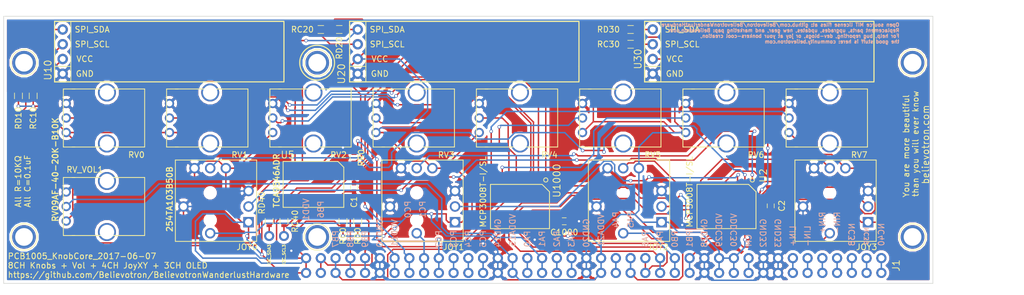
<source format=kicad_pcb>
(kicad_pcb (version 4) (host pcbnew 4.0.4-stable)
  (layers (0 F.Cu signal) (31 B.Cu signal) (34 B.Paste user) (35 F.Paste user) (36 B.SilkS user hide) (37 F.SilkS user) (38 B.Mask user) (39 F.Mask user) (44 Edge.Cuts user))
  (net 0 "")
  (net 1 GND)
  (net 2 +3V3)
  (net 3 /P0)
  (net 4 /P1)
  (net 5 /P2)
  (net 6 /P3)
  (net 7 /P4)
  (net 8 /P5)
  (net 9 /P6)
  (net 10 /P7)
  (net 11 /VOLUME)
  (net 12 /I2C_SCL)
  (net 13 /I2C_SDA)
  (net 14 /SPI_CLK)
  (net 15 /SPI_MISO)
  (net 16 /SPI_MOSI)
  (net 17 "Net-(J1-Pad31)")
  (net 18 "Net-(J1-Pad34)")
  (net 19 "Net-(J1-Pad35)")
  (net 20 "Net-(J1-Pad36)")
  (net 21 "Net-(J1-Pad37)")
  (net 22 "Net-(J1-Pad38)")
  (net 23 "Net-(J1-Pad39)")
  (net 24 "Net-(J1-Pad40)")
  (net 25 /CS_8_15)
  (net 26 /CS_0_7)
  (net 27 "Net-(J1-Pad11)")
  (net 28 "Net-(J1-Pad12)")
  (net 29 "Net-(J1-Pad13)")
  (net 30 "Net-(J1-Pad16)")
  (net 31 "Net-(J1-Pad18)")
  (net 32 "Net-(J1-Pad19)")
  (net 33 "Net-(J1-Pad22)")
  (net 34 /!OLED_RESET)
  (net 35 /I2C_SCL0)
  (net 36 /I2C_SDA0)
  (net 37 /I2C_SCL1)
  (net 38 /I2C_SDA1)
  (net 39 /I2C_SCL2)
  (net 40 /I2C_SDA2)
  (net 41 /I2C_SCL3)
  (net 42 /I2C_SDA3)
  (net 43 /JOY_0_SW)
  (net 44 /JOY_1_SW)
  (net 45 /JOY_2_SW)
  (net 46 /JOY_3_SW)
  (net 47 /JOY_0_0)
  (net 48 /JOY_0_1)
  (net 49 /JOY_1_0)
  (net 50 /JOY_1_1)
  (net 51 /JOY_2_0)
  (net 52 /JOY_2_1)
  (net 53 /JOY_3_0)
  (net 54 /JOY_3_1)
  (module Resistors_SMD:R_0603 (layer F.Cu) (at 57.785 -45.72)
    (fp_text reference RD20 (at 0 3.175 90) (layer F.SilkS))
    (fp_text value 10K)
    (pad 1 smd rect (at -0.75 0) (size 0.5 0.9) (layers F.Cu F.Paste F.Mask) (net 2 +3V3))
    (pad 2 smd rect (at 0.75 0) (size 0.5 0.9) (layers F.Cu F.Paste F.Mask) (net 38 /I2C_SDA1))
  )
  (module Connect:1pin (layer F.Cu) (at 54 -10)
    (fp_text reference REF** hide)
    (fp_text value 1pin)
    (pad 1 thru_hole circle (at 0 0) (size 4.064 4.064) (drill 3.048) (layers *.Cu *.Mask))
  )
  (module Liberry:XY_JOY_254TA103B50B (layer F.Cu) (at 71.12 -15.24 180)
    (fp_text reference JOY1 (at -6.35 -6.985 180) (layer F.SilkS))
    (fp_text value XYJOY)
    (pad R1.1 thru_hole rect (at -6.6 -2.7 180) (size 1.8 1.8) (drill 1.2) (layers *.Cu *.Mask) (net 2 +3V3))
    (pad R1.2 thru_hole circle (at -6.6 0 180) (size 1.8 1.8) (drill 1.2) (layers *.Cu *.Mask) (net 49 /JOY_1_0))
    (pad R1.3 thru_hole circle (at -6.6 2.675 180) (size 1.8 1.8) (drill 1.2) (layers *.Cu *.Mask) (net 1 GND))
    (pad R2.1 thru_hole circle (at -2.7 6.6 180) (size 1.8 1.8) (drill 1.2) (layers *.Cu *.Mask) (net 2 +3V3))
    (pad R2.2 thru_hole circle (at 0 6.6 180) (size 1.8 1.8) (drill 1.2) (layers *.Cu *.Mask) (net 50 /JOY_1_1))
    (pad R2.3 thru_hole circle (at 2.7 6.6 180) (size 1.8 1.8) (drill 1.2) (layers *.Cu *.Mask) (net 1 GND))
    (pad S1.1 thru_hole circle (at 4.6 0 180) (size 1.8 1.8) (drill 1.2) (layers *.Cu *.Mask) (net 1 GND))
    (pad S1.2 thru_hole circle (at 0 -4.6 180) (size 1.8 1.8) (drill 1.2) (layers *.Cu *.Mask) (net 44 /JOY_1_SW))
    (pad "" np_thru_hole circle (at 0 2.35 180) (size 1.3 1.3) (drill 1.3) (layers *.Cu *.Mask))
    (pad "" np_thru_hole circle (at 0 -2.35 180) (size 1.3 1.3) (drill 1.3) (layers *.Cu *.Mask))
  )
  (module Fiducials:Fiducial_1mm_Dia_2.54mm_Outer_CopperBottom (layer B.Cu) (at 157.48 -45.72)
    (fp_text reference REF** hide)
    (fp_text value Fiducial_1mm_Dia_2.54mm_Outer_CopperBottom)
    (pad ~ smd circle (at 0 0) (size 1 1) (layers F.Cu F.Mask) (clearance 0.77))
  )
  (module Connect:1pin (layer F.Cu) (at 156.5 -40)
    (fp_text reference REF** hide)
    (fp_text value 1pin)
    (pad 1 thru_hole circle (at 0 0) (size 4.064 4.064) (drill 3.048) (layers *.Cu *.Mask))
  )
  (module Connect:1pin (layer F.Cu) (at 156.5 -10)
    (fp_text reference REF** hide)
    (fp_text value 1pin)
    (pad 1 thru_hole circle (at 0 0) (size 4.064 4.064) (drill 3.048) (layers *.Cu *.Mask))
  )
  (module Fiducials:Fiducial_1mm_Dia_2.54mm_Outer_CopperBottom (layer B.Cu) (at 157.48 -5.08)
    (fp_text reference REF** hide)
    (fp_text value Fiducial_1mm_Dia_2.54mm_Outer_CopperBottom)
    (pad ~ smd circle (at 0 0) (size 1 1) (layers F.Cu F.Mask) (clearance 0.77))
  )
  (module Fiducials:Fiducial_1mm_Dia_2.54mm_Outer_CopperTop (layer F.Cu) (at 2.54 -45.72)
    (fp_text reference REF** hide)
    (fp_text value Fiducial_1mm_Dia_2.54mm_Outer_CopperTop)
    (pad ~ smd circle (at 0 0) (size 1 1) (layers F.Cu F.Mask) (clearance 0.77))
  )
  (module Connect:1pin (layer F.Cu) (at 3.5 -40)
    (fp_text reference REF** hide)
    (fp_text value 1pin)
    (pad 1 thru_hole circle (at 0 0) (size 4.064 4.064) (drill 3.048) (layers *.Cu *.Mask))
  )
  (module Liberry:RV09AF-40-20K-B10K (layer F.Cu) (at 124.46 -30.48 270)
    (fp_text reference RV6 (at 6.35 -5.08 360) (layer F.SilkS))
    (fp_text value POT)
    (pad "" thru_hole circle (at -4.3942 0 270) (size 3.1 3.1) (drill 2.5) (layers *.Cu *.Mask))
    (pad "" thru_hole circle (at 4.3942 0 270) (size 3.1 3.1) (drill 2.5) (layers *.Cu *.Mask))
    (pad 3 thru_hole circle (at -2.5 7.0104 270) (size 1.6 1.6) (drill 1) (layers *.Cu *.Mask) (net 1 GND))
    (pad 2 thru_hole circle (at 0 7.0104 270) (size 1.6 1.6) (drill 1) (layers *.Cu *.Mask) (net 9 /P6))
    (pad 1 thru_hole circle (at 2.5 7.0104 270) (size 1.6 1.6) (drill 1) (layers *.Cu *.Mask) (net 2 +3V3))
  )
  (module Liberry:RV09AF-40-20K-B10K (layer F.Cu) (at 106.68 -30.48 270)
    (fp_text reference RV5 (at 6.35 -5.08 360) (layer F.SilkS))
    (fp_text value POT)
    (pad "" thru_hole circle (at -4.3942 0 270) (size 3.1 3.1) (drill 2.5) (layers *.Cu *.Mask))
    (pad "" thru_hole circle (at 4.3942 0 270) (size 3.1 3.1) (drill 2.5) (layers *.Cu *.Mask))
    (pad 3 thru_hole circle (at -2.5 7.0104 270) (size 1.6 1.6) (drill 1) (layers *.Cu *.Mask) (net 1 GND))
    (pad 2 thru_hole circle (at 0 7.0104 270) (size 1.6 1.6) (drill 1) (layers *.Cu *.Mask) (net 8 /P5))
    (pad 1 thru_hole circle (at 2.5 7.0104 270) (size 1.6 1.6) (drill 1) (layers *.Cu *.Mask) (net 2 +3V3))
  )
  (module Liberry:RV09AF-40-20K-B10K (layer F.Cu) (at 71.12 -30.48 270)
    (fp_text reference RV3 (at 6.35 -5.08 360) (layer F.SilkS))
    (fp_text value POT)
    (pad "" thru_hole circle (at -4.3942 0 270) (size 3.1 3.1) (drill 2.5) (layers *.Cu *.Mask))
    (pad "" thru_hole circle (at 4.3942 0 270) (size 3.1 3.1) (drill 2.5) (layers *.Cu *.Mask))
    (pad 3 thru_hole circle (at -2.5 7.0104 270) (size 1.6 1.6) (drill 1) (layers *.Cu *.Mask) (net 1 GND))
    (pad 2 thru_hole circle (at 0 7.0104 270) (size 1.6 1.6) (drill 1) (layers *.Cu *.Mask) (net 6 /P3))
    (pad 1 thru_hole circle (at 2.5 7.0104 270) (size 1.6 1.6) (drill 1) (layers *.Cu *.Mask) (net 2 +3V3))
  )
  (module Liberry:RV09AF-40-20K-B10K (layer F.Cu) (at 53.34 -30.48 270)
    (fp_text reference RV2 (at 6.35 -4.318 360) (layer F.SilkS))
    (fp_text value POT)
    (pad "" thru_hole circle (at -4.3942 0 270) (size 3.1 3.1) (drill 2.5) (layers *.Cu *.Mask))
    (pad "" thru_hole circle (at 4.3942 0 270) (size 3.1 3.1) (drill 2.5) (layers *.Cu *.Mask))
    (pad 3 thru_hole circle (at -2.5 7.0104 270) (size 1.6 1.6) (drill 1) (layers *.Cu *.Mask) (net 1 GND))
    (pad 2 thru_hole circle (at 0 7.0104 270) (size 1.6 1.6) (drill 1) (layers *.Cu *.Mask) (net 5 /P2))
    (pad 1 thru_hole circle (at 2.5 7.0104 270) (size 1.6 1.6) (drill 1) (layers *.Cu *.Mask) (net 2 +3V3))
  )
  (module Liberry:RV09AF-40-20K-B10K (layer F.Cu) (at 35.56 -30.48 270)
    (fp_text reference RV1 (at 6.35 -5.08 360) (layer F.SilkS))
    (fp_text value POT)
    (pad "" thru_hole circle (at -4.3942 0 270) (size 3.1 3.1) (drill 2.5) (layers *.Cu *.Mask))
    (pad "" thru_hole circle (at 4.3942 0 270) (size 3.1 3.1) (drill 2.5) (layers *.Cu *.Mask))
    (pad 3 thru_hole circle (at -2.5 7.0104 270) (size 1.6 1.6) (drill 1) (layers *.Cu *.Mask) (net 1 GND))
    (pad 2 thru_hole circle (at 0 7.0104 270) (size 1.6 1.6) (drill 1) (layers *.Cu *.Mask) (net 4 /P1))
    (pad 1 thru_hole circle (at 2.5 7.0104 270) (size 1.6 1.6) (drill 1) (layers *.Cu *.Mask) (net 2 +3V3))
  )
  (module Liberry:RV09AF-40-20K-B10K (layer F.Cu) (at 17.78 -30.48 270)
    (fp_text reference RV0 (at 6.35 -5.08 360) (layer F.SilkS))
    (fp_text value POT)
    (pad "" thru_hole circle (at -4.3942 0 270) (size 3.1 3.1) (drill 2.5) (layers *.Cu *.Mask))
    (pad "" thru_hole circle (at 4.3942 0 270) (size 3.1 3.1) (drill 2.5) (layers *.Cu *.Mask))
    (pad 3 thru_hole circle (at -2.5 7.0104 270) (size 1.6 1.6) (drill 1) (layers *.Cu *.Mask) (net 1 GND))
    (pad 2 thru_hole circle (at 0 7.0104 270) (size 1.6 1.6) (drill 1) (layers *.Cu *.Mask) (net 3 /P0))
    (pad 1 thru_hole circle (at 2.5 7.0104 270) (size 1.6 1.6) (drill 1) (layers *.Cu *.Mask) (net 2 +3V3))
  )
  (module Liberry:RV09AF-40-20K-B10K (layer F.Cu) (at 142.24 -30.48 270)
    (fp_text reference RV7 (at 6.35 -5.08 360) (layer F.SilkS))
    (fp_text value POT)
    (pad "" thru_hole circle (at -4.3942 0 270) (size 3.1 3.1) (drill 2.5) (layers *.Cu *.Mask))
    (pad "" thru_hole circle (at 4.3942 0 270) (size 3.1 3.1) (drill 2.5) (layers *.Cu *.Mask))
    (pad 3 thru_hole circle (at -2.5 7.0104 270) (size 1.6 1.6) (drill 1) (layers *.Cu *.Mask) (net 1 GND))
    (pad 2 thru_hole circle (at 0 7.0104 270) (size 1.6 1.6) (drill 1) (layers *.Cu *.Mask) (net 10 /P7))
    (pad 1 thru_hole circle (at 2.5 7.0104 270) (size 1.6 1.6) (drill 1) (layers *.Cu *.Mask) (net 2 +3V3))
  )
  (module Liberry:RV09AF-40-20K-B10K (layer F.Cu) (at 88.9 -30.48 270)
    (fp_text reference RV4 (at 6.35 -5.08 360) (layer F.SilkS))
    (fp_text value POT)
    (pad "" thru_hole circle (at -4.3942 0 270) (size 3.1 3.1) (drill 2.5) (layers *.Cu *.Mask))
    (pad "" thru_hole circle (at 4.3942 0 270) (size 3.1 3.1) (drill 2.5) (layers *.Cu *.Mask))
    (pad 3 thru_hole circle (at -2.5 7.0104 270) (size 1.6 1.6) (drill 1) (layers *.Cu *.Mask) (net 1 GND))
    (pad 2 thru_hole circle (at 0 7.0104 270) (size 1.6 1.6) (drill 1) (layers *.Cu *.Mask) (net 7 /P4))
    (pad 1 thru_hole circle (at 2.5 7.0104 270) (size 1.6 1.6) (drill 1) (layers *.Cu *.Mask) (net 2 +3V3))
  )
  (module Connect:1pin (layer F.Cu) (at 54 -40)
    (fp_text reference REF** hide)
    (fp_text value 1pin)
    (pad 1 thru_hole circle (at 0 0) (size 4.064 4.064) (drill 3.048) (layers *.Cu *.Mask))
  )
  (module Connect:1pin (layer F.Cu) (at 3.5 -10)
    (fp_text reference REF** hide)
    (fp_text value 1pin)
    (pad 1 thru_hole circle (at 0 0) (size 4.064 4.064) (drill 3.048) (layers *.Cu *.Mask))
  )
  (module Liberry:SOIC-16 (layer F.Cu) (at 124.46 -15.24 180)
    (fp_text reference U2 (at -6.35 5.334 270) (layer F.SilkS) (effects (font (size 1.2 1.2))))
    (fp_text value MCP3008T-I/SL)
    (pad 16 smd rect (at -4.445 -2.6 180) (size 0.6 1.5) (layers F.Cu F.Paste F.Mask) (net 2 +3V3))
    (pad 1 smd rect (at -4.445 2.6 180) (size 0.6 1.5) (layers F.Cu F.Paste F.Mask) (net 47 /JOY_0_0))
    (pad 15 smd rect (at -3.175 -2.6 180) (size 0.6 1.5) (layers F.Cu F.Paste F.Mask) (net 2 +3V3))
    (pad 2 smd rect (at -3.175 2.6 180) (size 0.6 1.5) (layers F.Cu F.Paste F.Mask) (net 48 /JOY_0_1))
    (pad 14 smd rect (at -1.905 -2.6 180) (size 0.6 1.5) (layers F.Cu F.Paste F.Mask) (net 1 GND))
    (pad 3 smd rect (at -1.905 2.6 180) (size 0.6 1.5) (layers F.Cu F.Paste F.Mask) (net 49 /JOY_1_0))
    (pad 13 smd rect (at -0.635 -2.6 180) (size 0.6 1.5) (layers F.Cu F.Paste F.Mask) (net 14 /SPI_CLK))
    (pad 4 smd rect (at -0.635 2.6 180) (size 0.6 1.5) (layers F.Cu F.Paste F.Mask) (net 50 /JOY_1_1))
    (pad 12 smd rect (at 0.635 -2.6 180) (size 0.6 1.5) (layers F.Cu F.Paste F.Mask) (net 15 /SPI_MISO))
    (pad 5 smd rect (at 0.635 2.6 180) (size 0.6 1.5) (layers F.Cu F.Paste F.Mask) (net 51 /JOY_2_0))
    (pad 11 smd rect (at 1.905 -2.6 180) (size 0.6 1.5) (layers F.Cu F.Paste F.Mask) (net 16 /SPI_MOSI))
    (pad 6 smd rect (at 1.905 2.6 180) (size 0.6 1.5) (layers F.Cu F.Paste F.Mask) (net 52 /JOY_2_1))
    (pad 10 smd rect (at 3.175 -2.6 180) (size 0.6 1.5) (layers F.Cu F.Paste F.Mask) (net 25 /CS_8_15))
    (pad 7 smd rect (at 3.175 2.6 180) (size 0.6 1.5) (layers F.Cu F.Paste F.Mask) (net 53 /JOY_3_0))
    (pad 9 smd rect (at 4.445 -2.6 180) (size 0.6 1.5) (layers F.Cu F.Paste F.Mask) (net 1 GND))
    (pad 8 smd rect (at 4.445 2.6 180) (size 0.6 1.5) (layers F.Cu F.Paste F.Mask) (net 54 /JOY_3_1))
  )
  (module Liberry:SOIC-16 (layer F.Cu) (at 88.9 -15.24 180)
    (fp_text reference U1000 (at -6.35 4.445 270) (layer F.SilkS) (effects (font (size 1.2 1.2))))
    (fp_text value MCP3008T-I/SL)
    (pad 16 smd rect (at -4.445 -2.6 180) (size 0.6 1.5) (layers F.Cu F.Paste F.Mask) (net 2 +3V3))
    (pad 1 smd rect (at -4.445 2.6 180) (size 0.6 1.5) (layers F.Cu F.Paste F.Mask) (net 3 /P0))
    (pad 15 smd rect (at -3.175 -2.6 180) (size 0.6 1.5) (layers F.Cu F.Paste F.Mask) (net 2 +3V3))
    (pad 2 smd rect (at -3.175 2.6 180) (size 0.6 1.5) (layers F.Cu F.Paste F.Mask) (net 4 /P1))
    (pad 14 smd rect (at -1.905 -2.6 180) (size 0.6 1.5) (layers F.Cu F.Paste F.Mask) (net 1 GND))
    (pad 3 smd rect (at -1.905 2.6 180) (size 0.6 1.5) (layers F.Cu F.Paste F.Mask) (net 5 /P2))
    (pad 13 smd rect (at -0.635 -2.6 180) (size 0.6 1.5) (layers F.Cu F.Paste F.Mask) (net 14 /SPI_CLK))
    (pad 4 smd rect (at -0.635 2.6 180) (size 0.6 1.5) (layers F.Cu F.Paste F.Mask) (net 6 /P3))
    (pad 12 smd rect (at 0.635 -2.6 180) (size 0.6 1.5) (layers F.Cu F.Paste F.Mask) (net 15 /SPI_MISO))
    (pad 5 smd rect (at 0.635 2.6 180) (size 0.6 1.5) (layers F.Cu F.Paste F.Mask) (net 7 /P4))
    (pad 11 smd rect (at 1.905 -2.6 180) (size 0.6 1.5) (layers F.Cu F.Paste F.Mask) (net 16 /SPI_MOSI))
    (pad 6 smd rect (at 1.905 2.6 180) (size 0.6 1.5) (layers F.Cu F.Paste F.Mask) (net 8 /P5))
    (pad 10 smd rect (at 3.175 -2.6 180) (size 0.6 1.5) (layers F.Cu F.Paste F.Mask) (net 26 /CS_0_7))
    (pad 7 smd rect (at 3.175 2.6 180) (size 0.6 1.5) (layers F.Cu F.Paste F.Mask) (net 9 /P6))
    (pad 9 smd rect (at 4.445 -2.6 180) (size 0.6 1.5) (layers F.Cu F.Paste F.Mask) (net 1 GND))
    (pad 8 smd rect (at 4.445 2.6 180) (size 0.6 1.5) (layers F.Cu F.Paste F.Mask) (net 10 /P7))
  )
  (module Liberry:XY_JOY_254TA103B50B (layer F.Cu) (at 35.56 -15.24 180)
    (fp_text reference JOY0 (at -6.35 -6.985 180) (layer F.SilkS))
    (fp_text value XYJOY)
    (pad R1.1 thru_hole rect (at -6.6 -2.7 180) (size 1.8 1.8) (drill 1.2) (layers *.Cu *.Mask) (net 2 +3V3))
    (pad R1.2 thru_hole circle (at -6.6 0 180) (size 1.8 1.8) (drill 1.2) (layers *.Cu *.Mask) (net 47 /JOY_0_0))
    (pad R1.3 thru_hole circle (at -6.6 2.675 180) (size 1.8 1.8) (drill 1.2) (layers *.Cu *.Mask) (net 1 GND))
    (pad R2.1 thru_hole circle (at -2.7 6.6 180) (size 1.8 1.8) (drill 1.2) (layers *.Cu *.Mask) (net 2 +3V3))
    (pad R2.2 thru_hole circle (at 0 6.6 180) (size 1.8 1.8) (drill 1.2) (layers *.Cu *.Mask) (net 48 /JOY_0_1))
    (pad R2.3 thru_hole circle (at 2.7 6.6 180) (size 1.8 1.8) (drill 1.2) (layers *.Cu *.Mask) (net 1 GND))
    (pad S1.1 thru_hole circle (at 4.6 0 180) (size 1.8 1.8) (drill 1.2) (layers *.Cu *.Mask) (net 1 GND))
    (pad S1.2 thru_hole circle (at 0 -4.6 180) (size 1.8 1.8) (drill 1.2) (layers *.Cu *.Mask) (net 43 /JOY_0_SW))
    (pad "" np_thru_hole circle (at 0 2.35 180) (size 1.3 1.3) (drill 1.3) (layers *.Cu *.Mask))
    (pad "" np_thru_hole circle (at 0 -2.35 180) (size 1.3 1.3) (drill 1.3) (layers *.Cu *.Mask))
  )
  (module Liberry:Axoloti-40x2_slim (layer F.Cu) (at 52.07 -3.81)
    (fp_text reference J1 (at 101.6 -1.27 90) (layer F.SilkS) (effects (font (size 1.2 1.2))))
    (fp_text value Axoloti_40Pin)
    (fp_text user NC40 (at 99.06 -6.604 270) (layer B.SilkS) (effects (justify mirror)))
    (fp_text user NC39 (at 96.52 -6.35 90) (layer B.SilkS) (effects (font (size 0.75 0.75)) (justify mirror)))
    (fp_text user NC38 (at 93.98 -6.604 270) (layer B.SilkS) (effects (justify mirror)))
    (fp_text user RIN- (at 91.44 -8.636 270) (layer B.SilkS) (effects (justify mirror)))
    (fp_text user RIN+ (at 88.9 -8.636 270) (layer B.SilkS) (effects (justify mirror)))
    (fp_text user LIN- (at 86.36 -6.35 270) (layer B.SilkS) (effects (justify mirror)))
    (fp_text user LIN+ (at 83.82 -6.35 270) (layer B.SilkS) (effects (justify mirror)))
    (fp_text user GND33 (at 81.28 -6.858 270) (layer B.SilkS) (effects (justify mirror)))
    (fp_text user GND32 (at 78.74 -6.858 270) (layer B.SilkS) (effects (justify mirror)))
    (fp_text user CM (at 76.2 -5.588 270) (layer B.SilkS) (effects (justify mirror)))
    (fp_text user VDDC30 (at 73.66 -7.366 270) (layer B.SilkS) (effects (justify mirror)))
    (fp_text user VDDC29 (at 71.12 -7.366 270) (layer B.SilkS) (effects (justify mirror)))
    (fp_text user GND28 (at 68.58 -6.858 270) (layer B.SilkS) (effects (justify mirror)))
    (fp_text user PB1 (at 66.04 -5.842 270) (layer B.SilkS) (effects (justify mirror)))
    (fp_text user PB0 (at 63.5 -5.842 270) (layer B.SilkS) (effects (justify mirror)))
    (fp_text user PA7 (at 60.96 -5.842 270) (layer B.SilkS) (effects (justify mirror)))
    (fp_text user PA6 (at 58.42 -5.842 270) (layer B.SilkS) (effects (justify mirror)))
    (fp_text user PA5 (at 55.88 -9.144 270) (layer B.SilkS) (effects (justify mirror)))
    (fp_text user PA4 (at 53.34 -9.144 270) (layer B.SilkS) (effects (justify mirror)))
    (fp_text user VDDA21 (at 50.8 -7.366 270) (layer B.SilkS) (effects (justify mirror)))
    (fp_text user GND20 (at 48.26 -6.858 270) (layer B.SilkS) (effects (justify mirror)))
    (fp_text user PA3 (at 45.72 -5.842 270) (layer B.SilkS) (effects (justify mirror)))
    (fp_text user PA2 (at 43.18 -5.842 270) (layer B.SilkS) (effects (justify mirror)))
    (fp_text user PA1 (at 40.64 -5.842 270) (layer B.SilkS) (effects (justify mirror)))
    (fp_text user PA0 (at 38.1 -5.842 270) (layer B.SilkS) (effects (justify mirror)))
    (fp_text user VDDA15 (at 35.56 -7.366 270) (layer B.SilkS) (effects (justify mirror)))
    (fp_text user GND14 (at 33.02 -6.858 270) (layer B.SilkS) (effects (justify mirror)))
    (fp_text user PC5 (at 30.48 -5.842 270) (layer B.SilkS) (effects (justify mirror)))
    (fp_text user PC4 (at 27.94 -5.842 270) (layer B.SilkS) (effects (justify mirror)))
    (fp_text user PC3 (at 25.4 -5.842 270) (layer B.SilkS) (effects (justify mirror)))
    (fp_text user PC2 (at 22.86 -5.842 270) (layer B.SilkS) (effects (justify mirror)))
    (fp_text user PC1 (at 20.066 -10.922 270) (layer B.SilkS) (effects (justify mirror)))
    (fp_text user PC0 (at 17.526 -10.922 270) (layer B.SilkS) (effects (justify mirror)))
    (fp_text user VDD11 (at 15.24 -6.858 270) (layer B.SilkS) (effects (justify mirror)))
    (fp_text user GND10 (at 12.7 -6.858 270) (layer B.SilkS) (effects (justify mirror)))
    (fp_text user PB9 (at 10.16 -5.842 270) (layer B.SilkS) (effects (justify mirror)))
    (fp_text user PB8 (at 7.62 -5.842 270) (layer B.SilkS) (effects (justify mirror)))
    (fp_text user PB7 (at 5.08 -5.842 270) (layer B.SilkS) (effects (justify mirror)))
    (fp_text user PB6 (at 2.54 -10.922 270) (layer B.SilkS) (effects (justify mirror)))
    (fp_text user VDD1 (at 0 -10.922 270) (layer B.SilkS) (effects (justify mirror)))
    (pad 1 thru_hole circle (at 0 0) (size 1.7272 1.7272) (drill 1.016) (layers *.Cu *.Mask) (net 2 +3V3))
    (pad 2 thru_hole circle (at 2.54 0) (size 1.7272 1.7272) (drill 1.016) (layers *.Cu *.Mask) (net 25 /CS_8_15))
    (pad 3 thru_hole circle (at 5.08 0) (size 1.7272 1.7272) (drill 1.016) (layers *.Cu *.Mask) (net 26 /CS_0_7))
    (pad 4 thru_hole circle (at 7.62 0) (size 1.7272 1.7272) (drill 1.016) (layers *.Cu *.Mask) (net 12 /I2C_SCL))
    (pad 5 thru_hole circle (at 10.16 0) (size 1.7272 1.7272) (drill 1.016) (layers *.Cu *.Mask) (net 13 /I2C_SDA))
    (pad 6 thru_hole circle (at 12.7 0) (size 1.7272 1.7272) (drill 1.016) (layers *.Cu *.Mask) (net 1 GND))
    (pad 7 thru_hole circle (at 15.24 0) (size 1.7272 1.7272) (drill 1.016) (layers *.Cu *.Mask) (net 2 +3V3))
    (pad 8 thru_hole circle (at 17.78 0) (size 1.7272 1.7272) (drill 1.016) (layers *.Cu *.Mask) (net 43 /JOY_0_SW))
    (pad 9 thru_hole circle (at 20.32 0) (size 1.7272 1.7272) (drill 1.016) (layers *.Cu *.Mask) (net 44 /JOY_1_SW))
    (pad 10 thru_hole circle (at 22.86 0) (size 1.7272 1.7272) (drill 1.016) (layers *.Cu *.Mask) (net 34 /!OLED_RESET))
    (pad 11 thru_hole circle (at 25.4 0) (size 1.7272 1.7272) (drill 1.016) (layers *.Cu *.Mask) (net 27 "Net-(J1-Pad11)"))
    (pad 12 thru_hole circle (at 27.94 0) (size 1.7272 1.7272) (drill 1.016) (layers *.Cu *.Mask) (net 28 "Net-(J1-Pad12)"))
    (pad 13 thru_hole circle (at 30.48 0) (size 1.7272 1.7272) (drill 1.016) (layers *.Cu *.Mask) (net 29 "Net-(J1-Pad13)"))
    (pad 14 thru_hole circle (at 33.02 0) (size 1.7272 1.7272) (drill 1.016) (layers *.Cu *.Mask) (net 1 GND))
    (pad 15 thru_hole circle (at 35.56 0) (size 1.7272 1.7272) (drill 1.016) (layers *.Cu *.Mask) (net 2 +3V3))
    (pad 16 thru_hole circle (at 38.1 0) (size 1.7272 1.7272) (drill 1.016) (layers *.Cu *.Mask) (net 30 "Net-(J1-Pad16)"))
    (pad 17 thru_hole circle (at 40.64 0) (size 1.7272 1.7272) (drill 1.016) (layers *.Cu *.Mask) (net 11 /VOLUME))
    (pad 18 thru_hole circle (at 43.18 0) (size 1.7272 1.7272) (drill 1.016) (layers *.Cu *.Mask) (net 31 "Net-(J1-Pad18)"))
    (pad 19 thru_hole circle (at 45.72 0) (size 1.7272 1.7272) (drill 1.016) (layers *.Cu *.Mask) (net 32 "Net-(J1-Pad19)"))
    (pad 20 thru_hole circle (at 48.26 0) (size 1.7272 1.7272) (drill 1.016) (layers *.Cu *.Mask) (net 1 GND))
    (pad 21 thru_hole circle (at 50.8 0) (size 1.7272 1.7272) (drill 1.016) (layers *.Cu *.Mask) (net 2 +3V3))
    (pad 22 thru_hole circle (at 53.34 0) (size 1.7272 1.7272) (drill 1.016) (layers *.Cu *.Mask) (net 33 "Net-(J1-Pad22)"))
    (pad 23 thru_hole circle (at 55.88 0) (size 1.7272 1.7272) (drill 1.016) (layers *.Cu *.Mask) (net 14 /SPI_CLK))
    (pad 24 thru_hole circle (at 58.42 0) (size 1.7272 1.7272) (drill 1.016) (layers *.Cu *.Mask) (net 15 /SPI_MISO))
    (pad 25 thru_hole circle (at 60.96 0) (size 1.7272 1.7272) (drill 1.016) (layers *.Cu *.Mask) (net 16 /SPI_MOSI))
    (pad 26 thru_hole circle (at 63.5 0) (size 1.7272 1.7272) (drill 1.016) (layers *.Cu *.Mask) (net 45 /JOY_2_SW))
    (pad 27 thru_hole circle (at 66.04 0) (size 1.7272 1.7272) (drill 1.016) (layers *.Cu *.Mask) (net 46 /JOY_3_SW))
    (pad 28 thru_hole circle (at 68.58 0) (size 1.7272 1.7272) (drill 1.016) (layers *.Cu *.Mask) (net 1 GND))
    (pad 29 thru_hole circle (at 71.12 0) (size 1.7272 1.7272) (drill 1.016) (layers *.Cu *.Mask) (net 2 +3V3))
    (pad 30 thru_hole circle (at 73.66 0) (size 1.7272 1.7272) (drill 1.016) (layers *.Cu *.Mask) (net 2 +3V3))
    (pad 31 thru_hole circle (at 76.2 0) (size 1.7272 1.7272) (drill 1.016) (layers *.Cu *.Mask) (net 17 "Net-(J1-Pad31)"))
    (pad 32 thru_hole circle (at 78.74 0) (size 1.7272 1.7272) (drill 1.016) (layers *.Cu *.Mask) (net 1 GND))
    (pad 33 thru_hole circle (at 81.28 0) (size 1.7272 1.7272) (drill 1.016) (layers *.Cu *.Mask) (net 1 GND))
    (pad 34 thru_hole circle (at 83.82 0) (size 1.7272 1.7272) (drill 1.016) (layers *.Cu *.Mask) (net 18 "Net-(J1-Pad34)"))
    (pad 35 thru_hole circle (at 86.36 0) (size 1.7272 1.7272) (drill 1.016) (layers *.Cu *.Mask) (net 19 "Net-(J1-Pad35)"))
    (pad 36 thru_hole circle (at 88.9 0) (size 1.7272 1.7272) (drill 1.016) (layers *.Cu *.Mask) (net 20 "Net-(J1-Pad36)"))
    (pad 37 thru_hole circle (at 91.44 0) (size 1.7272 1.7272) (drill 1.016) (layers *.Cu *.Mask) (net 21 "Net-(J1-Pad37)"))
    (pad 38 thru_hole circle (at 93.98 0) (size 1.7272 1.7272) (drill 1.016) (layers *.Cu *.Mask) (net 22 "Net-(J1-Pad38)"))
    (pad 39 thru_hole circle (at 96.52 0) (size 1.7272 1.7272) (drill 1.016) (layers *.Cu *.Mask) (net 23 "Net-(J1-Pad39)"))
    (pad 40 thru_hole circle (at 99.06 0) (size 1.7272 1.7272) (drill 1.016) (layers *.Cu *.Mask) (net 24 "Net-(J1-Pad40)"))
    (pad 4 thru_hole circle (at 7.62 0) (size 1.7272 1.7272) (drill 1.016) (layers *.Cu *.Mask) (net 12 /I2C_SCL))
    (pad 1 thru_hole circle (at 0 0) (size 1.7272 1.7272) (drill 1.016) (layers *.Cu *.Mask) (net 2 +3V3))
    (pad 2 thru_hole circle (at 2.54 0) (size 1.7272 1.7272) (drill 1.016) (layers *.Cu *.Mask) (net 25 /CS_8_15))
    (pad 3 thru_hole circle (at 5.08 0) (size 1.7272 1.7272) (drill 1.016) (layers *.Cu *.Mask) (net 26 /CS_0_7))
    (pad 5 thru_hole circle (at 10.16 0) (size 1.7272 1.7272) (drill 1.016) (layers *.Cu *.Mask) (net 13 /I2C_SDA))
    (pad 9 thru_hole circle (at 20.32 0) (size 1.7272 1.7272) (drill 1.016) (layers *.Cu *.Mask) (net 44 /JOY_1_SW))
    (pad 6 thru_hole circle (at 12.7 0) (size 1.7272 1.7272) (drill 1.016) (layers *.Cu *.Mask) (net 1 GND))
    (pad 7 thru_hole circle (at 15.24 0) (size 1.7272 1.7272) (drill 1.016) (layers *.Cu *.Mask) (net 2 +3V3))
    (pad 8 thru_hole circle (at 17.78 0) (size 1.7272 1.7272) (drill 1.016) (layers *.Cu *.Mask) (net 43 /JOY_0_SW))
    (pad 10 thru_hole circle (at 22.86 0) (size 1.7272 1.7272) (drill 1.016) (layers *.Cu *.Mask) (net 34 /!OLED_RESET))
    (pad 14 thru_hole circle (at 33.02 0) (size 1.7272 1.7272) (drill 1.016) (layers *.Cu *.Mask) (net 1 GND))
    (pad 11 thru_hole circle (at 25.4 0) (size 1.7272 1.7272) (drill 1.016) (layers *.Cu *.Mask) (net 27 "Net-(J1-Pad11)"))
    (pad 12 thru_hole circle (at 27.94 0) (size 1.7272 1.7272) (drill 1.016) (layers *.Cu *.Mask) (net 28 "Net-(J1-Pad12)"))
    (pad 13 thru_hole circle (at 30.48 0) (size 1.7272 1.7272) (drill 1.016) (layers *.Cu *.Mask) (net 29 "Net-(J1-Pad13)"))
    (pad 15 thru_hole circle (at 35.56 0) (size 1.7272 1.7272) (drill 1.016) (layers *.Cu *.Mask) (net 2 +3V3))
    (pad 19 thru_hole circle (at 45.72 0) (size 1.7272 1.7272) (drill 1.016) (layers *.Cu *.Mask) (net 32 "Net-(J1-Pad19)"))
    (pad 16 thru_hole circle (at 38.1 0) (size 1.7272 1.7272) (drill 1.016) (layers *.Cu *.Mask) (net 30 "Net-(J1-Pad16)"))
    (pad 17 thru_hole circle (at 40.64 0) (size 1.7272 1.7272) (drill 1.016) (layers *.Cu *.Mask) (net 11 /VOLUME))
    (pad 18 thru_hole circle (at 43.18 0) (size 1.7272 1.7272) (drill 1.016) (layers *.Cu *.Mask) (net 31 "Net-(J1-Pad18)"))
    (pad 20 thru_hole circle (at 48.26 0) (size 1.7272 1.7272) (drill 1.016) (layers *.Cu *.Mask) (net 1 GND))
    (pad 24 thru_hole circle (at 58.42 0) (size 1.7272 1.7272) (drill 1.016) (layers *.Cu *.Mask) (net 15 /SPI_MISO))
    (pad 21 thru_hole circle (at 50.8 0) (size 1.7272 1.7272) (drill 1.016) (layers *.Cu *.Mask) (net 2 +3V3))
    (pad 22 thru_hole circle (at 53.34 0) (size 1.7272 1.7272) (drill 1.016) (layers *.Cu *.Mask) (net 33 "Net-(J1-Pad22)"))
    (pad 23 thru_hole circle (at 55.88 0) (size 1.7272 1.7272) (drill 1.016) (layers *.Cu *.Mask) (net 14 /SPI_CLK))
    (pad 25 thru_hole circle (at 60.96 0) (size 1.7272 1.7272) (drill 1.016) (layers *.Cu *.Mask) (net 16 /SPI_MOSI))
    (pad 29 thru_hole circle (at 71.12 0) (size 1.7272 1.7272) (drill 1.016) (layers *.Cu *.Mask) (net 2 +3V3))
    (pad 26 thru_hole circle (at 63.5 0) (size 1.7272 1.7272) (drill 1.016) (layers *.Cu *.Mask) (net 45 /JOY_2_SW))
    (pad 27 thru_hole circle (at 66.04 0) (size 1.7272 1.7272) (drill 1.016) (layers *.Cu *.Mask) (net 46 /JOY_3_SW))
    (pad 28 thru_hole circle (at 68.58 0) (size 1.7272 1.7272) (drill 1.016) (layers *.Cu *.Mask) (net 1 GND))
    (pad 30 thru_hole circle (at 73.66 0) (size 1.7272 1.7272) (drill 1.016) (layers *.Cu *.Mask) (net 2 +3V3))
    (pad 34 thru_hole circle (at 83.82 0) (size 1.7272 1.7272) (drill 1.016) (layers *.Cu *.Mask) (net 18 "Net-(J1-Pad34)"))
    (pad 31 thru_hole circle (at 76.2 0) (size 1.7272 1.7272) (drill 1.016) (layers *.Cu *.Mask) (net 17 "Net-(J1-Pad31)"))
    (pad 32 thru_hole circle (at 78.74 0) (size 1.7272 1.7272) (drill 1.016) (layers *.Cu *.Mask) (net 1 GND))
    (pad 33 thru_hole circle (at 81.28 0) (size 1.7272 1.7272) (drill 1.016) (layers *.Cu *.Mask) (net 1 GND))
    (pad 35 thru_hole circle (at 86.36 0) (size 1.7272 1.7272) (drill 1.016) (layers *.Cu *.Mask) (net 19 "Net-(J1-Pad35)"))
    (pad 39 thru_hole circle (at 96.52 0) (size 1.7272 1.7272) (drill 1.016) (layers *.Cu *.Mask) (net 23 "Net-(J1-Pad39)"))
    (pad 36 thru_hole circle (at 88.9 0) (size 1.7272 1.7272) (drill 1.016) (layers *.Cu *.Mask) (net 20 "Net-(J1-Pad36)"))
    (pad 37 thru_hole circle (at 91.44 0) (size 1.7272 1.7272) (drill 1.016) (layers *.Cu *.Mask) (net 21 "Net-(J1-Pad37)"))
    (pad 38 thru_hole circle (at 93.98 0) (size 1.7272 1.7272) (drill 1.016) (layers *.Cu *.Mask) (net 22 "Net-(J1-Pad38)"))
    (pad 40 thru_hole circle (at 99.06 0) (size 1.7272 1.7272) (drill 1.016) (layers *.Cu *.Mask) (net 24 "Net-(J1-Pad40)"))
    (pad 4 thru_hole circle (at 7.62 0) (size 1.7272 1.7272) (drill 1.016) (layers *.Cu *.Mask) (net 12 /I2C_SCL))
    (pad 1 thru_hole circle (at 0 0) (size 1.7272 1.7272) (drill 1.016) (layers *.Cu *.Mask) (net 2 +3V3))
    (pad 2 thru_hole circle (at 2.54 0) (size 1.7272 1.7272) (drill 1.016) (layers *.Cu *.Mask) (net 25 /CS_8_15))
    (pad 3 thru_hole circle (at 5.08 0) (size 1.7272 1.7272) (drill 1.016) (layers *.Cu *.Mask) (net 26 /CS_0_7))
    (pad 5 thru_hole circle (at 10.16 0) (size 1.7272 1.7272) (drill 1.016) (layers *.Cu *.Mask) (net 13 /I2C_SDA))
    (pad 9 thru_hole circle (at 20.32 0) (size 1.7272 1.7272) (drill 1.016) (layers *.Cu *.Mask) (net 44 /JOY_1_SW))
    (pad 6 thru_hole circle (at 12.7 0) (size 1.7272 1.7272) (drill 1.016) (layers *.Cu *.Mask) (net 1 GND))
    (pad 7 thru_hole circle (at 15.24 0) (size 1.7272 1.7272) (drill 1.016) (layers *.Cu *.Mask) (net 2 +3V3))
    (pad 8 thru_hole circle (at 17.78 0) (size 1.7272 1.7272) (drill 1.016) (layers *.Cu *.Mask) (net 43 /JOY_0_SW))
    (pad 10 thru_hole circle (at 22.86 0) (size 1.7272 1.7272) (drill 1.016) (layers *.Cu *.Mask) (net 34 /!OLED_RESET))
    (pad 14 thru_hole circle (at 33.02 0) (size 1.7272 1.7272) (drill 1.016) (layers *.Cu *.Mask) (net 1 GND))
    (pad 11 thru_hole circle (at 25.4 0) (size 1.7272 1.7272) (drill 1.016) (layers *.Cu *.Mask) (net 27 "Net-(J1-Pad11)"))
    (pad 12 thru_hole circle (at 27.94 0) (size 1.7272 1.7272) (drill 1.016) (layers *.Cu *.Mask) (net 28 "Net-(J1-Pad12)"))
    (pad 13 thru_hole circle (at 30.48 0) (size 1.7272 1.7272) (drill 1.016) (layers *.Cu *.Mask) (net 29 "Net-(J1-Pad13)"))
    (pad 15 thru_hole circle (at 35.56 0) (size 1.7272 1.7272) (drill 1.016) (layers *.Cu *.Mask) (net 2 +3V3))
    (pad 19 thru_hole circle (at 45.72 0) (size 1.7272 1.7272) (drill 1.016) (layers *.Cu *.Mask) (net 32 "Net-(J1-Pad19)"))
    (pad 16 thru_hole circle (at 38.1 0) (size 1.7272 1.7272) (drill 1.016) (layers *.Cu *.Mask) (net 30 "Net-(J1-Pad16)"))
    (pad 17 thru_hole circle (at 40.64 0) (size 1.7272 1.7272) (drill 1.016) (layers *.Cu *.Mask) (net 11 /VOLUME))
    (pad 18 thru_hole circle (at 43.18 0) (size 1.7272 1.7272) (drill 1.016) (layers *.Cu *.Mask) (net 31 "Net-(J1-Pad18)"))
    (pad 20 thru_hole circle (at 48.26 0) (size 1.7272 1.7272) (drill 1.016) (layers *.Cu *.Mask) (net 1 GND))
    (pad 24 thru_hole circle (at 58.42 0) (size 1.7272 1.7272) (drill 1.016) (layers *.Cu *.Mask) (net 15 /SPI_MISO))
    (pad 21 thru_hole circle (at 50.8 0) (size 1.7272 1.7272) (drill 1.016) (layers *.Cu *.Mask) (net 2 +3V3))
    (pad 22 thru_hole circle (at 53.34 0) (size 1.7272 1.7272) (drill 1.016) (layers *.Cu *.Mask) (net 33 "Net-(J1-Pad22)"))
    (pad 23 thru_hole circle (at 55.88 0) (size 1.7272 1.7272) (drill 1.016) (layers *.Cu *.Mask) (net 14 /SPI_CLK))
    (pad 25 thru_hole circle (at 60.96 0) (size 1.7272 1.7272) (drill 1.016) (layers *.Cu *.Mask) (net 16 /SPI_MOSI))
    (pad 29 thru_hole circle (at 71.12 0) (size 1.7272 1.7272) (drill 1.016) (layers *.Cu *.Mask) (net 2 +3V3))
    (pad 26 thru_hole circle (at 63.5 0) (size 1.7272 1.7272) (drill 1.016) (layers *.Cu *.Mask) (net 45 /JOY_2_SW))
    (pad 27 thru_hole circle (at 66.04 0) (size 1.7272 1.7272) (drill 1.016) (layers *.Cu *.Mask) (net 46 /JOY_3_SW))
    (pad 28 thru_hole circle (at 68.58 0) (size 1.7272 1.7272) (drill 1.016) (layers *.Cu *.Mask) (net 1 GND))
    (pad 30 thru_hole circle (at 73.66 0) (size 1.7272 1.7272) (drill 1.016) (layers *.Cu *.Mask) (net 2 +3V3))
    (pad 34 thru_hole circle (at 83.82 0) (size 1.7272 1.7272) (drill 1.016) (layers *.Cu *.Mask) (net 18 "Net-(J1-Pad34)"))
    (pad 31 thru_hole circle (at 76.2 0) (size 1.7272 1.7272) (drill 1.016) (layers *.Cu *.Mask) (net 17 "Net-(J1-Pad31)"))
    (pad 32 thru_hole circle (at 78.74 0) (size 1.7272 1.7272) (drill 1.016) (layers *.Cu *.Mask) (net 1 GND))
    (pad 33 thru_hole circle (at 81.28 0) (size 1.7272 1.7272) (drill 1.016) (layers *.Cu *.Mask) (net 1 GND))
    (pad 35 thru_hole circle (at 86.36 0) (size 1.7272 1.7272) (drill 1.016) (layers *.Cu *.Mask) (net 19 "Net-(J1-Pad35)"))
    (pad 39 thru_hole circle (at 96.52 0) (size 1.7272 1.7272) (drill 1.016) (layers *.Cu *.Mask) (net 23 "Net-(J1-Pad39)"))
    (pad 36 thru_hole circle (at 88.9 0) (size 1.7272 1.7272) (drill 1.016) (layers *.Cu *.Mask) (net 20 "Net-(J1-Pad36)"))
    (pad 37 thru_hole circle (at 91.44 0) (size 1.7272 1.7272) (drill 1.016) (layers *.Cu *.Mask) (net 21 "Net-(J1-Pad37)"))
    (pad 38 thru_hole circle (at 93.98 0) (size 1.7272 1.7272) (drill 1.016) (layers *.Cu *.Mask) (net 22 "Net-(J1-Pad38)"))
    (pad 40 thru_hole circle (at 99.06 0) (size 1.7272 1.7272) (drill 1.016) (layers *.Cu *.Mask) (net 24 "Net-(J1-Pad40)"))
    (pad 33 thru_hole circle (at 81.28 -2.54) (size 1.7272 1.7272) (drill 1.016) (layers *.Cu *.Mask) (net 1 GND))
    (pad 33 thru_hole circle (at 81.28 -2.54) (size 1.7272 1.7272) (drill 1.016) (layers *.Cu *.Mask) (net 1 GND))
    (pad 34 thru_hole circle (at 83.82 -2.54) (size 1.7272 1.7272) (drill 1.016) (layers *.Cu *.Mask) (net 18 "Net-(J1-Pad34)"))
    (pad 34 thru_hole circle (at 83.82 -2.54) (size 1.7272 1.7272) (drill 1.016) (layers *.Cu *.Mask) (net 18 "Net-(J1-Pad34)"))
    (pad 33 thru_hole circle (at 81.28 -2.54) (size 1.7272 1.7272) (drill 1.016) (layers *.Cu *.Mask) (net 1 GND))
    (pad 38 thru_hole circle (at 93.98 -2.54) (size 1.7272 1.7272) (drill 1.016) (layers *.Cu *.Mask) (net 22 "Net-(J1-Pad38)"))
    (pad 38 thru_hole circle (at 93.98 -2.54) (size 1.7272 1.7272) (drill 1.016) (layers *.Cu *.Mask) (net 22 "Net-(J1-Pad38)"))
    (pad 39 thru_hole circle (at 96.52 -2.54) (size 1.7272 1.7272) (drill 1.016) (layers *.Cu *.Mask) (net 23 "Net-(J1-Pad39)"))
    (pad 39 thru_hole circle (at 96.52 -2.54) (size 1.7272 1.7272) (drill 1.016) (layers *.Cu *.Mask) (net 23 "Net-(J1-Pad39)"))
    (pad 38 thru_hole circle (at 93.98 -2.54) (size 1.7272 1.7272) (drill 1.016) (layers *.Cu *.Mask) (net 22 "Net-(J1-Pad38)"))
    (pad 31 thru_hole circle (at 76.2 -2.54) (size 1.7272 1.7272) (drill 1.016) (layers *.Cu *.Mask) (net 17 "Net-(J1-Pad31)"))
    (pad 31 thru_hole circle (at 76.2 -2.54) (size 1.7272 1.7272) (drill 1.016) (layers *.Cu *.Mask) (net 17 "Net-(J1-Pad31)"))
    (pad 32 thru_hole circle (at 78.74 -2.54) (size 1.7272 1.7272) (drill 1.016) (layers *.Cu *.Mask) (net 1 GND))
    (pad 31 thru_hole circle (at 76.2 -2.54) (size 1.7272 1.7272) (drill 1.016) (layers *.Cu *.Mask) (net 17 "Net-(J1-Pad31)"))
    (pad 32 thru_hole circle (at 78.74 -2.54) (size 1.7272 1.7272) (drill 1.016) (layers *.Cu *.Mask) (net 1 GND))
    (pad 32 thru_hole circle (at 78.74 -2.54) (size 1.7272 1.7272) (drill 1.016) (layers *.Cu *.Mask) (net 1 GND))
    (pad 36 thru_hole circle (at 88.9 -2.54) (size 1.7272 1.7272) (drill 1.016) (layers *.Cu *.Mask) (net 20 "Net-(J1-Pad36)"))
    (pad 36 thru_hole circle (at 88.9 -2.54) (size 1.7272 1.7272) (drill 1.016) (layers *.Cu *.Mask) (net 20 "Net-(J1-Pad36)"))
    (pad 37 thru_hole circle (at 91.44 -2.54) (size 1.7272 1.7272) (drill 1.016) (layers *.Cu *.Mask) (net 21 "Net-(J1-Pad37)"))
    (pad 36 thru_hole circle (at 88.9 -2.54) (size 1.7272 1.7272) (drill 1.016) (layers *.Cu *.Mask) (net 20 "Net-(J1-Pad36)"))
    (pad 37 thru_hole circle (at 91.44 -2.54) (size 1.7272 1.7272) (drill 1.016) (layers *.Cu *.Mask) (net 21 "Net-(J1-Pad37)"))
    (pad 37 thru_hole circle (at 91.44 -2.54) (size 1.7272 1.7272) (drill 1.016) (layers *.Cu *.Mask) (net 21 "Net-(J1-Pad37)"))
    (pad 34 thru_hole circle (at 83.82 -2.54) (size 1.7272 1.7272) (drill 1.016) (layers *.Cu *.Mask) (net 18 "Net-(J1-Pad34)"))
    (pad 35 thru_hole circle (at 86.36 -2.54) (size 1.7272 1.7272) (drill 1.016) (layers *.Cu *.Mask) (net 19 "Net-(J1-Pad35)"))
    (pad 35 thru_hole circle (at 86.36 -2.54) (size 1.7272 1.7272) (drill 1.016) (layers *.Cu *.Mask) (net 19 "Net-(J1-Pad35)"))
    (pad 35 thru_hole circle (at 86.36 -2.54) (size 1.7272 1.7272) (drill 1.016) (layers *.Cu *.Mask) (net 19 "Net-(J1-Pad35)"))
    (pad 39 thru_hole circle (at 96.52 -2.54) (size 1.7272 1.7272) (drill 1.016) (layers *.Cu *.Mask) (net 23 "Net-(J1-Pad39)"))
    (pad 40 thru_hole circle (at 99.06 -2.54) (size 1.7272 1.7272) (drill 1.016) (layers *.Cu *.Mask) (net 24 "Net-(J1-Pad40)"))
    (pad 40 thru_hole circle (at 99.06 -2.54) (size 1.7272 1.7272) (drill 1.016) (layers *.Cu *.Mask) (net 24 "Net-(J1-Pad40)"))
    (pad 40 thru_hole circle (at 99.06 -2.54) (size 1.7272 1.7272) (drill 1.016) (layers *.Cu *.Mask) (net 24 "Net-(J1-Pad40)"))
    (pad 13 thru_hole circle (at 30.48 -2.54) (size 1.7272 1.7272) (drill 1.016) (layers *.Cu *.Mask) (net 29 "Net-(J1-Pad13)"))
    (pad 13 thru_hole circle (at 30.48 -2.54) (size 1.7272 1.7272) (drill 1.016) (layers *.Cu *.Mask) (net 29 "Net-(J1-Pad13)"))
    (pad 14 thru_hole circle (at 33.02 -2.54) (size 1.7272 1.7272) (drill 1.016) (layers *.Cu *.Mask) (net 1 GND))
    (pad 14 thru_hole circle (at 33.02 -2.54) (size 1.7272 1.7272) (drill 1.016) (layers *.Cu *.Mask) (net 1 GND))
    (pad 13 thru_hole circle (at 30.48 -2.54) (size 1.7272 1.7272) (drill 1.016) (layers *.Cu *.Mask) (net 29 "Net-(J1-Pad13)"))
    (pad 18 thru_hole circle (at 43.18 -2.54) (size 1.7272 1.7272) (drill 1.016) (layers *.Cu *.Mask) (net 31 "Net-(J1-Pad18)"))
    (pad 18 thru_hole circle (at 43.18 -2.54) (size 1.7272 1.7272) (drill 1.016) (layers *.Cu *.Mask) (net 31 "Net-(J1-Pad18)"))
    (pad 19 thru_hole circle (at 45.72 -2.54) (size 1.7272 1.7272) (drill 1.016) (layers *.Cu *.Mask) (net 32 "Net-(J1-Pad19)"))
    (pad 19 thru_hole circle (at 45.72 -2.54) (size 1.7272 1.7272) (drill 1.016) (layers *.Cu *.Mask) (net 32 "Net-(J1-Pad19)"))
    (pad 18 thru_hole circle (at 43.18 -2.54) (size 1.7272 1.7272) (drill 1.016) (layers *.Cu *.Mask) (net 31 "Net-(J1-Pad18)"))
    (pad 11 thru_hole circle (at 25.4 -2.54) (size 1.7272 1.7272) (drill 1.016) (layers *.Cu *.Mask) (net 27 "Net-(J1-Pad11)"))
    (pad 11 thru_hole circle (at 25.4 -2.54) (size 1.7272 1.7272) (drill 1.016) (layers *.Cu *.Mask) (net 27 "Net-(J1-Pad11)"))
    (pad 12 thru_hole circle (at 27.94 -2.54) (size 1.7272 1.7272) (drill 1.016) (layers *.Cu *.Mask) (net 28 "Net-(J1-Pad12)"))
    (pad 11 thru_hole circle (at 25.4 -2.54) (size 1.7272 1.7272) (drill 1.016) (layers *.Cu *.Mask) (net 27 "Net-(J1-Pad11)"))
    (pad 12 thru_hole circle (at 27.94 -2.54) (size 1.7272 1.7272) (drill 1.016) (layers *.Cu *.Mask) (net 28 "Net-(J1-Pad12)"))
    (pad 12 thru_hole circle (at 27.94 -2.54) (size 1.7272 1.7272) (drill 1.016) (layers *.Cu *.Mask) (net 28 "Net-(J1-Pad12)"))
    (pad 16 thru_hole circle (at 38.1 -2.54) (size 1.7272 1.7272) (drill 1.016) (layers *.Cu *.Mask) (net 30 "Net-(J1-Pad16)"))
    (pad 16 thru_hole circle (at 38.1 -2.54) (size 1.7272 1.7272) (drill 1.016) (layers *.Cu *.Mask) (net 30 "Net-(J1-Pad16)"))
    (pad 17 thru_hole circle (at 40.64 -2.54) (size 1.7272 1.7272) (drill 1.016) (layers *.Cu *.Mask) (net 11 /VOLUME))
    (pad 16 thru_hole circle (at 38.1 -2.54) (size 1.7272 1.7272) (drill 1.016) (layers *.Cu *.Mask) (net 30 "Net-(J1-Pad16)"))
    (pad 17 thru_hole circle (at 40.64 -2.54) (size 1.7272 1.7272) (drill 1.016) (layers *.Cu *.Mask) (net 11 /VOLUME))
    (pad 17 thru_hole circle (at 40.64 -2.54) (size 1.7272 1.7272) (drill 1.016) (layers *.Cu *.Mask) (net 11 /VOLUME))
    (pad 14 thru_hole circle (at 33.02 -2.54) (size 1.7272 1.7272) (drill 1.016) (layers *.Cu *.Mask) (net 1 GND))
    (pad 15 thru_hole circle (at 35.56 -2.54) (size 1.7272 1.7272) (drill 1.016) (layers *.Cu *.Mask) (net 2 +3V3))
    (pad 15 thru_hole circle (at 35.56 -2.54) (size 1.7272 1.7272) (drill 1.016) (layers *.Cu *.Mask) (net 2 +3V3))
    (pad 15 thru_hole circle (at 35.56 -2.54) (size 1.7272 1.7272) (drill 1.016) (layers *.Cu *.Mask) (net 2 +3V3))
    (pad 19 thru_hole circle (at 45.72 -2.54) (size 1.7272 1.7272) (drill 1.016) (layers *.Cu *.Mask) (net 32 "Net-(J1-Pad19)"))
    (pad 20 thru_hole circle (at 48.26 -2.54) (size 1.7272 1.7272) (drill 1.016) (layers *.Cu *.Mask) (net 1 GND))
    (pad 20 thru_hole circle (at 48.26 -2.54) (size 1.7272 1.7272) (drill 1.016) (layers *.Cu *.Mask) (net 1 GND))
    (pad 20 thru_hole circle (at 48.26 -2.54) (size 1.7272 1.7272) (drill 1.016) (layers *.Cu *.Mask) (net 1 GND))
    (pad 3 thru_hole circle (at 5.08 -2.54) (size 1.7272 1.7272) (drill 1.016) (layers *.Cu *.Mask) (net 26 /CS_0_7))
    (pad 3 thru_hole circle (at 5.08 -2.54) (size 1.7272 1.7272) (drill 1.016) (layers *.Cu *.Mask) (net 26 /CS_0_7))
    (pad 4 thru_hole circle (at 7.62 -2.54) (size 1.7272 1.7272) (drill 1.016) (layers *.Cu *.Mask) (net 12 /I2C_SCL))
    (pad 4 thru_hole circle (at 7.62 -2.54) (size 1.7272 1.7272) (drill 1.016) (layers *.Cu *.Mask) (net 12 /I2C_SCL))
    (pad 3 thru_hole circle (at 5.08 -2.54) (size 1.7272 1.7272) (drill 1.016) (layers *.Cu *.Mask) (net 26 /CS_0_7))
    (pad 8 thru_hole circle (at 17.78 -2.54) (size 1.7272 1.7272) (drill 1.016) (layers *.Cu *.Mask) (net 43 /JOY_0_SW))
    (pad 8 thru_hole circle (at 17.78 -2.54) (size 1.7272 1.7272) (drill 1.016) (layers *.Cu *.Mask) (net 43 /JOY_0_SW))
    (pad 9 thru_hole circle (at 20.32 -2.54) (size 1.7272 1.7272) (drill 1.016) (layers *.Cu *.Mask) (net 44 /JOY_1_SW))
    (pad 9 thru_hole circle (at 20.32 -2.54) (size 1.7272 1.7272) (drill 1.016) (layers *.Cu *.Mask) (net 44 /JOY_1_SW))
    (pad 8 thru_hole circle (at 17.78 -2.54) (size 1.7272 1.7272) (drill 1.016) (layers *.Cu *.Mask) (net 43 /JOY_0_SW))
    (pad 1 thru_hole circle (at 0 -2.54) (size 1.7272 1.7272) (drill 1.016) (layers *.Cu *.Mask) (net 2 +3V3))
    (pad 1 thru_hole circle (at 0 -2.54) (size 1.7272 1.7272) (drill 1.016) (layers *.Cu *.Mask) (net 2 +3V3))
    (pad 2 thru_hole circle (at 2.54 -2.54) (size 1.7272 1.7272) (drill 1.016) (layers *.Cu *.Mask) (net 25 /CS_8_15))
    (pad 1 thru_hole circle (at 0 -2.54) (size 1.7272 1.7272) (drill 1.016) (layers *.Cu *.Mask) (net 2 +3V3))
    (pad 2 thru_hole circle (at 2.54 -2.54) (size 1.7272 1.7272) (drill 1.016) (layers *.Cu *.Mask) (net 25 /CS_8_15))
    (pad 2 thru_hole circle (at 2.54 -2.54) (size 1.7272 1.7272) (drill 1.016) (layers *.Cu *.Mask) (net 25 /CS_8_15))
    (pad 6 thru_hole circle (at 12.7 -2.54) (size 1.7272 1.7272) (drill 1.016) (layers *.Cu *.Mask) (net 1 GND))
    (pad 6 thru_hole circle (at 12.7 -2.54) (size 1.7272 1.7272) (drill 1.016) (layers *.Cu *.Mask) (net 1 GND))
    (pad 7 thru_hole circle (at 15.24 -2.54) (size 1.7272 1.7272) (drill 1.016) (layers *.Cu *.Mask) (net 2 +3V3))
    (pad 6 thru_hole circle (at 12.7 -2.54) (size 1.7272 1.7272) (drill 1.016) (layers *.Cu *.Mask) (net 1 GND))
    (pad 7 thru_hole circle (at 15.24 -2.54) (size 1.7272 1.7272) (drill 1.016) (layers *.Cu *.Mask) (net 2 +3V3))
    (pad 7 thru_hole circle (at 15.24 -2.54) (size 1.7272 1.7272) (drill 1.016) (layers *.Cu *.Mask) (net 2 +3V3))
    (pad 4 thru_hole circle (at 7.62 -2.54) (size 1.7272 1.7272) (drill 1.016) (layers *.Cu *.Mask) (net 12 /I2C_SCL))
    (pad 5 thru_hole circle (at 10.16 -2.54) (size 1.7272 1.7272) (drill 1.016) (layers *.Cu *.Mask) (net 13 /I2C_SDA))
    (pad 5 thru_hole circle (at 10.16 -2.54) (size 1.7272 1.7272) (drill 1.016) (layers *.Cu *.Mask) (net 13 /I2C_SDA))
    (pad 5 thru_hole circle (at 10.16 -2.54) (size 1.7272 1.7272) (drill 1.016) (layers *.Cu *.Mask) (net 13 /I2C_SDA))
    (pad 9 thru_hole circle (at 20.32 -2.54) (size 1.7272 1.7272) (drill 1.016) (layers *.Cu *.Mask) (net 44 /JOY_1_SW))
    (pad 10 thru_hole circle (at 22.86 -2.54) (size 1.7272 1.7272) (drill 1.016) (layers *.Cu *.Mask) (net 34 /!OLED_RESET))
    (pad 10 thru_hole circle (at 22.86 -2.54) (size 1.7272 1.7272) (drill 1.016) (layers *.Cu *.Mask) (net 34 /!OLED_RESET))
    (pad 10 thru_hole circle (at 22.86 -2.54) (size 1.7272 1.7272) (drill 1.016) (layers *.Cu *.Mask) (net 34 /!OLED_RESET))
    (pad 23 thru_hole circle (at 55.88 -2.54) (size 1.7272 1.7272) (drill 1.016) (layers *.Cu *.Mask) (net 14 /SPI_CLK))
    (pad 23 thru_hole circle (at 55.88 -2.54) (size 1.7272 1.7272) (drill 1.016) (layers *.Cu *.Mask) (net 14 /SPI_CLK))
    (pad 24 thru_hole circle (at 58.42 -2.54) (size 1.7272 1.7272) (drill 1.016) (layers *.Cu *.Mask) (net 15 /SPI_MISO))
    (pad 24 thru_hole circle (at 58.42 -2.54) (size 1.7272 1.7272) (drill 1.016) (layers *.Cu *.Mask) (net 15 /SPI_MISO))
    (pad 23 thru_hole circle (at 55.88 -2.54) (size 1.7272 1.7272) (drill 1.016) (layers *.Cu *.Mask) (net 14 /SPI_CLK))
    (pad 28 thru_hole circle (at 68.58 -2.54) (size 1.7272 1.7272) (drill 1.016) (layers *.Cu *.Mask) (net 1 GND))
    (pad 28 thru_hole circle (at 68.58 -2.54) (size 1.7272 1.7272) (drill 1.016) (layers *.Cu *.Mask) (net 1 GND))
    (pad 29 thru_hole circle (at 71.12 -2.54) (size 1.7272 1.7272) (drill 1.016) (layers *.Cu *.Mask) (net 2 +3V3))
    (pad 29 thru_hole circle (at 71.12 -2.54) (size 1.7272 1.7272) (drill 1.016) (layers *.Cu *.Mask) (net 2 +3V3))
    (pad 28 thru_hole circle (at 68.58 -2.54) (size 1.7272 1.7272) (drill 1.016) (layers *.Cu *.Mask) (net 1 GND))
    (pad 21 thru_hole circle (at 50.8 -2.54) (size 1.7272 1.7272) (drill 1.016) (layers *.Cu *.Mask) (net 2 +3V3))
    (pad 21 thru_hole circle (at 50.8 -2.54) (size 1.7272 1.7272) (drill 1.016) (layers *.Cu *.Mask) (net 2 +3V3))
    (pad 22 thru_hole circle (at 53.34 -2.54) (size 1.7272 1.7272) (drill 1.016) (layers *.Cu *.Mask) (net 33 "Net-(J1-Pad22)"))
    (pad 21 thru_hole circle (at 50.8 -2.54) (size 1.7272 1.7272) (drill 1.016) (layers *.Cu *.Mask) (net 2 +3V3))
    (pad 22 thru_hole circle (at 53.34 -2.54) (size 1.7272 1.7272) (drill 1.016) (layers *.Cu *.Mask) (net 33 "Net-(J1-Pad22)"))
    (pad 22 thru_hole circle (at 53.34 -2.54) (size 1.7272 1.7272) (drill 1.016) (layers *.Cu *.Mask) (net 33 "Net-(J1-Pad22)"))
    (pad 26 thru_hole circle (at 63.5 -2.54) (size 1.7272 1.7272) (drill 1.016) (layers *.Cu *.Mask) (net 45 /JOY_2_SW))
    (pad 26 thru_hole circle (at 63.5 -2.54) (size 1.7272 1.7272) (drill 1.016) (layers *.Cu *.Mask) (net 45 /JOY_2_SW))
    (pad 27 thru_hole circle (at 66.04 -2.54) (size 1.7272 1.7272) (drill 1.016) (layers *.Cu *.Mask) (net 46 /JOY_3_SW))
    (pad 26 thru_hole circle (at 63.5 -2.54) (size 1.7272 1.7272) (drill 1.016) (layers *.Cu *.Mask) (net 45 /JOY_2_SW))
    (pad 27 thru_hole circle (at 66.04 -2.54) (size 1.7272 1.7272) (drill 1.016) (layers *.Cu *.Mask) (net 46 /JOY_3_SW))
    (pad 27 thru_hole circle (at 66.04 -2.54) (size 1.7272 1.7272) (drill 1.016) (layers *.Cu *.Mask) (net 46 /JOY_3_SW))
    (pad 24 thru_hole circle (at 58.42 -2.54) (size 1.7272 1.7272) (drill 1.016) (layers *.Cu *.Mask) (net 15 /SPI_MISO))
    (pad 25 thru_hole circle (at 60.96 -2.54) (size 1.7272 1.7272) (drill 1.016) (layers *.Cu *.Mask) (net 16 /SPI_MOSI))
    (pad 25 thru_hole circle (at 60.96 -2.54) (size 1.7272 1.7272) (drill 1.016) (layers *.Cu *.Mask) (net 16 /SPI_MOSI))
    (pad 25 thru_hole circle (at 60.96 -2.54) (size 1.7272 1.7272) (drill 1.016) (layers *.Cu *.Mask) (net 16 /SPI_MOSI))
    (pad 29 thru_hole circle (at 71.12 -2.54) (size 1.7272 1.7272) (drill 1.016) (layers *.Cu *.Mask) (net 2 +3V3))
    (pad 30 thru_hole circle (at 73.66 -2.54) (size 1.7272 1.7272) (drill 1.016) (layers *.Cu *.Mask) (net 2 +3V3))
    (pad 30 thru_hole circle (at 73.66 -2.54) (size 1.7272 1.7272) (drill 1.016) (layers *.Cu *.Mask) (net 2 +3V3))
    (pad 30 thru_hole circle (at 73.66 -2.54) (size 1.7272 1.7272) (drill 1.016) (layers *.Cu *.Mask) (net 2 +3V3))
  )
  (module Capacitors_SMD:C_0603 (layer F.Cu) (at 60.325 -18.542 90)
    (fp_text reference C1 (at -2.54 0 90) (layer F.SilkS))
    (fp_text value 0.1u)
    (pad 1 smd rect (at -0.75 0 90) (size 0.8 0.75) (layers F.Cu F.Paste F.Mask) (net 2 +3V3))
    (pad 2 smd rect (at 0.75 0 90) (size 0.8 0.75) (layers F.Cu F.Paste F.Mask) (net 1 GND))
  )
  (module Resistors_SMD:R_0603 (layer F.Cu) (at 5.08 -34.29 90)
    (fp_text reference RC10 (at -3.81 0 90) (layer F.SilkS))
    (fp_text value 10K)
    (pad 1 smd rect (at -0.75 0 90) (size 0.5 0.9) (layers F.Cu F.Paste F.Mask) (net 2 +3V3))
    (pad 2 smd rect (at 0.75 0 90) (size 0.5 0.9) (layers F.Cu F.Paste F.Mask) (net 35 /I2C_SCL0))
  )
  (module Resistors_SMD:R_0603 (layer F.Cu) (at 54.61 -45.72 180)
    (fp_text reference RC20 (at 3.175 0 180) (layer F.SilkS))
    (fp_text value 10K)
    (pad 1 smd rect (at -0.75 0 180) (size 0.5 0.9) (layers F.Cu F.Paste F.Mask) (net 2 +3V3))
    (pad 2 smd rect (at 0.75 0 180) (size 0.5 0.9) (layers F.Cu F.Paste F.Mask) (net 37 /I2C_SCL1))
  )
  (module Resistors_SMD:R_0603 (layer F.Cu) (at 107.95 -43.18)
    (fp_text reference RC30 (at -3.81 0) (layer F.SilkS))
    (fp_text value 10K)
    (pad 1 smd rect (at -0.75 0) (size 0.5 0.9) (layers F.Cu F.Paste F.Mask) (net 2 +3V3))
    (pad 2 smd rect (at 0.75 0) (size 0.5 0.9) (layers F.Cu F.Paste F.Mask) (net 39 /I2C_SCL2))
  )
  (module Resistors_SMD:R_0603 (layer F.Cu) (at 48.26 -12.7 270)
    (fp_text reference RC40 (at 0 -1.905 270) (layer F.SilkS))
    (fp_text value 10K)
    (pad 1 smd rect (at -0.75 0 270) (size 0.5 0.9) (layers F.Cu F.Paste F.Mask) (net 2 +3V3))
    (pad 2 smd rect (at 0.75 0 270) (size 0.5 0.9) (layers F.Cu F.Paste F.Mask) (net 41 /I2C_SCL3))
  )
  (module Resistors_SMD:R_0603 (layer F.Cu) (at 2.54 -34.29 90)
    (fp_text reference RD10 (at -3.81 0 90) (layer F.SilkS))
    (fp_text value 10K)
    (pad 1 smd rect (at -0.75 0 90) (size 0.5 0.9) (layers F.Cu F.Paste F.Mask) (net 2 +3V3))
    (pad 2 smd rect (at 0.75 0 90) (size 0.5 0.9) (layers F.Cu F.Paste F.Mask) (net 36 /I2C_SDA0))
  )
  (module Resistors_SMD:R_0603 (layer F.Cu) (at 107.95 -45.72)
    (fp_text reference RD30 (at -3.81 0) (layer F.SilkS))
    (fp_text value 10K)
    (pad 1 smd rect (at -0.75 0) (size 0.5 0.9) (layers F.Cu F.Paste F.Mask) (net 2 +3V3))
    (pad 2 smd rect (at 0.75 0) (size 0.5 0.9) (layers F.Cu F.Paste F.Mask) (net 40 /I2C_SDA2))
  )
  (module Resistors_SMD:R_0603 (layer F.Cu) (at 45.72 -12.7 270)
    (fp_text reference RD40 (at -3.175 1.27 270) (layer F.SilkS))
    (fp_text value 10K)
    (pad 1 smd rect (at -0.75 0 270) (size 0.5 0.9) (layers F.Cu F.Paste F.Mask) (net 2 +3V3))
    (pad 2 smd rect (at 0.75 0 270) (size 0.5 0.9) (layers F.Cu F.Paste F.Mask) (net 42 /I2C_SDA3))
  )
  (module Liberry:SOIC-16_1.27x5.4 (layer F.Cu) (at 53.34 -19.05 180)
    (fp_text reference U5 (at 4.445 5.08 360) (layer F.SilkS) (effects (font (size 1.2 1.2))))
    (fp_text value I2C_1x4MUX_TCA9546A)
    (pad 16 smd rect (at -4.445 -2.7 180) (size 0.55 1.5) (layers F.Cu F.Paste F.Mask) (net 2 +3V3))
    (pad 1 smd rect (at -4.445 2.7 180) (size 0.55 1.5) (layers F.Cu F.Paste F.Mask) (net 1 GND))
    (pad 15 smd rect (at -3.175 -2.7 180) (size 0.55 1.5) (layers F.Cu F.Paste F.Mask) (net 13 /I2C_SDA))
    (pad 2 smd rect (at -3.175 2.7 180) (size 0.55 1.5) (layers F.Cu F.Paste F.Mask) (net 1 GND))
    (pad 14 smd rect (at -1.905 -2.7 180) (size 0.55 1.5) (layers F.Cu F.Paste F.Mask) (net 12 /I2C_SCL))
    (pad 3 smd rect (at -1.905 2.7 180) (size 0.55 1.5) (layers F.Cu F.Paste F.Mask) (net 34 /!OLED_RESET))
    (pad 13 smd rect (at -0.635 -2.7 180) (size 0.55 1.5) (layers F.Cu F.Paste F.Mask) (net 1 GND))
    (pad 4 smd rect (at -0.635 2.7 180) (size 0.55 1.5) (layers F.Cu F.Paste F.Mask) (net 36 /I2C_SDA0))
    (pad 12 smd rect (at 0.635 -2.7 180) (size 0.55 1.5) (layers F.Cu F.Paste F.Mask) (net 41 /I2C_SCL3))
    (pad 5 smd rect (at 0.635 2.7 180) (size 0.55 1.5) (layers F.Cu F.Paste F.Mask) (net 35 /I2C_SCL0))
    (pad 11 smd rect (at 1.905 -2.7 180) (size 0.55 1.5) (layers F.Cu F.Paste F.Mask) (net 42 /I2C_SDA3))
    (pad 6 smd rect (at 1.905 2.7 180) (size 0.55 1.5) (layers F.Cu F.Paste F.Mask) (net 38 /I2C_SDA1))
    (pad 10 smd rect (at 3.175 -2.7 180) (size 0.55 1.5) (layers F.Cu F.Paste F.Mask) (net 39 /I2C_SCL2))
    (pad 7 smd rect (at 3.175 2.7 180) (size 0.55 1.5) (layers F.Cu F.Paste F.Mask) (net 37 /I2C_SCL1))
    (pad 9 smd rect (at 4.445 -2.7 180) (size 0.55 1.5) (layers F.Cu F.Paste F.Mask) (net 40 /I2C_SDA2))
    (pad 8 smd rect (at 4.445 2.7 180) (size 0.55 1.5) (layers F.Cu F.Paste F.Mask) (net 1 GND))
  )
  (module Liberry:OLED_128x32 (layer F.Cu) (at 10.1 -37.92 180)
    (fp_text reference U10 (at 2.48 0.815 450) (layer F.SilkS) (effects (font (size 1.2 1.2))))
    (fp_text value OLED_128x32_I2C)
    (fp_text user SPI_SDA (at -5.14 7.8 180) (layer F.SilkS))
    (fp_text user SPI_SCL (at -5.14 5.26 180) (layer F.SilkS))
    (fp_text user VCC (at -3.87 2.72 180) (layer F.SilkS))
    (fp_text user GND (at -3.87 0.18 180) (layer F.SilkS))
    (pad 1 thru_hole circle (at -0.06 0.18 90) (size 1.8 1.8) (drill 1.016) (layers *.Cu *.Mask) (net 1 GND))
    (pad 2 thru_hole circle (at -0.06 2.72 90) (size 1.8 1.8) (drill 1.016) (layers *.Cu *.Mask) (net 2 +3V3))
    (pad 3 thru_hole circle (at -0.06 5.26 90) (size 1.8 1.8) (drill 1.016) (layers *.Cu *.Mask) (net 35 /I2C_SCL0))
    (pad 4 thru_hole circle (at -0.06 7.8 90) (size 1.8 1.8) (drill 1.016) (layers *.Cu *.Mask) (net 36 /I2C_SDA0))
  )
  (module Liberry:OLED_128x32 (layer F.Cu) (at 60.9 -37.92 180)
    (fp_text reference U20 (at 2.734 0.18 450) (layer F.SilkS) (effects (font (size 1.2 1.2))))
    (fp_text value OLED_128x32_I2C)
    (fp_text user SPI_SDA (at -5.14 7.8 180) (layer F.SilkS))
    (fp_text user SPI_SCL (at -5.14 5.26 180) (layer F.SilkS))
    (fp_text user VCC (at -3.87 2.72 180) (layer F.SilkS))
    (fp_text user GND (at -3.87 0.18 180) (layer F.SilkS))
    (pad 1 thru_hole circle (at -0.06 0.18 90) (size 1.8 1.8) (drill 1.016) (layers *.Cu *.Mask) (net 1 GND))
    (pad 2 thru_hole circle (at -0.06 2.72 90) (size 1.8 1.8) (drill 1.016) (layers *.Cu *.Mask) (net 2 +3V3))
    (pad 3 thru_hole circle (at -0.06 5.26 90) (size 1.8 1.8) (drill 1.016) (layers *.Cu *.Mask) (net 37 /I2C_SCL1))
    (pad 4 thru_hole circle (at -0.06 7.8 90) (size 1.8 1.8) (drill 1.016) (layers *.Cu *.Mask) (net 38 /I2C_SDA1))
  )
  (module Liberry:OLED_128x32 (layer F.Cu) (at 111.7 -37.92 180)
    (fp_text reference U30 (at 2.48 2.72 450) (layer F.SilkS) (effects (font (size 1.2 1.2))))
    (fp_text value OLED_128x32_I2C)
    (fp_text user SPI_SDA (at -5.14 7.8 180) (layer F.SilkS))
    (fp_text user SPI_SCL (at -5.14 5.26 180) (layer F.SilkS))
    (fp_text user VCC (at -3.87 2.72 180) (layer F.SilkS))
    (fp_text user GND (at -3.87 0.18 180) (layer F.SilkS))
    (pad 1 thru_hole circle (at -0.06 0.18 90) (size 1.8 1.8) (drill 1.016) (layers *.Cu *.Mask) (net 1 GND))
    (pad 2 thru_hole circle (at -0.06 2.72 90) (size 1.8 1.8) (drill 1.016) (layers *.Cu *.Mask) (net 2 +3V3))
    (pad 3 thru_hole circle (at -0.06 5.26 90) (size 1.8 1.8) (drill 1.016) (layers *.Cu *.Mask) (net 39 /I2C_SCL2))
    (pad 4 thru_hole circle (at -0.06 7.8 90) (size 1.8 1.8) (drill 1.016) (layers *.Cu *.Mask) (net 40 /I2C_SDA2))
  )
  (module Resistors_SMD:R_0603 (layer F.Cu) (at 58.42 -12.7 90)
    (fp_text reference RC0 (at -2.54 0 90) (layer F.SilkS))
    (fp_text value 10K)
    (pad 1 smd rect (at -0.75 0 90) (size 0.5 0.9) (layers F.Cu F.Paste F.Mask) (net 2 +3V3))
    (pad 2 smd rect (at 0.75 0 90) (size 0.5 0.9) (layers F.Cu F.Paste F.Mask) (net 12 /I2C_SCL))
  )
  (module Resistors_SMD:R_0603 (layer F.Cu) (at 60.96 -12.7 90)
    (fp_text reference RD0 (at -2.54 0 90) (layer F.SilkS))
    (fp_text value 10K)
    (pad 1 smd rect (at -0.75 0 90) (size 0.5 0.9) (layers F.Cu F.Paste F.Mask) (net 2 +3V3))
    (pad 2 smd rect (at 0.75 0 90) (size 0.5 0.9) (layers F.Cu F.Paste F.Mask) (net 13 /I2C_SDA))
  )
  (module Resistors_SMD:R_0603 (layer F.Cu) (at 60.325 -23.622 90)
    (fp_text reference RR0 (at 0 1.27 90) (layer F.SilkS))
    (fp_text value 10K)
    (pad 1 smd rect (at -0.75 0 90) (size 0.5 0.9) (layers F.Cu F.Paste F.Mask) (net 2 +3V3))
    (pad 2 smd rect (at 0.75 0 90) (size 0.5 0.9) (layers F.Cu F.Paste F.Mask) (net 34 /!OLED_RESET))
  )
  (module Capacitors_SMD:C_0603 (layer F.Cu) (at 132.08 -15.355 270)
    (fp_text reference C2 (at 0 -1.905 270) (layer F.SilkS))
    (fp_text value 0.1u)
    (pad 1 smd rect (at -0.75 0 270) (size 0.8 0.75) (layers F.Cu F.Paste F.Mask) (net 2 +3V3))
    (pad 2 smd rect (at 0.75 0 270) (size 0.8 0.75) (layers F.Cu F.Paste F.Mask) (net 1 GND))
  )
  (module Capacitors_SMD:C_0603 (layer F.Cu) (at 96.52 -12.7)
    (fp_text reference C1000 (at 0 1.905) (layer F.SilkS))
    (fp_text value 0.1u)
    (pad 1 smd rect (at -0.75 0) (size 0.8 0.75) (layers F.Cu F.Paste F.Mask) (net 2 +3V3))
    (pad 2 smd rect (at 0.75 0) (size 0.8 0.75) (layers F.Cu F.Paste F.Mask) (net 1 GND))
  )
  (module Liberry:XY_JOY_254TA103B50B (layer F.Cu) (at 106.68 -15.24 180)
    (fp_text reference JOY2 (at -6 -7 180) (layer F.SilkS))
    (fp_text value XYJOY)
    (pad R1.1 thru_hole rect (at -6.6 -2.7 180) (size 1.8 1.8) (drill 1.2) (layers *.Cu *.Mask) (net 2 +3V3))
    (pad R1.2 thru_hole circle (at -6.6 0 180) (size 1.8 1.8) (drill 1.2) (layers *.Cu *.Mask) (net 51 /JOY_2_0))
    (pad R1.3 thru_hole circle (at -6.6 2.675 180) (size 1.8 1.8) (drill 1.2) (layers *.Cu *.Mask) (net 1 GND))
    (pad R2.1 thru_hole circle (at -2.7 6.6 180) (size 1.8 1.8) (drill 1.2) (layers *.Cu *.Mask) (net 2 +3V3))
    (pad R2.2 thru_hole circle (at 0 6.6 180) (size 1.8 1.8) (drill 1.2) (layers *.Cu *.Mask) (net 52 /JOY_2_1))
    (pad R2.3 thru_hole circle (at 2.7 6.6 180) (size 1.8 1.8) (drill 1.2) (layers *.Cu *.Mask) (net 1 GND))
    (pad S1.1 thru_hole circle (at 4.6 0 180) (size 1.8 1.8) (drill 1.2) (layers *.Cu *.Mask) (net 1 GND))
    (pad S1.2 thru_hole circle (at 0 -4.6 180) (size 1.8 1.8) (drill 1.2) (layers *.Cu *.Mask) (net 45 /JOY_2_SW))
    (pad "" np_thru_hole circle (at 0 2.35 180) (size 1.3 1.3) (drill 1.3) (layers *.Cu *.Mask))
    (pad "" np_thru_hole circle (at 0 -2.35 180) (size 1.3 1.3) (drill 1.3) (layers *.Cu *.Mask))
  )
  (module Liberry:XY_JOY_254TA103B50B (layer F.Cu) (at 142.24 -15.24 180)
    (fp_text reference JOY3 (at -6.35 -6.985 180) (layer F.SilkS))
    (fp_text value XYJOY)
    (pad R1.1 thru_hole rect (at -6.6 -2.7 180) (size 1.8 1.8) (drill 1.2) (layers *.Cu *.Mask) (net 2 +3V3))
    (pad R1.2 thru_hole circle (at -6.6 0 180) (size 1.8 1.8) (drill 1.2) (layers *.Cu *.Mask) (net 53 /JOY_3_0))
    (pad R1.3 thru_hole circle (at -6.6 2.675 180) (size 1.8 1.8) (drill 1.2) (layers *.Cu *.Mask) (net 1 GND))
    (pad R2.1 thru_hole circle (at -2.7 6.6 180) (size 1.8 1.8) (drill 1.2) (layers *.Cu *.Mask) (net 2 +3V3))
    (pad R2.2 thru_hole circle (at 0 6.6 180) (size 1.8 1.8) (drill 1.2) (layers *.Cu *.Mask) (net 54 /JOY_3_1))
    (pad R2.3 thru_hole circle (at 2.7 6.6 180) (size 1.8 1.8) (drill 1.2) (layers *.Cu *.Mask) (net 1 GND))
    (pad S1.1 thru_hole circle (at 4.6 0 180) (size 1.8 1.8) (drill 1.2) (layers *.Cu *.Mask) (net 1 GND))
    (pad S1.2 thru_hole circle (at 0 -4.6 180) (size 1.8 1.8) (drill 1.2) (layers *.Cu *.Mask) (net 46 /JOY_3_SW))
    (pad "" np_thru_hole circle (at 0 2.35 180) (size 1.3 1.3) (drill 1.3) (layers *.Cu *.Mask))
    (pad "" np_thru_hole circle (at 0 -2.35 180) (size 1.3 1.3) (drill 1.3) (layers *.Cu *.Mask))
  )
  (module Liberry:RV09AF-40-20K-B10K (layer F.Cu) (at 17.78 -15.24 270)
    (fp_text reference RV_VOL1 (at -6.35 3.81 360) (layer F.SilkS))
    (fp_text value POT)
    (pad "" thru_hole circle (at -4.3942 0 270) (size 3.1 3.1) (drill 2.5) (layers *.Cu *.Mask))
    (pad "" thru_hole circle (at 4.3942 0 270) (size 3.1 3.1) (drill 2.5) (layers *.Cu *.Mask))
    (pad 3 thru_hole circle (at -2.5 7.0104 270) (size 1.6 1.6) (drill 1) (layers *.Cu *.Mask) (net 1 GND))
    (pad 2 thru_hole circle (at 0 7.0104 270) (size 1.6 1.6) (drill 1) (layers *.Cu *.Mask) (net 11 /VOLUME))
    (pad 1 thru_hole circle (at 2.5 7.0104 270) (size 1.6 1.6) (drill 1) (layers *.Cu *.Mask) (net 2 +3V3))
  )
  (module Liberry:single_0.1 (layer F.Cu) (at 48.26 -10.16 180)
    (fp_text reference I2C_SCL3 (at 0 -3.175 450) (layer F.SilkS) (effects (font (size 0.5 0.5) (thickness 0.125))))
    (fp_text value CONN_01X01)
    (pad 1 thru_hole circle (at 0 0 180) (size 1.7272 1.7272) (drill 1.016) (layers *.Cu *.Mask) (net 41 /I2C_SCL3))
  )
  (module Liberry:single_0.1 (layer F.Cu) (at 45.72 -10.16)
    (fp_text reference I2C_SDA3 (at 0 3.175 90) (layer F.SilkS) (effects (font (size 0.5 0.5) (thickness 0.125))))
    (fp_text value CONN_01X01)
    (pad 1 thru_hole circle (at 0 0) (size 1.7272 1.7272) (drill 1.016) (layers *.Cu *.Mask) (net 42 /I2C_SDA3))
  )
  (gr_text "All R=10KΩ\nAll C=0.1uF" (at 3.302 -14.986 90) (layer F.SilkS) (effects (font (size 1 1)) (justify left)))
  (gr_line (start 8.763 -36.703) (end 10.16 -36.703) (layer F.SilkS) (width 0.2))
  (gr_line (start 8.763 -47.117) (end 8.763 -36.703) (layer F.SilkS) (width 0.2))
  (gr_line (start 10.16 -47.117) (end 8.763 -47.117) (layer F.SilkS) (width 0.2))
  (gr_line (start 110.363 -36.703) (end 111.76 -36.703) (layer F.SilkS) (width 0.2))
  (gr_line (start 110.363 -47.117) (end 110.363 -36.703) (layer F.SilkS) (width 0.2))
  (gr_line (start 111.76 -47.117) (end 110.363 -47.117) (layer F.SilkS) (width 0.2))
  (gr_line (start 60.96 -36.703) (end 59.563 -36.703) (layer F.SilkS) (width 0.2))
  (gr_line (start 59.563 -47.117) (end 59.563 -36.703) (layer F.SilkS) (width 0.2))
  (gr_line (start 60.96 -47.117) (end 59.563 -47.117) (layer F.SilkS) (width 0.2))
  (gr_text TCA9546ADR (at 46.99 -19.685 90) (layer F.SilkS) (effects (font (size 1 1) (thickness 0.1875))))
  (gr_line (start 149.86 -36.703) (end 111.76 -36.703) (layer F.SilkS) (width 0.2))
  (gr_line (start 149.86 -46.99) (end 149.86 -36.83) (layer F.SilkS) (width 0.2))
  (gr_line (start 111.76 -47.117) (end 149.86 -47.117) (layer F.SilkS) (width 0.2))
  (gr_line (start 99.06 -36.703) (end 60.96 -36.703) (layer F.SilkS) (width 0.2))
  (gr_line (start 99.06 -39.37) (end 99.06 -36.83) (layer F.SilkS) (width 0.2))
  (gr_line (start 99.06 -46.99) (end 99.06 -39.37) (layer F.SilkS) (width 0.2))
  (gr_line (start 60.96 -47.117) (end 99.06 -47.117) (layer F.SilkS) (width 0.2))
  (gr_line (start 48.26 -36.703) (end 10.16 -36.703) (layer F.SilkS) (width 0.2))
  (gr_line (start 48.26 -46.99) (end 48.26 -36.83) (layer F.SilkS) (width 0.2))
  (gr_line (start 10.16 -47.117) (end 48.26 -47.117) (layer F.SilkS) (width 0.2))
  (gr_text MCP3008T-I/SL (at 118.11 -17.78 90) (layer F.SilkS) (effects (font (size 1 1))))
  (gr_text "Open source MIT license files at: github.com/Believotron/BelievotronWanderlustHardware\nReplacement parts, upgrades, updates, new gear, and marketing pap: Believotron.com\nFor help, bug reporting, dev-blogs, or joy at your bonkers-cool creation, \nthe good stuff is here: community.believotron.com\n" (at 154.305 -45.085) (layer B.SilkS) (effects (font (size 0.6 0.6)) (justify left mirror)))
  (gr_circle (center 53.975 -40.005) (end 56.975 -40.005) (layer F.SilkS) (width 0.2))
  (gr_text 254TA103B50B (at 28.575 -16.51 90) (layer F.SilkS) (effects (font (size 1 1) (thickness 0.1875))))
  (gr_text RV09AF-40-20K-B10K (at 8.89 -21.59 90) (layer F.SilkS) (effects (font (size 1 1) (thickness 0.1875))))
  (gr_text MCP3008T-I/SL (at 82.55 -17.78 90) (layer F.SilkS) (effects (font (size 1 1))))
  (gr_text believotron.com (at 158.75 -25.908 90) (layer F.SilkS) (effects (font (size 1.15 1.15))))
  (gr_text "You are more beautiful \nthan you will ever know" (at 156.21 -26.035 90) (layer F.SilkS) (effects (font (size 1 1))))
  (gr_text "PCB1005_KnobCore_2017-06-07\n8CH Knobs + Vol + 4CH JoyXY + 3CH OLED\nhttps://github.com/Believotron/BelievotronWanderlustHardware\n" (at 0.635 -5.08) (layer F.SilkS) (effects (font (size 1 1)) (justify left)))
  (gr_line (start 160 -2) (end 160 -48) (layer Edge.Cuts) (width 0.1))
  (gr_line (start 0 -48) (end 160 -48) (layer Edge.Cuts) (width 0.1))
  (gr_line (start 0 -2) (end 0 -48) (layer Edge.Cuts) (width 0.1))
  (gr_line (start 0 -2) (end 160 -2) (layer Edge.Cuts) (width 0.1))
  (segment (start 117.4496 -32.98) (end 112.3296 -38.1) (width 0.25) (layer B.Cu) (net 1))
  (segment (start 112.3296 -38.1) (end 111.76 -38.1) (width 0.25) (layer B.Cu) (net 1))
  (segment (start 36.195 -7.62) (end 33.954999 -9.860001) (width 0.25) (layer B.Cu) (net 1))
  (segment (start 33.954999 -9.860001) (end 33.655 -10.16) (width 0.25) (layer B.Cu) (net 1))
  (segment (start 44.149998 -6.359998) (end 42.889996 -7.62) (width 0.25) (layer B.Cu) (net 1))
  (segment (start 48.269998 -6.359998) (end 44.149998 -6.359998) (width 0.25) (layer B.Cu) (net 1))
  (segment (start 49.53 -7.62) (end 48.269998 -6.359998) (width 0.25) (layer B.Cu) (net 1))
  (segment (start 42.889996 -7.62) (end 36.195 -7.62) (width 0.25) (layer B.Cu) (net 1))
  (segment (start 85.09 -3.81) (end 86.278601 -2.621399) (width 0.25) (layer F.Cu) (net 1))
  (segment (start 86.278601 -2.621399) (end 99.141399 -2.621399) (width 0.25) (layer F.Cu) (net 1))
  (segment (start 99.141399 -2.621399) (end 99.466401 -2.946401) (width 0.25) (layer F.Cu) (net 1))
  (segment (start 99.466401 -2.946401) (end 100.33 -3.81) (width 0.25) (layer F.Cu) (net 1))
  (segment (start 82.55 -9.525) (end 84.455 -11.43) (width 0.25) (layer F.Cu) (net 1))
  (segment (start 84.455 -11.43) (end 84.455 -12.64) (width 0.25) (layer F.Cu) (net 1))
  (segment (start 82.55 -8.89) (end 82.55 -9.525) (width 0.25) (layer F.Cu) (net 1))
  (segment (start 83.771314 -8.89) (end 82.55 -8.89) (width 0.25) (layer B.Cu) (net 1))
  (via (at 82.55 -8.89) (size 0.6) (drill 0.4) (layers F.Cu B.Cu) (net 1))
  (segment (start 85.09 -6.35) (end 85.09 -7.571314) (width 0.25) (layer B.Cu) (net 1))
  (segment (start 85.09 -7.571314) (end 83.771314 -8.89) (width 0.25) (layer B.Cu) (net 1))
  (segment (start 59.69 -26.67) (end 59.69 -28.5604) (width 0.25) (layer B.Cu) (net 1))
  (segment (start 59.69 -28.5604) (end 64.1096 -32.98) (width 0.25) (layer B.Cu) (net 1))
  (segment (start 58.42 -25.4) (end 59.69 -26.67) (width 0.25) (layer B.Cu) (net 1))
  (segment (start 57.785 -24.765) (end 58.42 -25.4) (width 0.25) (layer F.Cu) (net 1))
  (via (at 58.42 -25.4) (size 0.6) (drill 0.4) (layers F.Cu B.Cu) (net 1))
  (segment (start 57.785 -21.75) (end 57.785 -24.765) (width 0.25) (layer F.Cu) (net 1))
  (segment (start 64.77 -3.81) (end 65.958601 -2.621399) (width 0.25) (layer B.Cu) (net 1))
  (segment (start 65.958601 -2.621399) (end 83.901399 -2.621399) (width 0.25) (layer B.Cu) (net 1))
  (segment (start 83.901399 -2.621399) (end 84.226401 -2.946401) (width 0.25) (layer B.Cu) (net 1))
  (segment (start 84.226401 -2.946401) (end 85.09 -3.81) (width 0.25) (layer B.Cu) (net 1))
  (segment (start 99.06 -12.7) (end 97.27 -12.7) (width 0.25) (layer F.Cu) (net 1))
  (segment (start 99.06 -12.065) (end 99.06 -12.7) (width 0.25) (layer B.Cu) (net 1))
  (via (at 99.06 -12.7) (size 0.6) (drill 0.4) (layers F.Cu B.Cu) (net 1))
  (segment (start 98.425 -11.43) (end 99.06 -12.065) (width 0.25) (layer B.Cu) (net 1))
  (segment (start 95.25 -11.43) (end 98.425 -11.43) (width 0.25) (layer B.Cu) (net 1))
  (segment (start 95.25 -10.795) (end 95.25 -11.43) (width 0.25) (layer B.Cu) (net 1))
  (segment (start 95.25 -10.16) (end 95.25 -10.795) (width 0.25) (layer B.Cu) (net 1))
  (segment (start 95.885 -9.525) (end 95.25 -10.16) (width 0.25) (layer B.Cu) (net 1))
  (segment (start 98.376314 -9.525) (end 95.885 -9.525) (width 0.25) (layer B.Cu) (net 1))
  (segment (start 100.33 -6.35) (end 100.33 -7.571314) (width 0.25) (layer B.Cu) (net 1))
  (segment (start 100.33 -7.571314) (end 98.376314 -9.525) (width 0.25) (layer B.Cu) (net 1))
  (segment (start 92.71 -8.255) (end 98.425 -8.255) (width 0.25) (layer B.Cu) (net 1))
  (segment (start 98.425 -8.255) (end 100.33 -6.35) (width 0.25) (layer B.Cu) (net 1))
  (segment (start 91.44 -9.525) (end 92.71 -8.255) (width 0.25) (layer B.Cu) (net 1))
  (via (at 91.44 -9.525) (size 0.6) (drill 0.4) (layers F.Cu B.Cu) (net 1))
  (segment (start 90.805 -10.16) (end 91.44 -9.525) (width 0.25) (layer F.Cu) (net 1))
  (segment (start 90.805 -12.19) (end 90.805 -10.16) (width 0.25) (layer F.Cu) (net 1))
  (segment (start 90.805 -12.64) (end 90.805 -12.19) (width 0.25) (layer F.Cu) (net 1))
  (segment (start 133.35 -6.35) (end 137.64 -10.64) (width 0.25) (layer B.Cu) (net 1))
  (segment (start 137.64 -10.64) (end 137.64 -15.24) (width 0.25) (layer B.Cu) (net 1))
  (segment (start 130.81 -3.81) (end 131.673599 -2.946401) (width 0.25) (layer B.Cu) (net 1))
  (segment (start 131.673599 -2.946401) (end 132.486401 -2.946401) (width 0.25) (layer B.Cu) (net 1))
  (segment (start 132.486401 -2.946401) (end 133.35 -3.81) (width 0.25) (layer B.Cu) (net 1))
  (segment (start 120.65 -3.81) (end 121.92 -2.54) (width 0.25) (layer B.Cu) (net 1))
  (segment (start 121.92 -2.54) (end 129.54 -2.54) (width 0.25) (layer B.Cu) (net 1))
  (segment (start 129.54 -2.54) (end 130.81 -3.81) (width 0.25) (layer B.Cu) (net 1))
  (segment (start 149.428001 -14.014999) (end 150.065001 -14.651999) (width 0.25) (layer F.Cu) (net 1))
  (segment (start 126.365 -12.64) (end 126.365 -13.09) (width 0.25) (layer F.Cu) (net 1))
  (segment (start 126.365 -13.09) (end 131.840001 -18.565001) (width 0.25) (layer F.Cu) (net 1))
  (segment (start 150.065001 -14.651999) (end 150.065001 -16.689999) (width 0.25) (layer F.Cu) (net 1))
  (segment (start 131.840001 -18.565001) (end 143.701997 -18.565001) (width 0.25) (layer F.Cu) (net 1))
  (segment (start 143.701997 -18.565001) (end 148.251999 -14.014999) (width 0.25) (layer F.Cu) (net 1))
  (segment (start 148.251999 -14.014999) (end 149.428001 -14.014999) (width 0.25) (layer F.Cu) (net 1))
  (segment (start 149.739999 -17.015001) (end 148.84 -17.915) (width 0.25) (layer F.Cu) (net 1))
  (segment (start 150.065001 -16.689999) (end 149.739999 -17.015001) (width 0.25) (layer F.Cu) (net 1))
  (segment (start 120.015 -11.43) (end 120.015 -12.64) (width 0.25) (layer F.Cu) (net 1))
  (segment (start 38.212208 -15.24) (end 30.96 -15.24) (width 0.25) (layer B.Cu) (net 1))
  (segment (start 42.16 -17.915) (end 40.887208 -17.915) (width 0.25) (layer B.Cu) (net 1))
  (segment (start 40.887208 -17.915) (end 38.212208 -15.24) (width 0.25) (layer B.Cu) (net 1))
  (segment (start 30.96 -15.24) (end 32.86 -17.14) (width 0.25) (layer F.Cu) (net 1))
  (segment (start 32.86 -17.14) (end 32.86 -21.84) (width 0.25) (layer F.Cu) (net 1))
  (segment (start 33.655 -10.16) (end 30.96 -12.855) (width 0.25) (layer F.Cu) (net 1))
  (segment (start 30.96 -12.855) (end 30.96 -15.24) (width 0.25) (layer F.Cu) (net 1))
  (via (at 33.655 -10.16) (size 0.6) (drill 0.4) (layers F.Cu B.Cu) (net 1))
  (segment (start 50.165 -8.255) (end 49.53 -7.62) (width 0.25) (layer F.Cu) (net 1))
  (via (at 49.53 -7.62) (size 0.6) (drill 0.4) (layers F.Cu B.Cu) (net 1))
  (segment (start 50.165 -12.065) (end 50.165 -8.255) (width 0.25) (layer F.Cu) (net 1))
  (segment (start 53.975 -16.35) (end 53.975 -15.875) (width 0.25) (layer F.Cu) (net 1))
  (segment (start 53.975 -15.875) (end 50.165 -12.065) (width 0.25) (layer F.Cu) (net 1))
  (segment (start 60.325 -20.317179) (end 60.325 -19.942) (width 0.25) (layer F.Cu) (net 1))
  (segment (start 68.42 -21.84) (end 65.495 -24.765) (width 0.25) (layer F.Cu) (net 1))
  (segment (start 64.772821 -24.765) (end 60.325 -20.317179) (width 0.25) (layer F.Cu) (net 1))
  (segment (start 60.325 -19.942) (end 60.325 -19.292) (width 0.25) (layer F.Cu) (net 1))
  (segment (start 65.495 -24.765) (end 64.772821 -24.765) (width 0.25) (layer F.Cu) (net 1))
  (segment (start 102.08 -15.24) (end 102.979999 -16.139999) (width 0.25) (layer B.Cu) (net 1))
  (segment (start 102.979999 -16.139999) (end 102.979999 -20.839999) (width 0.25) (layer B.Cu) (net 1))
  (segment (start 102.979999 -20.839999) (end 103.98 -21.84) (width 0.25) (layer B.Cu) (net 1))
  (segment (start 112.145 -19.05) (end 106.77 -19.05) (width 0.25) (layer F.Cu) (net 1))
  (segment (start 106.77 -19.05) (end 103.98 -21.84) (width 0.25) (layer F.Cu) (net 1))
  (segment (start 113.28 -17.915) (end 112.145 -19.05) (width 0.25) (layer F.Cu) (net 1))
  (segment (start 116.84 -12.065) (end 116.84 -15.875) (width 0.25) (layer B.Cu) (net 1))
  (segment (start 116.84 -15.875) (end 115.57 -17.145) (width 0.25) (layer B.Cu) (net 1))
  (segment (start 115.57 -17.145) (end 114.05 -17.145) (width 0.25) (layer B.Cu) (net 1))
  (segment (start 114.05 -17.145) (end 113.28 -17.915) (width 0.25) (layer B.Cu) (net 1))
  (via (at 116.84 -12.065) (size 0.6) (drill 0.4) (layers F.Cu B.Cu) (net 1))
  (segment (start 117.475 -11.43) (end 116.84 -12.065) (width 0.25) (layer F.Cu) (net 1))
  (segment (start 120.015 -11.43) (end 117.475 -11.43) (width 0.25) (layer F.Cu) (net 1))
  (segment (start 133.35 -3.81) (end 133.35 -5.031314) (width 0.25) (layer B.Cu) (net 1))
  (segment (start 133.35 -5.031314) (end 133.35 -6.35) (width 0.25) (layer B.Cu) (net 1))
  (segment (start 130.81 -3.81) (end 130.81 -5.031314) (width 0.25) (layer B.Cu) (net 1))
  (segment (start 130.81 -5.031314) (end 130.81 -6.35) (width 0.25) (layer B.Cu) (net 1))
  (segment (start 120.65 -3.81) (end 120.65 -5.031314) (width 0.25) (layer B.Cu) (net 1))
  (segment (start 120.65 -5.031314) (end 120.65 -6.35) (width 0.25) (layer B.Cu) (net 1))
  (segment (start 100.33 -3.81) (end 100.33 -5.031314) (width 0.25) (layer B.Cu) (net 1))
  (segment (start 100.33 -5.031314) (end 100.33 -6.35) (width 0.25) (layer B.Cu) (net 1))
  (segment (start 85.09 -3.81) (end 85.09 -5.031314) (width 0.25) (layer B.Cu) (net 1))
  (segment (start 85.09 -5.031314) (end 85.09 -6.35) (width 0.25) (layer B.Cu) (net 1))
  (segment (start 64.77 -3.81) (end 64.77 -6.35) (width 0.25) (layer B.Cu) (net 1))
  (segment (start 10.16 -40.64) (end 8.128 -38.608) (width 0.25) (layer F.Cu) (net 2))
  (segment (start 8.128 -38.608) (end 8.128 -34.544) (width 0.25) (layer F.Cu) (net 2))
  (segment (start 8.128 -34.544) (end 6.096 -32.512) (width 0.25) (layer F.Cu) (net 2))
  (segment (start 6.096 -32.512) (end 5.08 -32.512) (width 0.25) (layer F.Cu) (net 2))
  (segment (start 8.89 -29.8596) (end 7.7324 -29.8596) (width 0.25) (layer F.Cu) (net 2))
  (segment (start 7.7324 -29.8596) (end 5.08 -32.512) (width 0.25) (layer F.Cu) (net 2))
  (segment (start 5.08 -33.54) (end 5.08 -32.512) (width 0.25) (layer F.Cu) (net 2))
  (via (at 5.08 -32.512) (size 0.6) (drill 0.4) (layers F.Cu B.Cu) (net 2))
  (segment (start 2.54 -32.512) (end 5.08 -32.512) (width 0.25) (layer B.Cu) (net 2))
  (via (at 2.54 -32.512) (size 0.6) (drill 0.4) (layers F.Cu B.Cu) (net 2))
  (segment (start 2.54 -33.54) (end 2.54 -32.512) (width 0.25) (layer F.Cu) (net 2))
  (segment (start 60.325 -22.872) (end 60.525 -22.872) (width 0.25) (layer F.Cu) (net 2))
  (segment (start 59.436 -36.576) (end 59.436 -39.116) (width 0.25) (layer F.Cu) (net 2))
  (segment (start 60.525 -22.872) (end 61.595 -23.942) (width 0.25) (layer F.Cu) (net 2))
  (segment (start 61.595 -32.131) (end 61.468 -32.258) (width 0.25) (layer F.Cu) (net 2))
  (segment (start 61.468 -32.258) (end 61.468 -34.544) (width 0.25) (layer F.Cu) (net 2))
  (segment (start 61.468 -34.544) (end 59.436 -36.576) (width 0.25) (layer F.Cu) (net 2))
  (segment (start 61.595 -23.942) (end 61.595 -32.131) (width 0.25) (layer F.Cu) (net 2))
  (segment (start 60.060001 -39.740001) (end 60.96 -40.64) (width 0.25) (layer F.Cu) (net 2))
  (segment (start 59.436 -39.116) (end 60.060001 -39.740001) (width 0.25) (layer F.Cu) (net 2))
  (segment (start 64.1096 -27.98) (end 64.909599 -28.779999) (width 0.25) (layer B.Cu) (net 2))
  (segment (start 64.909599 -28.779999) (end 70.054999 -28.779999) (width 0.25) (layer B.Cu) (net 2))
  (segment (start 70.054999 -28.779999) (end 72.995001 -31.720001) (width 0.25) (layer B.Cu) (net 2))
  (segment (start 72.995001 -31.720001) (end 72.995001 -35.774201) (width 0.25) (layer B.Cu) (net 2))
  (segment (start 72.995001 -35.774201) (end 68.129202 -40.64) (width 0.25) (layer B.Cu) (net 2))
  (segment (start 68.129202 -40.64) (end 60.96 -40.64) (width 0.25) (layer B.Cu) (net 2))
  (segment (start 55.88 -45.72) (end 55.88 -46.355) (width 0.25) (layer F.Cu) (net 2))
  (segment (start 55.88 -46.355) (end 57.023 -47.498) (width 0.25) (layer F.Cu) (net 2))
  (segment (start 62.865 -46.355) (end 62.865 -42.545) (width 0.25) (layer F.Cu) (net 2))
  (segment (start 57.023 -47.498) (end 61.722 -47.498) (width 0.25) (layer F.Cu) (net 2))
  (segment (start 61.722 -47.498) (end 62.865 -46.355) (width 0.25) (layer F.Cu) (net 2))
  (segment (start 62.865 -42.545) (end 61.859999 -41.539999) (width 0.25) (layer F.Cu) (net 2))
  (segment (start 61.859999 -41.539999) (end 60.96 -40.64) (width 0.25) (layer F.Cu) (net 2))
  (segment (start 55.88 -45.72) (end 57.035 -45.72) (width 0.25) (layer F.Cu) (net 2))
  (segment (start 55.36 -45.72) (end 55.88 -45.72) (width 0.25) (layer F.Cu) (net 2))
  (segment (start 115.57 -42.545) (end 115.57 -39.37) (width 0.25) (layer F.Cu) (net 2))
  (segment (start 115.57 -39.37) (end 115.57 -29.8596) (width 0.25) (layer F.Cu) (net 2))
  (segment (start 111.76 -40.64) (end 114.3 -40.64) (width 0.25) (layer F.Cu) (net 2))
  (segment (start 114.3 -40.64) (end 115.57 -39.37) (width 0.25) (layer F.Cu) (net 2))
  (segment (start 107.2 -45.72) (end 107.2 -45.52) (width 0.25) (layer F.Cu) (net 2))
  (segment (start 107.2 -45.52) (end 108.314999 -44.405001) (width 0.25) (layer F.Cu) (net 2))
  (segment (start 108.314999 -44.405001) (end 113.709999 -44.405001) (width 0.25) (layer F.Cu) (net 2))
  (segment (start 113.709999 -44.405001) (end 115.57 -42.545) (width 0.25) (layer F.Cu) (net 2))
  (segment (start 115.57 -29.8596) (end 116.649601 -28.779999) (width 0.25) (layer F.Cu) (net 2))
  (segment (start 116.649601 -28.779999) (end 117.4496 -27.98) (width 0.25) (layer F.Cu) (net 2))
  (segment (start 104.14 -41.275) (end 106.045 -43.18) (width 0.25) (layer F.Cu) (net 2))
  (segment (start 106.045 -43.18) (end 107.2 -43.18) (width 0.25) (layer F.Cu) (net 2))
  (segment (start 104.14 -38.1) (end 104.14 -41.275) (width 0.25) (layer F.Cu) (net 2))
  (segment (start 10.7696 -12.74) (end 11.894601 -13.865001) (width 0.25) (layer F.Cu) (net 2))
  (segment (start 11.894601 -13.865001) (end 11.894601 -26.854999) (width 0.25) (layer F.Cu) (net 2))
  (segment (start 11.894601 -26.854999) (end 11.569599 -27.180001) (width 0.25) (layer F.Cu) (net 2))
  (segment (start 11.569599 -27.180001) (end 10.7696 -27.98) (width 0.25) (layer F.Cu) (net 2))
  (segment (start 10.7696 -27.98) (end 28.5496 -27.98) (width 0.25) (layer F.Cu) (net 2))
  (segment (start 44.45 -13.335) (end 44.45 -6.985) (width 0.25) (layer F.Cu) (net 2))
  (segment (start 44.565 -13.45) (end 44.45 -13.335) (width 0.25) (layer F.Cu) (net 2))
  (segment (start 45.72 -13.45) (end 44.565 -13.45) (width 0.25) (layer F.Cu) (net 2))
  (segment (start 44.45 -6.985) (end 47.625 -3.81) (width 0.25) (layer F.Cu) (net 2))
  (segment (start 47.625 -3.81) (end 52.07 -3.81) (width 0.25) (layer F.Cu) (net 2))
  (segment (start 44.387184 -5.486401) (end 51.206401 -5.486401) (width 0.25) (layer B.Cu) (net 2))
  (segment (start 51.206401 -5.486401) (end 52.07 -6.35) (width 0.25) (layer B.Cu) (net 2))
  (segment (start 34.29 -6.35) (end 43.523585 -6.35) (width 0.25) (layer B.Cu) (net 2))
  (segment (start 33.02 -7.62) (end 34.29 -6.35) (width 0.25) (layer B.Cu) (net 2))
  (segment (start 33.02 -12.7) (end 33.02 -7.62) (width 0.25) (layer B.Cu) (net 2))
  (segment (start 34.29 -13.97) (end 33.02 -12.7) (width 0.25) (layer B.Cu) (net 2))
  (segment (start 38.1 -13.97) (end 34.29 -13.97) (width 0.25) (layer B.Cu) (net 2))
  (segment (start 42.16 -12.54) (end 39.53 -12.54) (width 0.25) (layer B.Cu) (net 2))
  (segment (start 43.523585 -6.35) (end 44.387184 -5.486401) (width 0.25) (layer B.Cu) (net 2))
  (segment (start 39.53 -12.54) (end 38.1 -13.97) (width 0.25) (layer B.Cu) (net 2))
  (segment (start 41.91 -9.525) (end 44.45 -6.985) (width 0.25) (layer B.Cu) (net 2))
  (via (at 44.45 -6.985) (size 0.6) (drill 0.4) (layers F.Cu B.Cu) (net 2))
  (segment (start 41.91 -10.16) (end 41.91 -9.525) (width 0.25) (layer B.Cu) (net 2))
  (segment (start 42.16 -9.775) (end 41.91 -10.025) (width 0.25) (layer F.Cu) (net 2))
  (segment (start 41.91 -10.025) (end 41.91 -10.16) (width 0.25) (layer F.Cu) (net 2))
  (via (at 41.91 -10.16) (size 0.6) (drill 0.4) (layers F.Cu B.Cu) (net 2))
  (segment (start 42.16 -12.54) (end 42.16 -9.775) (width 0.25) (layer F.Cu) (net 2))
  (segment (start 64.77 -10.16) (end 64.135 -10.16) (width 0.25) (layer B.Cu) (net 2))
  (segment (start 64.135 -10.16) (end 63.5 -9.525) (width 0.25) (layer B.Cu) (net 2))
  (segment (start 67.31 -6.985) (end 67.31 -6.35) (width 0.25) (layer B.Cu) (net 2))
  (segment (start 63.5 -9.525) (end 64.77 -9.525) (width 0.25) (layer B.Cu) (net 2))
  (segment (start 64.77 -9.525) (end 67.31 -6.985) (width 0.25) (layer B.Cu) (net 2))
  (segment (start 60.96 -10.16) (end 64.77 -10.16) (width 0.25) (layer B.Cu) (net 2))
  (segment (start 65.405 -10.16) (end 64.77 -10.16) (width 0.25) (layer B.Cu) (net 2))
  (segment (start 66.675 -11.43) (end 65.405 -10.16) (width 0.25) (layer F.Cu) (net 2))
  (via (at 65.405 -10.16) (size 0.6) (drill 0.4) (layers F.Cu B.Cu) (net 2))
  (segment (start 67.31 -11.43) (end 66.675 -11.43) (width 0.25) (layer F.Cu) (net 2))
  (via (at 67.31 -11.43) (size 0.6) (drill 0.4) (layers F.Cu B.Cu) (net 2))
  (segment (start 68.58 -12.7) (end 67.31 -11.43) (width 0.25) (layer B.Cu) (net 2))
  (segment (start 132.08 -16.105) (end 132.08 -16.08) (width 0.25) (layer F.Cu) (net 2))
  (segment (start 132.08 -16.08) (end 128.905 -12.905) (width 0.25) (layer F.Cu) (net 2))
  (segment (start 128.905 -12.905) (end 128.905 -12.64) (width 0.25) (layer F.Cu) (net 2))
  (segment (start 8.89 -29.8596) (end 10.7696 -27.98) (width 0.25) (layer F.Cu) (net 2))
  (segment (start 38.26 -21.84) (end 40.1896 -21.84) (width 0.25) (layer F.Cu) (net 2))
  (segment (start 40.1896 -21.84) (end 46.3296 -27.98) (width 0.25) (layer F.Cu) (net 2))
  (segment (start 29.805 -27.98) (end 34.719999 -23.065001) (width 0.25) (layer F.Cu) (net 2))
  (segment (start 34.719999 -23.065001) (end 37.034999 -23.065001) (width 0.25) (layer F.Cu) (net 2))
  (segment (start 37.034999 -23.065001) (end 37.360001 -22.739999) (width 0.25) (layer F.Cu) (net 2))
  (segment (start 37.360001 -22.739999) (end 38.26 -21.84) (width 0.25) (layer F.Cu) (net 2))
  (segment (start 28.5496 -27.98) (end 29.805 -27.98) (width 0.25) (layer F.Cu) (net 2))
  (segment (start 65.365 -27.98) (end 70.279999 -23.065001) (width 0.25) (layer F.Cu) (net 2))
  (segment (start 70.279999 -23.065001) (end 72.594999 -23.065001) (width 0.25) (layer F.Cu) (net 2))
  (segment (start 72.594999 -23.065001) (end 72.920001 -22.739999) (width 0.25) (layer F.Cu) (net 2))
  (segment (start 72.920001 -22.739999) (end 73.82 -21.84) (width 0.25) (layer F.Cu) (net 2))
  (segment (start 64.1096 -27.98) (end 65.365 -27.98) (width 0.25) (layer F.Cu) (net 2))
  (segment (start 80.645 -19.05) (end 80.645 -14.315) (width 0.25) (layer F.Cu) (net 2))
  (segment (start 80.645 -14.315) (end 78.87 -12.54) (width 0.25) (layer F.Cu) (net 2))
  (segment (start 78.87 -12.54) (end 77.72 -12.54) (width 0.25) (layer F.Cu) (net 2))
  (segment (start 77.855 -21.84) (end 80.645 -19.05) (width 0.25) (layer F.Cu) (net 2))
  (segment (start 73.82 -21.84) (end 77.855 -21.84) (width 0.25) (layer F.Cu) (net 2))
  (segment (start 81.8896 -27.98) (end 75.7496 -21.84) (width 0.25) (layer F.Cu) (net 2))
  (segment (start 75.7496 -21.84) (end 73.82 -21.84) (width 0.25) (layer F.Cu) (net 2))
  (segment (start 108.689999 -13.865001) (end 109.38 -14.555002) (width 0.25) (layer B.Cu) (net 2))
  (segment (start 109.38 -14.555002) (end 109.38 -21.84) (width 0.25) (layer B.Cu) (net 2))
  (segment (start 101.5346 -35.4946) (end 104.14 -38.1) (width 0.25) (layer F.Cu) (net 2))
  (segment (start 101.5346 -29.845) (end 101.5346 -35.4946) (width 0.25) (layer F.Cu) (net 2))
  (segment (start 113.665 -29.845) (end 101.5346 -29.845) (width 0.25) (layer F.Cu) (net 2))
  (segment (start 101.5346 -29.845) (end 99.6696 -27.98) (width 0.25) (layer F.Cu) (net 2))
  (segment (start 115.53 -27.98) (end 113.665 -29.845) (width 0.25) (layer F.Cu) (net 2))
  (segment (start 117.4496 -27.98) (end 115.53 -27.98) (width 0.25) (layer F.Cu) (net 2))
  (segment (start 117.4496 -27.98) (end 116.31823 -27.98) (width 0.25) (layer B.Cu) (net 2))
  (segment (start 116.31823 -27.98) (end 116.27823 -27.94) (width 0.25) (layer B.Cu) (net 2))
  (segment (start 116.27823 -27.94) (end 111.76 -27.94) (width 0.25) (layer B.Cu) (net 2))
  (segment (start 111.76 -27.94) (end 109.38 -25.56) (width 0.25) (layer B.Cu) (net 2))
  (segment (start 109.38 -25.56) (end 109.38 -21.84) (width 0.25) (layer B.Cu) (net 2))
  (segment (start 132.08 -16.105) (end 132.08 -16.13) (width 0.25) (layer F.Cu) (net 2))
  (segment (start 132.08 -16.13) (end 132.415001 -16.465001) (width 0.25) (layer F.Cu) (net 2))
  (segment (start 132.415001 -16.465001) (end 143.764999 -16.465001) (width 0.25) (layer F.Cu) (net 2))
  (segment (start 143.764999 -16.465001) (end 147.69 -12.54) (width 0.25) (layer F.Cu) (net 2))
  (segment (start 147.69 -12.54) (end 148.84 -12.54) (width 0.25) (layer F.Cu) (net 2))
  (segment (start 144.94 -21.84) (end 142.569201 -24.210799) (width 0.25) (layer F.Cu) (net 2))
  (segment (start 142.569201 -24.210799) (end 138.998801 -24.210799) (width 0.25) (layer F.Cu) (net 2))
  (segment (start 138.998801 -24.210799) (end 136.029599 -27.180001) (width 0.25) (layer F.Cu) (net 2))
  (segment (start 136.029599 -27.180001) (end 135.2296 -27.98) (width 0.25) (layer F.Cu) (net 2))
  (segment (start 151.765 -20.955) (end 150.88 -21.84) (width 0.25) (layer F.Cu) (net 2))
  (segment (start 150.88 -21.84) (end 144.94 -21.84) (width 0.25) (layer F.Cu) (net 2))
  (segment (start 151.765 -13.335) (end 151.765 -20.955) (width 0.25) (layer F.Cu) (net 2))
  (segment (start 150.97 -12.54) (end 151.765 -13.335) (width 0.25) (layer F.Cu) (net 2))
  (segment (start 148.84 -12.54) (end 150.97 -12.54) (width 0.25) (layer F.Cu) (net 2))
  (segment (start 128.270008 -9.525008) (end 128.905 -10.16) (width 0.25) (layer F.Cu) (net 2))
  (segment (start 128.905 -10.16) (end 128.905 -12.64) (width 0.25) (layer F.Cu) (net 2))
  (segment (start 127.635 -9.525008) (end 128.270008 -9.525008) (width 0.25) (layer F.Cu) (net 2))
  (segment (start 127.635 -9.100744) (end 127.635 -9.525008) (width 0.25) (layer B.Cu) (net 2))
  (segment (start 127.635 -8.255) (end 127.635 -9.100744) (width 0.25) (layer B.Cu) (net 2))
  (segment (start 127.635 -12.64) (end 127.635 -9.525008) (width 0.25) (layer F.Cu) (net 2))
  (segment (start 125.73 -6.35) (end 127.635 -8.255) (width 0.25) (layer B.Cu) (net 2))
  (via (at 127.635 -9.525008) (size 0.6) (drill 0.4) (layers F.Cu B.Cu) (net 2))
  (segment (start 123.19 -6.35) (end 125.73 -6.35) (width 0.25) (layer B.Cu) (net 2))
  (segment (start 123.19 -6.35) (end 123.19 -7.571314) (width 0.25) (layer B.Cu) (net 2))
  (segment (start 123.19 -7.571314) (end 119.966314 -10.795) (width 0.25) (layer B.Cu) (net 2))
  (segment (start 119.966314 -10.795) (end 116.175 -10.795) (width 0.25) (layer B.Cu) (net 2))
  (segment (start 116.175 -10.795) (end 114.43 -12.54) (width 0.25) (layer B.Cu) (net 2))
  (segment (start 114.43 -12.54) (end 113.28 -12.54) (width 0.25) (layer B.Cu) (net 2))
  (segment (start 102.87 -10.523002) (end 102.87 -6.35) (width 0.25) (layer B.Cu) (net 2))
  (segment (start 110.015 -12.54) (end 108.689999 -13.865001) (width 0.25) (layer B.Cu) (net 2))
  (segment (start 108.689999 -13.865001) (end 106.211999 -13.865001) (width 0.25) (layer B.Cu) (net 2))
  (segment (start 106.211999 -13.865001) (end 102.87 -10.523002) (width 0.25) (layer B.Cu) (net 2))
  (segment (start 113.28 -12.54) (end 110.015 -12.54) (width 0.25) (layer B.Cu) (net 2))
  (segment (start 87.63 -3.81) (end 88.818601 -2.621399) (width 0.25) (layer B.Cu) (net 2))
  (segment (start 88.818601 -2.621399) (end 101.681399 -2.621399) (width 0.25) (layer B.Cu) (net 2))
  (segment (start 101.681399 -2.621399) (end 102.006401 -2.946401) (width 0.25) (layer B.Cu) (net 2))
  (segment (start 102.006401 -2.946401) (end 102.87 -3.81) (width 0.25) (layer B.Cu) (net 2))
  (segment (start 97.155 -10.16) (end 95.25 -10.16) (width 0.25) (layer F.Cu) (net 2))
  (segment (start 100.965 -10.16) (end 97.155 -10.16) (width 0.25) (layer B.Cu) (net 2))
  (via (at 97.155 -10.16) (size 0.6) (drill 0.4) (layers F.Cu B.Cu) (net 2))
  (segment (start 102.87 -8.255) (end 100.965 -10.16) (width 0.25) (layer B.Cu) (net 2))
  (segment (start 102.87 -6.35) (end 102.87 -8.255) (width 0.25) (layer B.Cu) (net 2))
  (segment (start 93.345 -10.16) (end 95.25 -10.16) (width 0.25) (layer F.Cu) (net 2))
  (segment (start 95.25 -10.16) (end 95.77 -10.68) (width 0.25) (layer F.Cu) (net 2))
  (segment (start 95.77 -10.68) (end 95.77 -12.7) (width 0.25) (layer F.Cu) (net 2))
  (segment (start 93.345 -12.64) (end 93.345 -10.16) (width 0.25) (layer F.Cu) (net 2))
  (segment (start 92.075 -11.43) (end 93.345 -10.16) (width 0.25) (layer F.Cu) (net 2))
  (segment (start 92.075 -12.64) (end 92.075 -11.43) (width 0.25) (layer F.Cu) (net 2))
  (segment (start 87.63 -6.35) (end 83.82 -10.16) (width 0.25) (layer B.Cu) (net 2))
  (segment (start 83.82 -10.16) (end 76.2 -10.16) (width 0.25) (layer B.Cu) (net 2))
  (segment (start 76.2 -10.16) (end 73.66 -12.7) (width 0.25) (layer B.Cu) (net 2))
  (segment (start 73.66 -12.7) (end 73.66 -13.97) (width 0.25) (layer B.Cu) (net 2))
  (segment (start 76.2 -13.97) (end 76.2 -12.91) (width 0.25) (layer F.Cu) (net 2))
  (segment (start 76.2 -12.91) (end 76.57 -12.54) (width 0.25) (layer F.Cu) (net 2))
  (segment (start 76.57 -12.54) (end 77.72 -12.54) (width 0.25) (layer F.Cu) (net 2))
  (segment (start 73.66 -13.97) (end 76.2 -13.97) (width 0.25) (layer F.Cu) (net 2))
  (via (at 73.66 -13.97) (size 0.6) (drill 0.4) (layers F.Cu B.Cu) (net 2))
  (segment (start 69.85 -13.97) (end 73.66 -13.97) (width 0.25) (layer B.Cu) (net 2))
  (segment (start 68.58 -12.7) (end 69.85 -13.97) (width 0.25) (layer B.Cu) (net 2))
  (segment (start 64.77 -12.7) (end 68.58 -12.7) (width 0.25) (layer B.Cu) (net 2))
  (segment (start 63.5 -13.97) (end 64.77 -12.7) (width 0.25) (layer B.Cu) (net 2))
  (segment (start 62.23 -15.24) (end 63.5 -13.97) (width 0.25) (layer B.Cu) (net 2))
  (via (at 62.23 -15.24) (size 0.6) (drill 0.4) (layers F.Cu B.Cu) (net 2))
  (segment (start 62.23 -15.862) (end 62.23 -15.24) (width 0.25) (layer F.Cu) (net 2))
  (segment (start 60.325 -17.792) (end 60.325 -17.767) (width 0.25) (layer F.Cu) (net 2))
  (segment (start 60.325 -17.767) (end 62.23 -15.862) (width 0.25) (layer F.Cu) (net 2))
  (segment (start 57.785 -16.35) (end 57.785 -16.825) (width 0.25) (layer F.Cu) (net 2))
  (segment (start 57.785 -16.825) (end 58.752 -17.792) (width 0.25) (layer F.Cu) (net 2))
  (segment (start 58.752 -17.792) (end 59.7 -17.792) (width 0.25) (layer F.Cu) (net 2))
  (segment (start 59.7 -17.792) (end 60.325 -17.792) (width 0.25) (layer F.Cu) (net 2))
  (segment (start 60.96 -10.16) (end 58.42 -10.16) (width 0.25) (layer B.Cu) (net 2))
  (via (at 60.96 -10.16) (size 0.6) (drill 0.4) (layers F.Cu B.Cu) (net 2))
  (segment (start 60.96 -11.95) (end 60.96 -10.16) (width 0.25) (layer F.Cu) (net 2))
  (via (at 58.42 -10.16) (size 0.6) (drill 0.4) (layers F.Cu B.Cu) (net 2))
  (segment (start 58.42 -11.95) (end 58.42 -10.16) (width 0.25) (layer F.Cu) (net 2))
  (segment (start 52.07 -12.7) (end 56.97 -12.7) (width 0.25) (layer F.Cu) (net 2))
  (segment (start 56.97 -12.7) (end 57.72 -11.95) (width 0.25) (layer F.Cu) (net 2))
  (segment (start 57.72 -11.95) (end 58.42 -11.95) (width 0.25) (layer F.Cu) (net 2))
  (segment (start 50.8 -11.43) (end 52.07 -12.7) (width 0.25) (layer F.Cu) (net 2))
  (segment (start 50.8 -7.62) (end 50.8 -11.43) (width 0.25) (layer F.Cu) (net 2))
  (segment (start 52.07 -6.35) (end 50.8 -7.62) (width 0.25) (layer F.Cu) (net 2))
  (segment (start 38.26 -21.84) (end 38.26 -15.29) (width 0.25) (layer F.Cu) (net 2))
  (segment (start 38.26 -15.29) (end 41.01 -12.54) (width 0.25) (layer F.Cu) (net 2))
  (segment (start 41.01 -12.54) (end 42.16 -12.54) (width 0.25) (layer F.Cu) (net 2))
  (segment (start 52.07 -6.35) (end 48.26 -6.35) (width 0.25) (layer F.Cu) (net 2))
  (segment (start 48.26 -6.35) (end 46.99 -7.62) (width 0.25) (layer F.Cu) (net 2))
  (segment (start 46.99 -7.62) (end 46.99 -12.7) (width 0.25) (layer F.Cu) (net 2))
  (segment (start 46.99 -12.7) (end 47.74 -13.45) (width 0.25) (layer F.Cu) (net 2))
  (segment (start 47.74 -13.45) (end 48.26 -13.45) (width 0.25) (layer F.Cu) (net 2))
  (segment (start 125.73 -3.81) (end 125.73 -5.031314) (width 0.25) (layer B.Cu) (net 2))
  (segment (start 125.73 -5.031314) (end 125.73 -6.35) (width 0.25) (layer B.Cu) (net 2))
  (segment (start 123.19 -3.81) (end 123.19 -5.031314) (width 0.25) (layer B.Cu) (net 2))
  (segment (start 123.19 -5.031314) (end 123.19 -6.35) (width 0.25) (layer B.Cu) (net 2))
  (segment (start 102.87 -3.81) (end 102.87 -6.35) (width 0.25) (layer B.Cu) (net 2))
  (segment (start 87.63 -3.81) (end 87.63 -5.031314) (width 0.25) (layer B.Cu) (net 2))
  (segment (start 87.63 -5.031314) (end 87.63 -6.35) (width 0.25) (layer B.Cu) (net 2))
  (segment (start 67.31 -3.81) (end 67.31 -5.031314) (width 0.25) (layer B.Cu) (net 2))
  (segment (start 67.31 -5.031314) (end 67.31 -6.35) (width 0.25) (layer B.Cu) (net 2))
  (segment (start 52.07 -3.81) (end 52.07 -5.031314) (width 0.25) (layer F.Cu) (net 2))
  (segment (start 52.07 -5.031314) (end 52.07 -6.35) (width 0.25) (layer F.Cu) (net 2))
  (segment (start 53.970275 -32.729473) (end 56.341565 -35.100763) (width 0.25) (layer B.Cu) (net 3))
  (segment (start 67.095544 -35.100763) (end 66.795545 -34.800764) (width 0.25) (layer F.Cu) (net 3))
  (segment (start 93.345 -33.840613) (end 89.651604 -37.534009) (width 0.25) (layer F.Cu) (net 3))
  (via (at 66.795545 -34.800764) (size 0.6) (drill 0.4) (layers F.Cu B.Cu) (net 3))
  (segment (start 56.341565 -35.100763) (end 66.495546 -35.100763) (width 0.25) (layer B.Cu) (net 3))
  (segment (start 48.943166 -33.029472) (end 49.243165 -32.729473) (width 0.25) (layer F.Cu) (net 3))
  (via (at 49.243165 -32.729473) (size 0.6) (drill 0.4) (layers F.Cu B.Cu) (net 3))
  (segment (start 22.86 -30.48) (end 29.129201 -36.749201) (width 0.25) (layer F.Cu) (net 3))
  (segment (start 89.651604 -37.534009) (end 69.52879 -37.534009) (width 0.25) (layer F.Cu) (net 3))
  (segment (start 93.345 -17.84) (end 93.345 -33.840613) (width 0.25) (layer F.Cu) (net 3))
  (segment (start 49.243165 -32.729473) (end 53.970275 -32.729473) (width 0.25) (layer B.Cu) (net 3))
  (segment (start 10.7696 -30.48) (end 22.86 -30.48) (width 0.25) (layer F.Cu) (net 3))
  (segment (start 69.52879 -37.534009) (end 67.095544 -35.100763) (width 0.25) (layer F.Cu) (net 3))
  (segment (start 66.495546 -35.100763) (end 66.795545 -34.800764) (width 0.25) (layer B.Cu) (net 3))
  (segment (start 29.129201 -36.749201) (end 45.223437 -36.749201) (width 0.25) (layer F.Cu) (net 3))
  (segment (start 45.223437 -36.749201) (end 48.943166 -33.029472) (width 0.25) (layer F.Cu) (net 3))
  (segment (start 92.086022 -34.46318) (end 92.086022 -25.2812) (width 0.25) (layer F.Cu) (net 4))
  (segment (start 92.086022 -25.2812) (end 92.075 -25.270178) (width 0.25) (layer F.Cu) (net 4))
  (segment (start 67.564 -34.29) (end 70.358 -37.084) (width 0.25) (layer F.Cu) (net 4))
  (segment (start 70.358 -37.084) (end 89.465202 -37.084) (width 0.25) (layer F.Cu) (net 4))
  (segment (start 92.075 -25.270178) (end 92.075 -18.84) (width 0.25) (layer F.Cu) (net 4))
  (segment (start 89.465202 -37.084) (end 92.086022 -34.46318) (width 0.25) (layer F.Cu) (net 4))
  (segment (start 92.075 -18.84) (end 92.075 -17.84) (width 0.25) (layer F.Cu) (net 4))
  (segment (start 49.375366 -31.801) (end 48.951102 -31.801) (width 0.25) (layer B.Cu) (net 4))
  (segment (start 56.432225 -34.555012) (end 53.678213 -31.801) (width 0.25) (layer B.Cu) (net 4))
  (segment (start 53.678213 -31.801) (end 49.375366 -31.801) (width 0.25) (layer B.Cu) (net 4))
  (segment (start 66.157399 -34.555012) (end 56.432225 -34.555012) (width 0.25) (layer B.Cu) (net 4))
  (segment (start 48.651103 -32.40447) (end 48.651103 -32.100999) (width 0.25) (layer F.Cu) (net 4))
  (segment (start 67.264001 -33.990001) (end 66.72241 -33.990001) (width 0.25) (layer B.Cu) (net 4))
  (segment (start 67.564 -34.29) (end 67.264001 -33.990001) (width 0.25) (layer B.Cu) (net 4))
  (via (at 48.951102 -31.801) (size 0.6) (drill 0.4) (layers F.Cu B.Cu) (net 4))
  (segment (start 66.72241 -33.990001) (end 66.157399 -34.555012) (width 0.25) (layer B.Cu) (net 4))
  (segment (start 48.651103 -32.100999) (end 48.951102 -31.801) (width 0.25) (layer F.Cu) (net 4))
  (segment (start 46.950572 -34.105001) (end 48.651103 -32.40447) (width 0.25) (layer F.Cu) (net 4))
  (segment (start 37.338 -30.48) (end 40.963001 -34.105001) (width 0.25) (layer F.Cu) (net 4))
  (segment (start 40.963001 -34.105001) (end 46.950572 -34.105001) (width 0.25) (layer F.Cu) (net 4))
  (segment (start 28.5496 -30.48) (end 37.338 -30.48) (width 0.25) (layer F.Cu) (net 4))
  (via (at 67.564 -34.29) (size 0.6) (drill 0.4) (layers F.Cu B.Cu) (net 4))
  (segment (start 90.805 -20.82659) (end 90.805 -18.84) (width 0.25) (layer F.Cu) (net 5))
  (segment (start 91.225012 -21.246601) (end 90.805 -20.82659) (width 0.25) (layer F.Cu) (net 5))
  (segment (start 86.005187 -34.994011) (end 91.225012 -29.774186) (width 0.25) (layer F.Cu) (net 5))
  (segment (start 91.225012 -29.774186) (end 91.225012 -21.246601) (width 0.25) (layer F.Cu) (net 5))
  (segment (start 81.602198 -34.994011) (end 86.005187 -34.994011) (width 0.25) (layer F.Cu) (net 5))
  (segment (start 79.374188 -32.766) (end 81.602198 -34.994011) (width 0.25) (layer F.Cu) (net 5))
  (segment (start 67.818 -32.766) (end 79.374188 -32.766) (width 0.25) (layer F.Cu) (net 5))
  (segment (start 90.805 -18.84) (end 90.805 -17.84) (width 0.25) (layer F.Cu) (net 5))
  (segment (start 65.970999 -34.105001) (end 67.31 -32.766) (width 0.25) (layer B.Cu) (net 5))
  (segment (start 67.31 -32.766) (end 67.818 -32.766) (width 0.25) (layer B.Cu) (net 5))
  (via (at 67.818 -32.766) (size 0.6) (drill 0.4) (layers F.Cu B.Cu) (net 5))
  (segment (start 48.006 -29.972) (end 52.485624 -29.972) (width 0.25) (layer B.Cu) (net 5))
  (segment (start 56.618625 -34.105001) (end 65.970999 -34.105001) (width 0.25) (layer B.Cu) (net 5))
  (segment (start 52.485624 -29.972) (end 56.618625 -34.105001) (width 0.25) (layer B.Cu) (net 5))
  (segment (start 47.714001 -29.680001) (end 48.006 -29.972) (width 0.25) (layer F.Cu) (net 5))
  (via (at 48.006 -29.972) (size 0.6) (drill 0.4) (layers F.Cu B.Cu) (net 5))
  (segment (start 46.3296 -30.48) (end 47.129599 -29.680001) (width 0.25) (layer F.Cu) (net 5))
  (segment (start 47.129599 -29.680001) (end 47.714001 -29.680001) (width 0.25) (layer F.Cu) (net 5))
  (segment (start 90.775001 -21.433001) (end 89.535 -20.193) (width 0.25) (layer F.Cu) (net 6))
  (segment (start 89.535 -20.193) (end 89.535 -17.84) (width 0.25) (layer F.Cu) (net 6))
  (segment (start 85.818787 -34.544) (end 90.775001 -29.587786) (width 0.25) (layer F.Cu) (net 6))
  (segment (start 81.788598 -34.544) (end 85.818787 -34.544) (width 0.25) (layer F.Cu) (net 6))
  (segment (start 90.775001 -29.587786) (end 90.775001 -21.433001) (width 0.25) (layer F.Cu) (net 6))
  (segment (start 64.1096 -30.48) (end 64.909599 -29.680001) (width 0.25) (layer F.Cu) (net 6))
  (segment (start 64.909599 -29.680001) (end 76.924599 -29.680001) (width 0.25) (layer F.Cu) (net 6))
  (segment (start 76.924599 -29.680001) (end 81.788598 -34.544) (width 0.25) (layer F.Cu) (net 6))
  (segment (start 88.265 -23.945797) (end 88.265 -18.84) (width 0.25) (layer F.Cu) (net 7))
  (segment (start 86.868 -29.464) (end 86.868 -25.342797) (width 0.25) (layer F.Cu) (net 7))
  (segment (start 85.852 -30.48) (end 86.868 -29.464) (width 0.25) (layer F.Cu) (net 7))
  (segment (start 86.868 -25.342797) (end 88.265 -23.945797) (width 0.25) (layer F.Cu) (net 7))
  (segment (start 81.8896 -30.48) (end 85.852 -30.48) (width 0.25) (layer F.Cu) (net 7))
  (segment (start 88.265 -18.84) (end 88.265 -17.84) (width 0.25) (layer F.Cu) (net 7))
  (segment (start 85.344 -26.230387) (end 86.995 -24.579387) (width 0.25) (layer F.Cu) (net 8))
  (segment (start 85.344 -28.956) (end 85.344 -26.230387) (width 0.25) (layer F.Cu) (net 8))
  (segment (start 86.995 -24.579387) (end 86.995 -18.84) (width 0.25) (layer F.Cu) (net 8))
  (segment (start 86.995 -18.84) (end 86.995 -17.84) (width 0.25) (layer F.Cu) (net 8))
  (segment (start 85.598 -29.21) (end 85.344 -28.956) (width 0.25) (layer B.Cu) (net 8))
  (via (at 85.344 -28.956) (size 0.6) (drill 0.4) (layers F.Cu B.Cu) (net 8))
  (segment (start 97.26823 -29.21) (end 85.598 -29.21) (width 0.25) (layer B.Cu) (net 8))
  (segment (start 99.6696 -30.48) (end 98.53823 -30.48) (width 0.25) (layer B.Cu) (net 8))
  (segment (start 98.53823 -30.48) (end 97.26823 -29.21) (width 0.25) (layer B.Cu) (net 8))
  (segment (start 85.852 -21.971) (end 85.852 -17.967) (width 0.25) (layer F.Cu) (net 9))
  (segment (start 85.852 -17.967) (end 85.725 -17.84) (width 0.25) (layer F.Cu) (net 9))
  (segment (start 99.314 -21.971) (end 85.852 -21.971) (width 0.25) (layer B.Cu) (net 9))
  (via (at 85.852 -21.971) (size 0.6) (drill 0.4) (layers F.Cu B.Cu) (net 9))
  (segment (start 101.6 -24.257) (end 99.314 -21.971) (width 0.25) (layer B.Cu) (net 9))
  (segment (start 101.6 -28.245398) (end 101.6 -24.257) (width 0.25) (layer B.Cu) (net 9))
  (segment (start 117.4496 -30.48) (end 103.834602 -30.48) (width 0.25) (layer B.Cu) (net 9))
  (segment (start 103.834602 -30.48) (end 101.6 -28.245398) (width 0.25) (layer B.Cu) (net 9))
  (segment (start 83.947 -28.194) (end 83.947 -19.812) (width 0.25) (layer F.Cu) (net 10))
  (segment (start 83.947 -19.812) (end 84.455 -19.304) (width 0.25) (layer F.Cu) (net 10))
  (segment (start 84.455 -19.304) (end 84.455 -17.84) (width 0.25) (layer F.Cu) (net 10))
  (segment (start 83.947 -28.956) (end 83.947 -28.194) (width 0.25) (layer B.Cu) (net 10))
  (via (at 83.947 -28.194) (size 0.6) (drill 0.4) (layers F.Cu B.Cu) (net 10))
  (segment (start 86.596001 -31.605001) (end 83.947 -28.956) (width 0.25) (layer B.Cu) (net 10))
  (segment (start 135.2296 -30.48) (end 134.104599 -31.605001) (width 0.25) (layer B.Cu) (net 10))
  (segment (start 134.104599 -31.605001) (end 86.596001 -31.605001) (width 0.25) (layer B.Cu) (net 10))
  (segment (start 10.7696 -15.24) (end 11.994601 -16.465001) (width 0.25) (layer B.Cu) (net 11))
  (segment (start 11.994601 -16.465001) (end 24.085001 -16.465001) (width 0.25) (layer B.Cu) (net 11))
  (segment (start 24.085001 -16.465001) (end 26.760001 -19.140001) (width 0.25) (layer B.Cu) (net 11))
  (segment (start 26.760001 -19.140001) (end 72.934999 -19.140001) (width 0.25) (layer B.Cu) (net 11))
  (segment (start 75.438 -11.684) (end 76.511989 -10.610011) (width 0.25) (layer B.Cu) (net 11))
  (segment (start 76.511989 -10.610011) (end 84.0064 -10.610011) (width 0.25) (layer B.Cu) (net 11))
  (segment (start 72.934999 -19.140001) (end 75.438 -16.637) (width 0.25) (layer B.Cu) (net 11))
  (segment (start 75.438 -16.637) (end 75.438 -11.684) (width 0.25) (layer B.Cu) (net 11))
  (segment (start 84.0064 -10.610011) (end 84.71041 -9.906) (width 0.25) (layer B.Cu) (net 11))
  (segment (start 84.71041 -9.906) (end 89.154 -9.906) (width 0.25) (layer B.Cu) (net 11))
  (segment (start 89.154 -9.906) (end 91.846401 -7.213599) (width 0.25) (layer B.Cu) (net 11))
  (segment (start 91.846401 -7.213599) (end 92.71 -6.35) (width 0.25) (layer B.Cu) (net 11))
  (segment (start 92.71 -3.81) (end 92.71 -5.031314) (width 0.25) (layer B.Cu) (net 11))
  (segment (start 92.71 -5.031314) (end 92.71 -6.35) (width 0.25) (layer B.Cu) (net 11))
  (segment (start 59.69 -3.81) (end 59.69 -6.35) (width 0.25) (layer B.Cu) (net 12))
  (segment (start 55.245 -16.35) (end 55.245 -15.24) (width 0.25) (layer F.Cu) (net 12))
  (segment (start 55.245 -15.24) (end 57.035 -13.45) (width 0.25) (layer F.Cu) (net 12))
  (segment (start 57.035 -13.45) (end 57.72 -13.45) (width 0.25) (layer F.Cu) (net 12))
  (segment (start 57.72 -13.45) (end 58.42 -13.45) (width 0.25) (layer F.Cu) (net 12))
  (segment (start 59.575 -13.45) (end 59.69 -13.335) (width 0.25) (layer F.Cu) (net 12))
  (segment (start 59.69 -13.335) (end 59.69 -6.35) (width 0.25) (layer F.Cu) (net 12))
  (segment (start 58.42 -13.45) (end 59.575 -13.45) (width 0.25) (layer F.Cu) (net 12))
  (segment (start 62.23 -3.81) (end 62.23 -5.031314) (width 0.25) (layer B.Cu) (net 13))
  (segment (start 62.23 -5.031314) (end 62.23 -6.35) (width 0.25) (layer B.Cu) (net 13))
  (segment (start 62.865 -8.255) (end 62.23 -7.62) (width 0.25) (layer F.Cu) (net 13))
  (segment (start 62.23 -7.62) (end 62.23 -6.35) (width 0.25) (layer F.Cu) (net 13))
  (segment (start 62.865 -12.7) (end 62.865 -8.255) (width 0.25) (layer F.Cu) (net 13))
  (segment (start 62.23 -13.335) (end 62.865 -12.7) (width 0.25) (layer F.Cu) (net 13))
  (segment (start 61.275 -13.335) (end 62.23 -13.335) (width 0.25) (layer F.Cu) (net 13))
  (segment (start 60.96 -13.45) (end 61.16 -13.45) (width 0.25) (layer F.Cu) (net 13))
  (segment (start 61.16 -13.45) (end 61.275 -13.335) (width 0.25) (layer F.Cu) (net 13))
  (segment (start 56.515 -16.35) (end 56.515 -15.24) (width 0.25) (layer F.Cu) (net 13))
  (segment (start 60.325 -14.605) (end 60.96 -13.97) (width 0.25) (layer F.Cu) (net 13))
  (segment (start 56.515 -15.24) (end 57.15 -14.605) (width 0.25) (layer F.Cu) (net 13))
  (segment (start 57.15 -14.605) (end 60.325 -14.605) (width 0.25) (layer F.Cu) (net 13))
  (segment (start 60.96 -13.97) (end 60.96 -13.45) (width 0.25) (layer F.Cu) (net 13))
  (segment (start 116.205 -8.89) (end 116.921399 -8.173601) (width 0.25) (layer F.Cu) (net 14))
  (segment (start 108.813599 -2.946401) (end 107.95 -3.81) (width 0.25) (layer F.Cu) (net 14))
  (segment (start 116.286399 -2.621399) (end 109.138601 -2.621399) (width 0.25) (layer F.Cu) (net 14))
  (segment (start 116.921399 -3.256399) (end 116.286399 -2.621399) (width 0.25) (layer F.Cu) (net 14))
  (segment (start 91.149996 -8.89) (end 116.205 -8.89) (width 0.25) (layer F.Cu) (net 14))
  (segment (start 89.535 -10.504996) (end 91.149996 -8.89) (width 0.25) (layer F.Cu) (net 14))
  (segment (start 116.921399 -8.173601) (end 116.921399 -3.256399) (width 0.25) (layer F.Cu) (net 14))
  (segment (start 109.138601 -2.621399) (end 108.813599 -2.946401) (width 0.25) (layer F.Cu) (net 14))
  (segment (start 89.535 -12.64) (end 89.535 -10.504996) (width 0.25) (layer F.Cu) (net 14))
  (segment (start 89.535 -12.64) (end 89.535 -13.09) (width 0.25) (layer F.Cu) (net 14))
  (segment (start 104.775 -15.24) (end 106.045 -15.24) (width 0.25) (layer F.Cu) (net 14))
  (segment (start 89.535 -13.09) (end 91.05 -14.605) (width 0.25) (layer F.Cu) (net 14))
  (segment (start 91.05 -14.605) (end 96.52 -14.605) (width 0.25) (layer F.Cu) (net 14))
  (segment (start 96.52 -14.605) (end 98.425 -16.51) (width 0.25) (layer F.Cu) (net 14))
  (segment (start 98.425 -16.51) (end 103.505 -16.51) (width 0.25) (layer F.Cu) (net 14))
  (segment (start 103.505 -16.51) (end 104.775 -15.24) (width 0.25) (layer F.Cu) (net 14))
  (segment (start 106.045 -15.24) (end 111.575011 -9.709989) (width 0.25) (layer F.Cu) (net 14))
  (segment (start 111.575011 -9.709989) (end 120.833579 -9.709989) (width 0.25) (layer F.Cu) (net 14))
  (segment (start 121.313601 -10.190012) (end 123.645012 -10.190012) (width 0.25) (layer F.Cu) (net 14))
  (segment (start 120.833579 -9.709989) (end 121.313601 -10.190012) (width 0.25) (layer F.Cu) (net 14))
  (segment (start 123.645012 -10.190012) (end 125.095 -11.64) (width 0.25) (layer F.Cu) (net 14))
  (segment (start 125.095 -11.64) (end 125.095 -12.64) (width 0.25) (layer F.Cu) (net 14))
  (segment (start 107.95 -3.81) (end 107.95 -5.031314) (width 0.25) (layer B.Cu) (net 14))
  (segment (start 107.95 -5.031314) (end 107.95 -6.35) (width 0.25) (layer B.Cu) (net 14))
  (segment (start 111.678601 -4.998601) (end 111.353599 -4.673599) (width 0.25) (layer F.Cu) (net 15))
  (segment (start 113.665 -8.255) (end 114.218601 -7.701399) (width 0.25) (layer F.Cu) (net 15))
  (segment (start 114.218601 -5.633601) (end 113.583601 -4.998601) (width 0.25) (layer F.Cu) (net 15))
  (segment (start 91.148585 -8.255) (end 113.665 -8.255) (width 0.25) (layer F.Cu) (net 15))
  (segment (start 88.265 -12.64) (end 88.265 -11.138585) (width 0.25) (layer F.Cu) (net 15))
  (segment (start 88.265 -11.138585) (end 91.148585 -8.255) (width 0.25) (layer F.Cu) (net 15))
  (segment (start 111.353599 -4.673599) (end 110.49 -3.81) (width 0.25) (layer F.Cu) (net 15))
  (segment (start 114.218601 -7.701399) (end 114.218601 -5.633601) (width 0.25) (layer F.Cu) (net 15))
  (segment (start 113.583601 -4.998601) (end 111.678601 -4.998601) (width 0.25) (layer F.Cu) (net 15))
  (segment (start 88.265 -12.64) (end 88.265 -13.971411) (width 0.25) (layer F.Cu) (net 15))
  (segment (start 123.825 -11.43) (end 123.825 -12.64) (width 0.25) (layer F.Cu) (net 15))
  (segment (start 88.265 -13.971411) (end 89.533589 -15.24) (width 0.25) (layer F.Cu) (net 15))
  (segment (start 111.76 -10.795) (end 123.19 -10.795) (width 0.25) (layer F.Cu) (net 15))
  (segment (start 89.533589 -15.24) (end 95.885 -15.24) (width 0.25) (layer F.Cu) (net 15))
  (segment (start 105.41 -15.875) (end 106.68 -15.875) (width 0.25) (layer F.Cu) (net 15))
  (segment (start 95.885 -15.24) (end 97.79 -17.145) (width 0.25) (layer F.Cu) (net 15))
  (segment (start 97.79 -17.145) (end 104.14 -17.145) (width 0.25) (layer F.Cu) (net 15))
  (segment (start 104.14 -17.145) (end 105.41 -15.875) (width 0.25) (layer F.Cu) (net 15))
  (segment (start 106.68 -15.875) (end 111.76 -10.795) (width 0.25) (layer F.Cu) (net 15))
  (segment (start 123.19 -10.795) (end 123.825 -11.43) (width 0.25) (layer F.Cu) (net 15))
  (segment (start 110.49 -6.35) (end 110.49 -5.128686) (width 0.25) (layer F.Cu) (net 15))
  (segment (start 110.49 -5.128686) (end 110.49 -3.81) (width 0.25) (layer F.Cu) (net 15))
  (segment (start 113.03 -3.81) (end 113.03 -5.031314) (width 0.25) (layer B.Cu) (net 16))
  (segment (start 113.03 -5.031314) (end 113.03 -6.35) (width 0.25) (layer B.Cu) (net 16))
  (segment (start 122.555 -13.64) (end 122.555 -12.64) (width 0.25) (layer F.Cu) (net 16))
  (segment (start 115.57 -13.97) (end 116.274011 -14.674011) (width 0.25) (layer F.Cu) (net 16))
  (segment (start 108.482823 -16.614999) (end 111.127822 -13.97) (width 0.25) (layer F.Cu) (net 16))
  (segment (start 121.520989 -14.674011) (end 122.555 -13.64) (width 0.25) (layer F.Cu) (net 16))
  (segment (start 105.940001 -16.614999) (end 108.482823 -16.614999) (width 0.25) (layer F.Cu) (net 16))
  (segment (start 111.127822 -13.97) (end 115.57 -13.97) (width 0.25) (layer F.Cu) (net 16))
  (segment (start 104.959989 -17.595011) (end 105.940001 -16.614999) (width 0.25) (layer F.Cu) (net 16))
  (segment (start 96.971421 -17.595011) (end 104.959989 -17.595011) (width 0.25) (layer F.Cu) (net 16))
  (segment (start 95.25141 -15.875) (end 96.971421 -17.595011) (width 0.25) (layer F.Cu) (net 16))
  (segment (start 89.23 -15.875) (end 95.25141 -15.875) (width 0.25) (layer F.Cu) (net 16))
  (segment (start 86.995 -13.64) (end 89.23 -15.875) (width 0.25) (layer F.Cu) (net 16))
  (segment (start 86.995 -12.64) (end 86.995 -13.64) (width 0.25) (layer F.Cu) (net 16))
  (segment (start 116.274011 -14.674011) (end 121.520989 -14.674011) (width 0.25) (layer F.Cu) (net 16))
  (segment (start 86.995 -9.525) (end 88.981399 -7.538601) (width 0.25) (layer F.Cu) (net 16))
  (segment (start 88.981399 -7.538601) (end 111.841399 -7.538601) (width 0.25) (layer F.Cu) (net 16))
  (segment (start 111.841399 -7.538601) (end 112.166401 -7.213599) (width 0.25) (layer F.Cu) (net 16))
  (segment (start 112.166401 -7.213599) (end 113.03 -6.35) (width 0.25) (layer F.Cu) (net 16))
  (segment (start 86.995 -12.64) (end 86.995 -9.525) (width 0.25) (layer F.Cu) (net 16))
  (segment (start 128.27 -3.81) (end 128.27 -5.031314) (width 0.25) (layer B.Cu) (net 17))
  (segment (start 128.27 -5.031314) (end 128.27 -6.35) (width 0.25) (layer B.Cu) (net 17))
  (segment (start 135.89 -3.81) (end 135.89 -5.031314) (width 0.25) (layer B.Cu) (net 18))
  (segment (start 135.89 -5.031314) (end 135.89 -6.35) (width 0.25) (layer B.Cu) (net 18))
  (segment (start 138.43 -3.81) (end 138.43 -6.35) (width 0.25) (layer B.Cu) (net 19))
  (segment (start 140.97 -3.81) (end 140.97 -5.031314) (width 0.25) (layer B.Cu) (net 20))
  (segment (start 140.97 -5.031314) (end 140.97 -6.35) (width 0.25) (layer B.Cu) (net 20))
  (segment (start 143.51 -3.81) (end 143.51 -6.35) (width 0.25) (layer B.Cu) (net 21))
  (segment (start 146.05 -3.81) (end 146.05 -6.35) (width 0.25) (layer B.Cu) (net 22))
  (segment (start 148.59 -3.81) (end 148.59 -5.031314) (width 0.25) (layer B.Cu) (net 23))
  (segment (start 148.59 -5.031314) (end 148.59 -6.35) (width 0.25) (layer B.Cu) (net 23))
  (segment (start 151.13 -3.81) (end 151.13 -6.35) (width 0.25) (layer B.Cu) (net 24))
  (segment (start 116.286001 -16.972001) (end 116.586 -17.272) (width 0.25) (layer F.Cu) (net 25))
  (segment (start 109.673591 -16.689999) (end 116.003999 -16.689999) (width 0.25) (layer F.Cu) (net 25))
  (segment (start 107.998602 -18.364988) (end 109.673591 -16.689999) (width 0.25) (layer F.Cu) (net 25))
  (segment (start 107.348014 -18.364988) (end 107.998602 -18.364988) (width 0.25) (layer F.Cu) (net 25))
  (segment (start 107.148001 -18.565001) (end 107.348014 -18.364988) (width 0.25) (layer F.Cu) (net 25))
  (segment (start 104.39259 -18.796) (end 104.823601 -18.364988) (width 0.25) (layer F.Cu) (net 25))
  (segment (start 106.211999 -18.565001) (end 107.148001 -18.565001) (width 0.25) (layer F.Cu) (net 25))
  (segment (start 104.823601 -18.364988) (end 106.011986 -18.364988) (width 0.25) (layer F.Cu) (net 25))
  (segment (start 95.25 -16.51) (end 97.536 -18.796) (width 0.25) (layer F.Cu) (net 25))
  (segment (start 64.712011 -8.324011) (end 78.504009 -8.324011) (width 0.25) (layer F.Cu) (net 25))
  (segment (start 63.418601 -7.030601) (end 64.712011 -8.324011) (width 0.25) (layer F.Cu) (net 25))
  (segment (start 63.418601 -5.506601) (end 63.418601 -7.030601) (width 0.25) (layer F.Cu) (net 25))
  (segment (start 97.536 -18.796) (end 104.39259 -18.796) (width 0.25) (layer F.Cu) (net 25))
  (segment (start 63.073399 -5.161399) (end 63.418601 -5.506601) (width 0.25) (layer F.Cu) (net 25))
  (segment (start 54.61 -6.35) (end 55.798601 -5.161399) (width 0.25) (layer F.Cu) (net 25))
  (segment (start 116.003999 -16.689999) (end 116.286001 -16.972001) (width 0.25) (layer F.Cu) (net 25))
  (segment (start 86.689998 -16.51) (end 95.25 -16.51) (width 0.25) (layer F.Cu) (net 25))
  (segment (start 106.011986 -18.364988) (end 106.211999 -18.565001) (width 0.25) (layer F.Cu) (net 25))
  (segment (start 78.504009 -8.324011) (end 86.689998 -16.51) (width 0.25) (layer F.Cu) (net 25))
  (segment (start 55.798601 -5.161399) (end 63.073399 -5.161399) (width 0.25) (layer F.Cu) (net 25))
  (segment (start 116.586 -17.272) (end 117.46501 -16.39299) (width 0.25) (layer B.Cu) (net 25))
  (segment (start 121.285 -13.09) (end 120.151 -14.224) (width 0.25) (layer F.Cu) (net 25))
  (segment (start 117.46501 -16.39299) (end 117.46501 -13.632264) (width 0.25) (layer B.Cu) (net 25))
  (segment (start 120.151 -14.224) (end 118.48101 -14.224) (width 0.25) (layer F.Cu) (net 25))
  (segment (start 121.285 -12.64) (end 121.285 -13.09) (width 0.25) (layer F.Cu) (net 25))
  (segment (start 117.46501 -13.632264) (end 117.46501 -13.208) (width 0.25) (layer B.Cu) (net 25))
  (segment (start 118.48101 -14.224) (end 117.765009 -13.507999) (width 0.25) (layer F.Cu) (net 25))
  (segment (start 117.765009 -13.507999) (end 117.46501 -13.208) (width 0.25) (layer F.Cu) (net 25))
  (via (at 117.46501 -13.208) (size 0.6) (drill 0.4) (layers F.Cu B.Cu) (net 25))
  (segment (start 54.61 -3.81) (end 54.61 -6.35) (width 0.25) (layer F.Cu) (net 25))
  (via (at 116.586 -17.272) (size 0.6) (drill 0.4) (layers F.Cu B.Cu) (net 25))
  (segment (start 57.15 -3.81) (end 57.15 -5.031314) (width 0.25) (layer B.Cu) (net 26))
  (segment (start 57.15 -5.031314) (end 57.15 -6.35) (width 0.25) (layer B.Cu) (net 26))
  (segment (start 82.55 -7.874) (end 85.725 -11.049) (width 0.25) (layer F.Cu) (net 26))
  (segment (start 85.725 -11.049) (end 85.725 -12.64) (width 0.25) (layer F.Cu) (net 26))
  (segment (start 67.07487 -7.874) (end 82.55 -7.874) (width 0.25) (layer F.Cu) (net 26))
  (segment (start 65.613399 -2.621399) (end 66.121399 -3.129399) (width 0.25) (layer F.Cu) (net 26))
  (segment (start 66.121399 -3.129399) (end 66.121399 -6.920529) (width 0.25) (layer F.Cu) (net 26))
  (segment (start 66.121399 -6.920529) (end 67.07487 -7.874) (width 0.25) (layer F.Cu) (net 26))
  (segment (start 57.15 -3.81) (end 58.338601 -2.621399) (width 0.25) (layer F.Cu) (net 26))
  (segment (start 58.338601 -2.621399) (end 65.613399 -2.621399) (width 0.25) (layer F.Cu) (net 26))
  (segment (start 77.47 -3.81) (end 77.47 -6.35) (width 0.25) (layer B.Cu) (net 27))
  (segment (start 80.01 -3.81) (end 80.01 -5.031314) (width 0.25) (layer B.Cu) (net 28))
  (segment (start 80.01 -5.031314) (end 80.01 -6.35) (width 0.25) (layer B.Cu) (net 28))
  (segment (start 82.55 -3.81) (end 82.55 -5.031314) (width 0.25) (layer B.Cu) (net 29))
  (segment (start 82.55 -5.031314) (end 82.55 -6.35) (width 0.25) (layer B.Cu) (net 29))
  (segment (start 90.17 -3.81) (end 90.17 -5.031314) (width 0.25) (layer B.Cu) (net 30))
  (segment (start 90.17 -5.031314) (end 90.17 -6.35) (width 0.25) (layer B.Cu) (net 30))
  (segment (start 95.25 -3.81) (end 95.25 -5.031314) (width 0.25) (layer B.Cu) (net 31))
  (segment (start 95.25 -5.031314) (end 95.25 -6.35) (width 0.25) (layer B.Cu) (net 31))
  (segment (start 97.79 -3.81) (end 97.79 -5.031314) (width 0.25) (layer B.Cu) (net 32))
  (segment (start 97.79 -5.031314) (end 97.79 -6.35) (width 0.25) (layer B.Cu) (net 32))
  (segment (start 105.41 -3.81) (end 105.41 -5.031314) (width 0.25) (layer B.Cu) (net 33))
  (segment (start 105.41 -5.031314) (end 105.41 -6.35) (width 0.25) (layer B.Cu) (net 33))
  (segment (start 59.171998 -26.025002) (end 60.325 -24.872) (width 0.25) (layer F.Cu) (net 34))
  (segment (start 58.119998 -26.025002) (end 59.171998 -26.025002) (width 0.25) (layer F.Cu) (net 34))
  (segment (start 55.245 -23.150004) (end 58.119998 -26.025002) (width 0.25) (layer F.Cu) (net 34))
  (segment (start 55.245 -21.75) (end 55.245 -23.150004) (width 0.25) (layer F.Cu) (net 34))
  (segment (start 60.325 -24.872) (end 60.325 -24.372) (width 0.25) (layer F.Cu) (net 34))
  (segment (start 64.262 -9.652) (end 64.679009 -9.234991) (width 0.25) (layer F.Cu) (net 34))
  (segment (start 74.630001 -9.234991) (end 74.93 -9.53499) (width 0.25) (layer F.Cu) (net 34))
  (segment (start 64.262 -23.368) (end 64.262 -9.652) (width 0.25) (layer F.Cu) (net 34))
  (segment (start 74.93 -6.35) (end 74.93 -9.53499) (width 0.25) (layer B.Cu) (net 34))
  (via (at 74.93 -9.53499) (size 0.6) (drill 0.4) (layers F.Cu B.Cu) (net 34))
  (segment (start 64.679009 -9.234991) (end 74.630001 -9.234991) (width 0.25) (layer F.Cu) (net 34))
  (segment (start 74.93 -6.35) (end 74.93 -3.81) (width 0.25) (layer B.Cu) (net 34))
  (segment (start 64.262 -23.495) (end 64.262 -23.368) (width 0.25) (layer B.Cu) (net 34))
  (via (at 64.262 -23.368) (size 0.6) (drill 0.4) (layers F.Cu B.Cu) (net 34))
  (segment (start 61.513999 -26.243001) (end 64.262 -23.495) (width 0.25) (layer B.Cu) (net 34))
  (segment (start 60.96 -26.543) (end 61.259999 -26.243001) (width 0.25) (layer B.Cu) (net 34))
  (segment (start 61.259999 -26.243001) (end 61.513999 -26.243001) (width 0.25) (layer B.Cu) (net 34))
  (segment (start 60.96 -25.507) (end 60.96 -26.543) (width 0.25) (layer F.Cu) (net 34))
  (via (at 60.96 -26.543) (size 0.6) (drill 0.4) (layers F.Cu B.Cu) (net 34))
  (segment (start 60.325 -24.872) (end 60.96 -25.507) (width 0.25) (layer F.Cu) (net 34))
  (segment (start 5.08 -35.04) (end 5.08 -36.19641) (width 0.25) (layer F.Cu) (net 35))
  (segment (start 7.366 -40.386) (end 9.260001 -42.280001) (width 0.25) (layer F.Cu) (net 35))
  (segment (start 5.08 -36.19641) (end 7.366 -38.48241) (width 0.25) (layer F.Cu) (net 35))
  (segment (start 7.366 -38.48241) (end 7.366 -40.386) (width 0.25) (layer F.Cu) (net 35))
  (segment (start 9.260001 -42.280001) (end 10.16 -43.18) (width 0.25) (layer F.Cu) (net 35))
  (segment (start 52.705 -21.75) (end 52.705 -21.275) (width 0.25) (layer F.Cu) (net 35))
  (segment (start 52.705 -21.275) (end 51.75 -20.32) (width 0.25) (layer F.Cu) (net 35))
  (segment (start 51.75 -20.32) (end 46.99 -20.32) (width 0.25) (layer F.Cu) (net 35))
  (segment (start 46.99 -20.32) (end 43.999989 -17.329989) (width 0.25) (layer F.Cu) (net 35))
  (segment (start 43.549981 -13.707802) (end 43.549981 -9.894981) (width 0.25) (layer F.Cu) (net 35))
  (segment (start 4.306 -35.04) (end 5.08 -35.04) (width 0.25) (layer F.Cu) (net 35))
  (segment (start 43.999989 -17.329989) (end 43.999989 -14.157811) (width 0.25) (layer F.Cu) (net 35))
  (segment (start 43.999989 -14.157811) (end 43.549981 -13.707802) (width 0.25) (layer F.Cu) (net 35))
  (segment (start 43.549981 -9.894981) (end 42.625799 -8.970799) (width 0.25) (layer F.Cu) (net 35))
  (segment (start 2.21501 -16.2014) (end 2.21501 -30.66301) (width 0.25) (layer F.Cu) (net 35))
  (segment (start 42.625799 -8.970799) (end 9.445611 -8.970799) (width 0.25) (layer F.Cu) (net 35))
  (segment (start 9.445611 -8.970799) (end 2.21501 -16.2014) (width 0.25) (layer F.Cu) (net 35))
  (segment (start 2.21501 -30.66301) (end 3.81 -32.258) (width 0.25) (layer F.Cu) (net 35))
  (segment (start 3.81 -32.258) (end 3.81 -34.544) (width 0.25) (layer F.Cu) (net 35))
  (segment (start 3.81 -34.544) (end 4.306 -35.04) (width 0.25) (layer F.Cu) (net 35))
  (segment (start 8.128 -45.72) (end 10.16 -45.72) (width 0.25) (layer F.Cu) (net 36))
  (segment (start 6.604 -44.196) (end 8.128 -45.72) (width 0.25) (layer F.Cu) (net 36))
  (segment (start 6.604 -39.37) (end 6.604 -44.196) (width 0.25) (layer F.Cu) (net 36))
  (segment (start 4.318 -37.084) (end 6.604 -39.37) (width 0.25) (layer F.Cu) (net 36))
  (segment (start 3.81 -37.084) (end 4.318 -37.084) (width 0.25) (layer F.Cu) (net 36))
  (segment (start 2.54 -35.814) (end 3.81 -37.084) (width 0.25) (layer F.Cu) (net 36))
  (segment (start 2.54 -35.04) (end 2.54 -35.814) (width 0.25) (layer F.Cu) (net 36))
  (segment (start 53.975 -21.75) (end 53.975 -21.275) (width 0.25) (layer F.Cu) (net 36))
  (segment (start 53.975 -21.275) (end 52.385 -19.685) (width 0.25) (layer F.Cu) (net 36))
  (segment (start 52.385 -19.685) (end 49.528589 -19.685) (width 0.25) (layer F.Cu) (net 36))
  (segment (start 49.528589 -19.685) (end 48.444989 -18.6014) (width 0.25) (layer F.Cu) (net 36))
  (segment (start 48.444989 -18.6014) (end 48.444989 -18.599989) (width 0.25) (layer F.Cu) (net 36))
  (segment (start 48.444989 -18.599989) (end 44.45 -14.605) (width 0.25) (layer F.Cu) (net 36))
  (segment (start 44.45 -14.605) (end 44.45 -13.97141) (width 0.25) (layer F.Cu) (net 36))
  (segment (start 1.27 -34.544) (end 1.766 -35.04) (width 0.25) (layer F.Cu) (net 36))
  (segment (start 44.45 -13.97141) (end 43.999989 -13.5214) (width 0.25) (layer F.Cu) (net 36))
  (segment (start 9.259212 -8.520788) (end 1.27 -16.51) (width 0.25) (layer F.Cu) (net 36))
  (segment (start 43.999989 -13.5214) (end 43.999989 -9.201989) (width 0.25) (layer F.Cu) (net 36))
  (segment (start 43.999989 -9.201989) (end 43.318788 -8.520788) (width 0.25) (layer F.Cu) (net 36))
  (segment (start 43.318788 -8.520788) (end 9.259212 -8.520788) (width 0.25) (layer F.Cu) (net 36))
  (segment (start 1.27 -16.51) (end 1.27 -34.544) (width 0.25) (layer F.Cu) (net 36))
  (segment (start 1.766 -35.04) (end 2.54 -35.04) (width 0.25) (layer F.Cu) (net 36))
  (segment (start 53.975 -21.75) (end 53.975 -22.225) (width 0.25) (layer F.Cu) (net 36))
  (segment (start 53.86 -45.72) (end 53.86 -45.52) (width 0.25) (layer F.Cu) (net 37))
  (segment (start 53.86 -45.52) (end 56.2 -43.18) (width 0.25) (layer F.Cu) (net 37))
  (segment (start 56.2 -43.18) (end 59.687208 -43.18) (width 0.25) (layer F.Cu) (net 37))
  (segment (start 59.687208 -43.18) (end 60.96 -43.18) (width 0.25) (layer F.Cu) (net 37))
  (segment (start 49.035001 -43.955001) (end 50.8 -45.72) (width 0.25) (layer F.Cu) (net 37))
  (segment (start 50.8 -45.72) (end 53.36 -45.72) (width 0.25) (layer F.Cu) (net 37))
  (segment (start 53.36 -45.72) (end 53.86 -45.72) (width 0.25) (layer F.Cu) (net 37))
  (segment (start 49.035001 -36.689999) (end 49.035001 -43.955001) (width 0.25) (layer F.Cu) (net 37))
  (segment (start 50.197419 -32.271769) (end 50.197419 -35.527581) (width 0.25) (layer F.Cu) (net 37))
  (segment (start 50.165 -32.23935) (end 50.197419 -32.271769) (width 0.25) (layer F.Cu) (net 37))
  (segment (start 50.165 -21.75) (end 50.165 -32.23935) (width 0.25) (layer F.Cu) (net 37))
  (segment (start 50.197419 -35.527581) (end 49.035001 -36.689999) (width 0.25) (layer F.Cu) (net 37))
  (segment (start 58.535 -45.72) (end 60.96 -45.72) (width 0.25) (layer F.Cu) (net 38))
  (segment (start 52.07 -43.815) (end 59.055 -43.815) (width 0.25) (layer B.Cu) (net 38))
  (segment (start 59.055 -43.815) (end 60.96 -45.72) (width 0.25) (layer B.Cu) (net 38))
  (segment (start 50.05 -43.065) (end 50.8 -43.815) (width 0.25) (layer F.Cu) (net 38))
  (segment (start 50.8 -43.815) (end 52.07 -43.815) (width 0.25) (layer F.Cu) (net 38))
  (via (at 52.07 -43.815) (size 0.6) (drill 0.4) (layers F.Cu B.Cu) (net 38))
  (segment (start 50.05 -37.58) (end 50.05 -43.065) (width 0.25) (layer F.Cu) (net 38))
  (segment (start 50.05 -37.58) (end 51.435 -36.195) (width 0.25) (layer F.Cu) (net 38))
  (segment (start 51.435 -36.195) (end 51.435 -21.75) (width 0.25) (layer F.Cu) (net 38))
  (segment (start 108.7 -43.18) (end 111.76 -43.18) (width 0.25) (layer F.Cu) (net 39))
  (segment (start 103.505 -44.45) (end 107.63 -44.45) (width 0.25) (layer F.Cu) (net 39))
  (segment (start 107.63 -44.45) (end 108.7 -43.38) (width 0.25) (layer F.Cu) (net 39))
  (segment (start 108.7 -43.38) (end 108.7 -43.18) (width 0.25) (layer F.Cu) (net 39))
  (segment (start 100.965 -41.91) (end 103.505 -44.45) (width 0.25) (layer F.Cu) (net 39))
  (segment (start 71.12 -41.91) (end 100.33 -41.91) (width 0.25) (layer F.Cu) (net 39))
  (segment (start 100.33 -41.91) (end 100.965 -41.91) (width 0.25) (layer F.Cu) (net 39))
  (segment (start 56.944998 -17.78) (end 60.304987 -21.139989) (width 0.25) (layer F.Cu) (net 39))
  (segment (start 62.680011 -33.470011) (end 71.12 -41.91) (width 0.25) (layer F.Cu) (net 39))
  (segment (start 60.5114 -21.139989) (end 62.680011 -23.3086) (width 0.25) (layer F.Cu) (net 39))
  (segment (start 62.680011 -23.3086) (end 62.680011 -33.470011) (width 0.25) (layer F.Cu) (net 39))
  (segment (start 51.12 -17.78) (end 56.944998 -17.78) (width 0.25) (layer F.Cu) (net 39))
  (segment (start 50.165 -16.825) (end 51.12 -17.78) (width 0.25) (layer F.Cu) (net 39))
  (segment (start 50.165 -16.35) (end 50.165 -16.825) (width 0.25) (layer F.Cu) (net 39))
  (segment (start 60.304987 -21.139989) (end 60.5114 -21.139989) (width 0.25) (layer F.Cu) (net 39))
  (segment (start 108.7 -45.72) (end 111.76 -45.72) (width 0.25) (layer F.Cu) (net 40))
  (segment (start 48.895 -16.35) (end 48.895 -16.825) (width 0.25) (layer F.Cu) (net 40))
  (segment (start 48.895 -16.825) (end 50.485 -18.415) (width 0.25) (layer F.Cu) (net 40))
  (segment (start 50.485 -18.415) (end 56.515 -18.415) (width 0.25) (layer F.Cu) (net 40))
  (segment (start 104.14 -46.99) (end 107.63 -46.99) (width 0.25) (layer F.Cu) (net 40))
  (segment (start 56.515 -18.415) (end 59.69 -21.59) (width 0.25) (layer F.Cu) (net 40))
  (segment (start 59.69 -21.59) (end 60.325 -21.59) (width 0.25) (layer F.Cu) (net 40))
  (segment (start 60.325 -21.59) (end 62.23 -23.495) (width 0.25) (layer F.Cu) (net 40))
  (segment (start 62.23 -23.495) (end 62.23 -34.29) (width 0.25) (layer F.Cu) (net 40))
  (segment (start 62.23 -34.29) (end 71.12 -43.18) (width 0.25) (layer F.Cu) (net 40))
  (segment (start 71.12 -43.18) (end 100.33 -43.18) (width 0.25) (layer F.Cu) (net 40))
  (segment (start 100.33 -43.18) (end 104.14 -46.99) (width 0.25) (layer F.Cu) (net 40))
  (segment (start 107.63 -46.99) (end 108.7 -45.92) (width 0.25) (layer F.Cu) (net 40))
  (segment (start 108.7 -45.92) (end 108.7 -45.72) (width 0.25) (layer F.Cu) (net 40))
  (segment (start 48.78 -11.95) (end 48.26 -11.95) (width 0.25) (layer F.Cu) (net 41))
  (segment (start 52.705 -15.875) (end 48.78 -11.95) (width 0.25) (layer F.Cu) (net 41))
  (segment (start 52.705 -16.35) (end 52.705 -15.875) (width 0.25) (layer F.Cu) (net 41))
  (segment (start 48.26 -11.95) (end 48.26 -10.16) (width 0.25) (layer F.Cu) (net 41))
  (segment (start 46.539989 -12.569989) (end 45.92 -11.95) (width 0.25) (layer F.Cu) (net 42))
  (segment (start 46.539989 -13.519989) (end 46.539989 -12.569989) (width 0.25) (layer F.Cu) (net 42))
  (segment (start 50.165 -14.605) (end 47.625 -14.605) (width 0.25) (layer F.Cu) (net 42))
  (segment (start 51.435 -15.875) (end 50.165 -14.605) (width 0.25) (layer F.Cu) (net 42))
  (segment (start 51.435 -16.35) (end 51.435 -15.875) (width 0.25) (layer F.Cu) (net 42))
  (segment (start 45.92 -11.95) (end 45.72 -11.95) (width 0.25) (layer F.Cu) (net 42))
  (segment (start 47.625 -14.605) (end 46.539989 -13.519989) (width 0.25) (layer F.Cu) (net 42))
  (segment (start 45.72 -11.95) (end 45.72 -10.16) (width 0.25) (layer F.Cu) (net 42))
  (segment (start 68.986401 -7.213599) (end 69.85 -6.35) (width 0.25) (layer B.Cu) (net 43))
  (segment (start 68.986401 -7.847189) (end 68.986401 -7.213599) (width 0.25) (layer B.Cu) (net 43))
  (segment (start 64.476589 -12.357001) (end 68.986401 -7.847189) (width 0.25) (layer B.Cu) (net 43))
  (segment (start 43.424001 -10.785001) (end 44.996001 -12.357001) (width 0.25) (layer B.Cu) (net 43))
  (segment (start 41.609999 -10.785001) (end 43.424001 -10.785001) (width 0.25) (layer B.Cu) (net 43))
  (segment (start 41.464998 -10.64) (end 41.609999 -10.785001) (width 0.25) (layer B.Cu) (net 43))
  (segment (start 44.996001 -12.357001) (end 64.476589 -12.357001) (width 0.25) (layer B.Cu) (net 43))
  (segment (start 35.56 -10.64) (end 41.464998 -10.64) (width 0.25) (layer B.Cu) (net 43))
  (segment (start 69.85 -3.81) (end 69.85 -5.031314) (width 0.25) (layer B.Cu) (net 43))
  (segment (start 69.85 -5.031314) (end 69.85 -6.35) (width 0.25) (layer B.Cu) (net 43))
  (segment (start 72.39 -6.35) (end 72.39 -9.37) (width 0.25) (layer B.Cu) (net 44))
  (segment (start 72.39 -9.37) (end 71.12 -10.64) (width 0.25) (layer B.Cu) (net 44))
  (segment (start 72.39 -3.81) (end 72.39 -5.031314) (width 0.25) (layer B.Cu) (net 44))
  (segment (start 72.39 -5.031314) (end 72.39 -6.35) (width 0.25) (layer B.Cu) (net 44))
  (segment (start 106.68 -10.64) (end 111.28 -10.64) (width 0.25) (layer B.Cu) (net 45))
  (segment (start 111.28 -10.64) (end 115.57 -6.35) (width 0.25) (layer B.Cu) (net 45))
  (segment (start 115.57 -3.81) (end 115.57 -5.031314) (width 0.25) (layer B.Cu) (net 45))
  (segment (start 115.57 -5.031314) (end 115.57 -6.35) (width 0.25) (layer B.Cu) (net 45))
  (segment (start 127.335005 -8.264991) (end 125.859995 -9.740001) (width 0.25) (layer F.Cu) (net 46))
  (segment (start 139.864991 -8.264991) (end 127.335005 -8.264991) (width 0.25) (layer F.Cu) (net 46))
  (segment (start 142.24 -10.64) (end 139.864991 -8.264991) (width 0.25) (layer F.Cu) (net 46))
  (segment (start 125.859995 -9.740001) (end 121.500001 -9.740001) (width 0.25) (layer F.Cu) (net 46))
  (segment (start 121.500001 -9.740001) (end 118.973599 -7.213599) (width 0.25) (layer F.Cu) (net 46))
  (segment (start 118.973599 -7.213599) (end 118.11 -6.35) (width 0.25) (layer F.Cu) (net 46))
  (segment (start 118.11 -3.81) (end 118.11 -6.35) (width 0.25) (layer B.Cu) (net 46))
  (segment (start 128.861736 -28.194) (end 129.286 -28.194) (width 0.25) (layer F.Cu) (net 47))
  (segment (start 123.825 -28.194) (end 128.861736 -28.194) (width 0.25) (layer F.Cu) (net 47))
  (segment (start 112.52341 -23.241) (end 118.872 -23.241) (width 0.25) (layer F.Cu) (net 47))
  (segment (start 112.249399 -23.515012) (end 112.52341 -23.241) (width 0.25) (layer F.Cu) (net 47))
  (segment (start 98.679 -23.241) (end 107.82159 -23.241) (width 0.25) (layer F.Cu) (net 47))
  (segment (start 107.82159 -23.241) (end 108.095602 -23.515012) (width 0.25) (layer F.Cu) (net 47))
  (segment (start 108.095602 -23.515012) (end 112.249399 -23.515012) (width 0.25) (layer F.Cu) (net 47))
  (segment (start 118.872 -23.241) (end 123.825 -28.194) (width 0.25) (layer F.Cu) (net 47))
  (segment (start 128.905006 -27.813006) (end 128.905006 -21.125264) (width 0.25) (layer B.Cu) (net 47))
  (segment (start 129.286 -28.194) (end 128.905006 -27.813006) (width 0.25) (layer B.Cu) (net 47))
  (via (at 128.905006 -20.701) (size 0.6) (drill 0.4) (layers F.Cu B.Cu) (net 47))
  (segment (start 128.905 -20.700994) (end 128.905006 -20.701) (width 0.25) (layer F.Cu) (net 47))
  (segment (start 128.905 -17.84) (end 128.905 -20.700994) (width 0.25) (layer F.Cu) (net 47))
  (segment (start 128.905006 -21.125264) (end 128.905006 -20.701) (width 0.25) (layer B.Cu) (net 47))
  (via (at 129.286 -28.194) (size 0.6) (drill 0.4) (layers F.Cu B.Cu) (net 47))
  (segment (start 81.407 -23.241) (end 98.679 -23.241) (width 0.25) (layer B.Cu) (net 47))
  (via (at 98.679 -23.241) (size 0.6) (drill 0.4) (layers F.Cu B.Cu) (net 47))
  (segment (start 78.486 -20.32) (end 81.407 -23.241) (width 0.25) (layer B.Cu) (net 47))
  (segment (start 77.47 -20.32) (end 78.486 -20.32) (width 0.25) (layer B.Cu) (net 47))
  (segment (start 70.739 -20.32) (end 77.47 -20.32) (width 0.25) (layer F.Cu) (net 47))
  (via (at 77.47 -20.32) (size 0.6) (drill 0.4) (layers F.Cu B.Cu) (net 47))
  (segment (start 68.453 -18.034) (end 70.739 -20.32) (width 0.25) (layer F.Cu) (net 47))
  (segment (start 44.954 -18.034) (end 68.453 -18.034) (width 0.25) (layer B.Cu) (net 47))
  (via (at 68.453 -18.034) (size 0.6) (drill 0.4) (layers F.Cu B.Cu) (net 47))
  (segment (start 42.16 -15.24) (end 44.954 -18.034) (width 0.25) (layer B.Cu) (net 47))
  (segment (start 127.634996 -20.701) (end 126.755995 -21.580001) (width 0.25) (layer B.Cu) (net 48))
  (segment (start 118.849999 -29.105001) (end 105.686001 -29.105001) (width 0.25) (layer B.Cu) (net 48))
  (segment (start 126.755995 -21.580001) (end 125.739999 -21.580001) (width 0.25) (layer B.Cu) (net 48))
  (segment (start 125.739999 -21.580001) (end 119.359199 -27.960801) (width 0.25) (layer B.Cu) (net 48))
  (segment (start 119.359199 -27.960801) (end 119.359199 -28.595801) (width 0.25) (layer B.Cu) (net 48))
  (segment (start 119.359199 -28.595801) (end 118.849999 -29.105001) (width 0.25) (layer B.Cu) (net 48))
  (segment (start 105.686001 -29.105001) (end 103.378 -26.797) (width 0.25) (layer B.Cu) (net 48))
  (segment (start 103.378 -26.797) (end 103.378 -24.638) (width 0.25) (layer B.Cu) (net 48))
  (segment (start 103.124 -24.892) (end 103.378 -24.638) (width 0.25) (layer F.Cu) (net 48))
  (segment (start 99.695 -24.892) (end 103.124 -24.892) (width 0.25) (layer F.Cu) (net 48))
  (segment (start 127.635 -20.700996) (end 127.634996 -20.701) (width 0.25) (layer F.Cu) (net 48))
  (via (at 127.634996 -20.701) (size 0.6) (drill 0.4) (layers F.Cu B.Cu) (net 48))
  (segment (start 127.635 -19.558) (end 127.635 -20.700996) (width 0.25) (layer F.Cu) (net 48))
  (segment (start 127.635 -17.84) (end 127.635 -19.558) (width 0.25) (layer F.Cu) (net 48))
  (via (at 103.378 -24.638) (size 0.6) (drill 0.4) (layers F.Cu B.Cu) (net 48))
  (segment (start 96.626199 -27.960801) (end 99.695 -24.892) (width 0.25) (layer B.Cu) (net 48))
  (via (at 99.695 -24.892) (size 0.6) (drill 0.4) (layers F.Cu B.Cu) (net 48))
  (segment (start 66.802 -22.479) (end 66.802 -24.542802) (width 0.25) (layer B.Cu) (net 48))
  (segment (start 66.802 -24.542802) (end 70.219999 -27.960801) (width 0.25) (layer B.Cu) (net 48))
  (segment (start 70.219999 -27.960801) (end 80.243797 -27.960801) (width 0.25) (layer B.Cu) (net 48))
  (segment (start 80.243797 -27.960801) (end 81.349599 -26.854999) (width 0.25) (layer B.Cu) (net 48))
  (segment (start 81.349599 -26.854999) (end 86.894197 -26.854999) (width 0.25) (layer B.Cu) (net 48))
  (segment (start 86.894197 -26.854999) (end 87.999999 -27.960801) (width 0.25) (layer B.Cu) (net 48))
  (segment (start 87.999999 -27.960801) (end 96.626199 -27.960801) (width 0.25) (layer B.Cu) (net 48))
  (segment (start 66.294 -21.971) (end 66.802 -22.479) (width 0.25) (layer B.Cu) (net 48))
  (segment (start 62.992 -21.971) (end 66.294 -21.971) (width 0.25) (layer B.Cu) (net 48))
  (segment (start 61.341 -23.622) (end 62.992 -21.971) (width 0.25) (layer B.Cu) (net 48))
  (segment (start 37.342 -23.622) (end 61.341 -23.622) (width 0.25) (layer B.Cu) (net 48))
  (segment (start 35.56 -21.84) (end 37.342 -23.622) (width 0.25) (layer B.Cu) (net 48))
  (segment (start 107.525736 -19.685) (end 107.95 -19.685) (width 0.25) (layer B.Cu) (net 49))
  (segment (start 106.772 -19.685) (end 107.525736 -19.685) (width 0.25) (layer B.Cu) (net 49))
  (segment (start 105.205001 -21.251999) (end 106.772 -19.685) (width 0.25) (layer B.Cu) (net 49))
  (segment (start 105.205001 -22.428001) (end 105.205001 -21.251999) (width 0.25) (layer B.Cu) (net 49))
  (segment (start 104.568001 -23.065001) (end 105.205001 -22.428001) (width 0.25) (layer B.Cu) (net 49))
  (segment (start 103.391999 -23.065001) (end 104.568001 -23.065001) (width 0.25) (layer B.Cu) (net 49))
  (segment (start 95.566998 -15.24) (end 103.391999 -23.065001) (width 0.25) (layer B.Cu) (net 49))
  (segment (start 77.72 -15.24) (end 95.566998 -15.24) (width 0.25) (layer B.Cu) (net 49))
  (segment (start 110.49 -19.685) (end 107.95 -19.685) (width 0.25) (layer F.Cu) (net 49))
  (via (at 107.95 -19.685) (size 0.6) (drill 0.4) (layers F.Cu B.Cu) (net 49))
  (segment (start 111.125 -20.32) (end 110.49 -19.685) (width 0.25) (layer F.Cu) (net 49))
  (segment (start 111.633 -20.193) (end 111.252 -20.193) (width 0.25) (layer B.Cu) (net 49))
  (segment (start 111.252 -20.193) (end 111.125 -20.32) (width 0.25) (layer B.Cu) (net 49))
  (via (at 111.125 -20.32) (size 0.6) (drill 0.4) (layers F.Cu B.Cu) (net 49))
  (segment (start 125.984 -20.193) (end 111.633 -20.193) (width 0.25) (layer B.Cu) (net 49))
  (segment (start 125.984 -20.193) (end 126.192001 -20.401001) (width 0.25) (layer B.Cu) (net 49))
  (segment (start 126.365 -20.574) (end 126.492 -20.701) (width 0.25) (layer F.Cu) (net 49))
  (segment (start 126.365 -17.84) (end 126.365 -20.574) (width 0.25) (layer F.Cu) (net 49))
  (via (at 126.492 -20.701) (size 0.6) (drill 0.4) (layers F.Cu B.Cu) (net 49))
  (segment (start 126.192001 -20.401001) (end 126.492 -20.701) (width 0.25) (layer B.Cu) (net 49))
  (segment (start 130.254052 -17.86295) (end 130.554051 -18.162949) (width 0.25) (layer F.Cu) (net 50))
  (segment (start 128.89459 -16.256) (end 130.254052 -17.615462) (width 0.25) (layer F.Cu) (net 50))
  (segment (start 125.095 -17.39) (end 126.229 -16.256) (width 0.25) (layer F.Cu) (net 50))
  (segment (start 130.85405 -18.462948) (end 130.554051 -18.162949) (width 0.25) (layer B.Cu) (net 50))
  (segment (start 131.572 -19.180898) (end 130.85405 -18.462948) (width 0.25) (layer B.Cu) (net 50))
  (segment (start 131.572 -25.273) (end 131.572 -19.180898) (width 0.25) (layer B.Cu) (net 50))
  (via (at 130.554051 -18.162949) (size 0.6) (drill 0.4) (layers F.Cu B.Cu) (net 50))
  (segment (start 130.254052 -17.615462) (end 130.254052 -17.86295) (width 0.25) (layer F.Cu) (net 50))
  (segment (start 125.095 -17.84) (end 125.095 -17.39) (width 0.25) (layer F.Cu) (net 50))
  (segment (start 126.229 -16.256) (end 128.89459 -16.256) (width 0.25) (layer F.Cu) (net 50))
  (segment (start 131.572 -25.697264) (end 131.572 -25.273) (width 0.25) (layer F.Cu) (net 50))
  (segment (start 129.286 -29.337) (end 131.572 -27.051) (width 0.25) (layer F.Cu) (net 50))
  (segment (start 131.572 -27.051) (end 131.572 -25.697264) (width 0.25) (layer F.Cu) (net 50))
  (segment (start 123.19 -29.337) (end 129.286 -29.337) (width 0.25) (layer F.Cu) (net 50))
  (segment (start 112.435799 -23.965023) (end 112.443821 -23.957001) (width 0.25) (layer F.Cu) (net 50))
  (segment (start 98.171 -24.257) (end 98.595264 -24.257) (width 0.25) (layer F.Cu) (net 50))
  (segment (start 98.887241 -23.965023) (end 112.435799 -23.965023) (width 0.25) (layer F.Cu) (net 50))
  (segment (start 112.443821 -23.957001) (end 117.810001 -23.957001) (width 0.25) (layer F.Cu) (net 50))
  (segment (start 98.595264 -24.257) (end 98.887241 -23.965023) (width 0.25) (layer F.Cu) (net 50))
  (segment (start 117.810001 -23.957001) (end 123.19 -29.337) (width 0.25) (layer F.Cu) (net 50))
  (via (at 131.572 -25.273) (size 0.6) (drill 0.4) (layers F.Cu B.Cu) (net 50))
  (segment (start 98.044 -24.003) (end 98.171 -24.13) (width 0.25) (layer B.Cu) (net 50))
  (segment (start 98.171 -24.13) (end 98.171 -24.257) (width 0.25) (layer B.Cu) (net 50))
  (via (at 98.171 -24.257) (size 0.6) (drill 0.4) (layers F.Cu B.Cu) (net 50))
  (segment (start 73.283 -24.003) (end 98.044 -24.003) (width 0.25) (layer B.Cu) (net 50))
  (segment (start 71.12 -21.84) (end 73.283 -24.003) (width 0.25) (layer B.Cu) (net 50))
  (segment (start 122.936 -15.367) (end 123.825 -16.256) (width 0.25) (layer F.Cu) (net 51))
  (segment (start 123.825 -16.256) (end 123.825 -17.84) (width 0.25) (layer F.Cu) (net 51))
  (segment (start 114.679792 -15.367) (end 122.936 -15.367) (width 0.25) (layer F.Cu) (net 51))
  (segment (start 113.28 -15.24) (end 114.552792 -15.24) (width 0.25) (layer F.Cu) (net 51))
  (segment (start 114.552792 -15.24) (end 114.679792 -15.367) (width 0.25) (layer F.Cu) (net 51))
  (segment (start 122.047 -15.875) (end 122.555 -16.383) (width 0.25) (layer F.Cu) (net 52))
  (segment (start 122.555 -16.383) (end 122.555 -17.84) (width 0.25) (layer F.Cu) (net 52))
  (segment (start 119.253 -15.875) (end 122.047 -15.875) (width 0.25) (layer F.Cu) (net 52))
  (segment (start 112.062999 -23.065001) (end 119.253 -15.875) (width 0.25) (layer F.Cu) (net 52))
  (segment (start 107.579999 -22.739999) (end 108.466997 -22.739999) (width 0.25) (layer F.Cu) (net 52))
  (segment (start 108.791999 -23.065001) (end 112.062999 -23.065001) (width 0.25) (layer F.Cu) (net 52))
  (segment (start 106.68 -21.84) (end 107.579999 -22.739999) (width 0.25) (layer F.Cu) (net 52))
  (segment (start 108.466997 -22.739999) (end 108.791999 -23.065001) (width 0.25) (layer F.Cu) (net 52))
  (segment (start 121.285 -17.84) (end 121.285 -18.923) (width 0.25) (layer F.Cu) (net 53))
  (segment (start 129.205004 -21.326002) (end 130.983005 -19.548001) (width 0.25) (layer F.Cu) (net 53))
  (segment (start 121.285 -18.923) (end 121.539 -19.177) (width 0.25) (layer F.Cu) (net 53))
  (segment (start 121.539 -19.177) (end 123.915996 -19.177) (width 0.25) (layer F.Cu) (net 53))
  (segment (start 123.915996 -19.177) (end 126.064998 -21.326002) (width 0.25) (layer F.Cu) (net 53))
  (segment (start 126.064998 -21.326002) (end 129.205004 -21.326002) (width 0.25) (layer F.Cu) (net 53))
  (segment (start 130.983005 -19.548001) (end 144.531999 -19.548001) (width 0.25) (layer F.Cu) (net 53))
  (segment (start 147.940001 -16.139999) (end 148.84 -15.24) (width 0.25) (layer F.Cu) (net 53))
  (segment (start 144.531999 -19.548001) (end 147.940001 -16.139999) (width 0.25) (layer F.Cu) (net 53))
  (segment (start 120.015 -17.84) (end 120.015 -19.685) (width 0.25) (layer F.Cu) (net 54))
  (segment (start 120.015 -19.685) (end 123.698 -23.368) (width 0.25) (layer F.Cu) (net 54))
  (segment (start 123.698 -23.368) (end 140.712 -23.368) (width 0.25) (layer F.Cu) (net 54))
  (segment (start 140.712 -23.368) (end 142.24 -21.84) (width 0.25) (layer F.Cu) (net 54))
  (zone (net 1) (net_name GND) (layer F.Cu) (connect_pads (clearance 0.508)) (min_thickness 0.254) (fill yes (arc_segments 16) (thermal_gap 0.508) (thermal_bridge_width 0.508))
    (polygon (pts (xy 0 -50.8) (xy 0 0) (xy 160.02 0) (xy 160.02 -50.165)))
  )
  (zone (net 1) (net_name GND) (layer B.Cu) (connect_pads (clearance 0.508)) (min_thickness 0.254) (fill yes (arc_segments 16) (thermal_gap 0.508) (thermal_bridge_width 0.508))
    (polygon (pts (xy -0.635 0) (xy 0 -50.8) (xy 160.02 -50.165) (xy 160.02 0) (xy 0 0)))
  )
)
</source>
